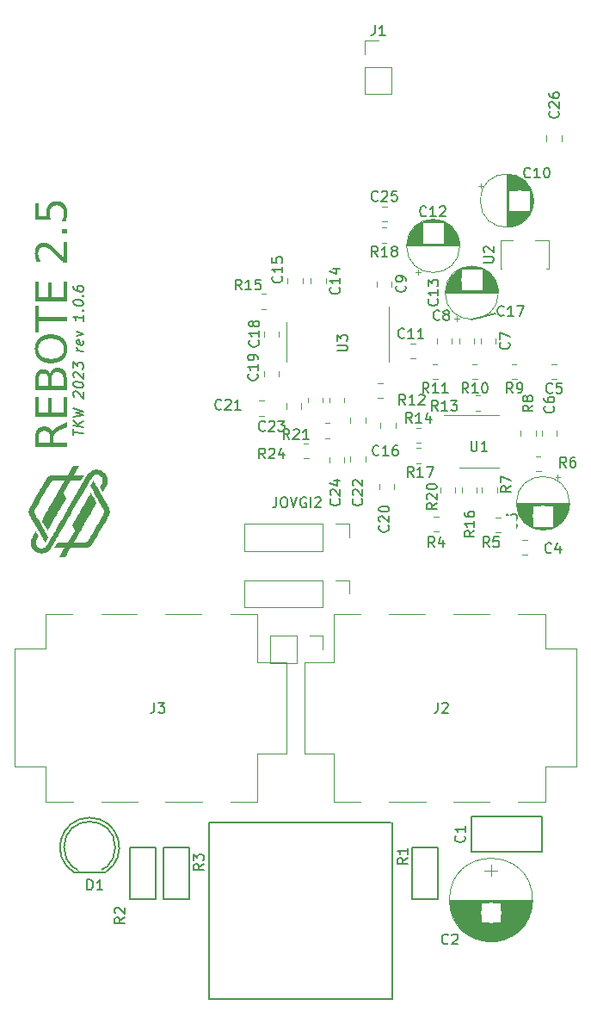
<source format=gto>
G04 #@! TF.GenerationSoftware,KiCad,Pcbnew,7.0.5.1-1-g8f565ef7f0-dirty-deb11*
G04 #@! TF.CreationDate,2023-08-10T18:34:47+00:00*
G04 #@! TF.ProjectId,rebote-smd,7265626f-7465-42d7-936d-642e6b696361,1.0.6*
G04 #@! TF.SameCoordinates,Original*
G04 #@! TF.FileFunction,Legend,Top*
G04 #@! TF.FilePolarity,Positive*
%FSLAX46Y46*%
G04 Gerber Fmt 4.6, Leading zero omitted, Abs format (unit mm)*
G04 Created by KiCad (PCBNEW 7.0.5.1-1-g8f565ef7f0-dirty-deb11) date 2023-08-10 18:34:47*
%MOMM*%
%LPD*%
G01*
G04 APERTURE LIST*
%ADD10C,0.150000*%
%ADD11C,0.120000*%
%ADD12R,2.600000X1.500000*%
%ADD13O,2.600000X1.500000*%
%ADD14R,2.000000X1.900000*%
%ADD15C,1.900000*%
%ADD16C,1.998980*%
%ADD17R,1.300000X1.300000*%
%ADD18C,1.300000*%
%ADD19O,3.000000X1.900000*%
%ADD20C,3.400000*%
%ADD21O,2.100000X2.100000*%
%ADD22C,2.000000*%
%ADD23C,2.300000*%
%ADD24C,2.398980*%
%ADD25C,1.700000*%
%ADD26C,1.924000*%
G04 APERTURE END LIST*
D10*
X162410000Y-83800000D02*
X160110000Y-84370000D01*
G36*
X120250000Y-94936217D02*
G01*
X119452791Y-95329692D01*
X119414595Y-95348709D01*
X119378041Y-95367657D01*
X119343131Y-95386536D01*
X119309863Y-95405347D01*
X119278238Y-95424088D01*
X119248257Y-95442762D01*
X119219918Y-95461366D01*
X119193222Y-95479902D01*
X119168169Y-95498369D01*
X119144759Y-95516767D01*
X119112724Y-95544236D01*
X119084386Y-95571550D01*
X119059744Y-95598710D01*
X119038799Y-95625715D01*
X119020598Y-95653426D01*
X119004186Y-95682979D01*
X118989565Y-95714374D01*
X118976735Y-95747611D01*
X118965695Y-95782690D01*
X118956445Y-95819610D01*
X118948985Y-95858373D01*
X118943316Y-95898977D01*
X118939437Y-95941423D01*
X118937845Y-95970743D01*
X118937049Y-96000883D01*
X118936950Y-96016259D01*
X118936950Y-96469818D01*
X120250000Y-96469818D01*
X120250000Y-96886008D01*
X117154954Y-96886008D01*
X117154954Y-96469818D01*
X117483217Y-96469818D01*
X118608688Y-96469818D01*
X118608688Y-95945917D01*
X118608129Y-95908851D01*
X118606455Y-95872942D01*
X118603664Y-95838189D01*
X118599757Y-95804592D01*
X118594734Y-95772152D01*
X118588595Y-95740868D01*
X118581339Y-95710740D01*
X118572967Y-95681769D01*
X118563479Y-95653953D01*
X118547153Y-95614399D01*
X118528316Y-95577446D01*
X118506968Y-95543095D01*
X118483108Y-95511346D01*
X118465806Y-95491625D01*
X118437693Y-95464127D01*
X118407210Y-95439333D01*
X118374358Y-95417243D01*
X118339135Y-95397859D01*
X118301543Y-95381180D01*
X118261580Y-95367205D01*
X118219248Y-95355935D01*
X118189710Y-95349924D01*
X118159119Y-95345116D01*
X118127474Y-95341509D01*
X118094776Y-95339105D01*
X118061025Y-95337903D01*
X118043754Y-95337752D01*
X118009487Y-95338354D01*
X117976297Y-95340157D01*
X117944183Y-95343162D01*
X117913145Y-95347370D01*
X117883183Y-95352779D01*
X117854298Y-95359391D01*
X117812987Y-95371562D01*
X117774098Y-95386439D01*
X117737631Y-95404020D01*
X117703585Y-95424306D01*
X117671960Y-95447297D01*
X117642757Y-95472992D01*
X117624633Y-95491625D01*
X117599360Y-95521640D01*
X117576574Y-95554257D01*
X117556273Y-95589475D01*
X117538457Y-95627295D01*
X117523128Y-95667716D01*
X117514290Y-95696110D01*
X117506556Y-95725659D01*
X117499927Y-95756365D01*
X117494403Y-95788227D01*
X117489984Y-95821246D01*
X117486669Y-95855421D01*
X117484459Y-95890752D01*
X117483355Y-95927240D01*
X117483217Y-95945917D01*
X117483217Y-96469818D01*
X117154954Y-96469818D01*
X117154954Y-95945917D01*
X117155171Y-95913206D01*
X117155821Y-95881019D01*
X117156905Y-95849356D01*
X117158423Y-95818216D01*
X117160374Y-95787601D01*
X117162759Y-95757509D01*
X117165578Y-95727940D01*
X117172516Y-95670375D01*
X117181189Y-95614906D01*
X117191596Y-95561531D01*
X117203737Y-95510251D01*
X117217613Y-95461067D01*
X117233224Y-95413978D01*
X117250569Y-95368984D01*
X117269648Y-95326085D01*
X117290462Y-95285281D01*
X117313011Y-95246572D01*
X117337294Y-95209959D01*
X117363312Y-95175440D01*
X117376971Y-95158967D01*
X117405607Y-95127468D01*
X117436013Y-95098001D01*
X117468187Y-95070567D01*
X117502130Y-95045165D01*
X117537842Y-95021795D01*
X117575323Y-95000457D01*
X117614572Y-94981151D01*
X117655591Y-94963878D01*
X117698378Y-94948636D01*
X117742934Y-94935427D01*
X117789259Y-94924250D01*
X117837353Y-94915105D01*
X117887216Y-94907993D01*
X117938848Y-94902912D01*
X117992248Y-94899864D01*
X118047418Y-94898848D01*
X118083576Y-94899375D01*
X118118962Y-94900955D01*
X118153574Y-94903588D01*
X118187414Y-94907274D01*
X118220482Y-94912014D01*
X118252776Y-94917807D01*
X118284298Y-94924654D01*
X118315047Y-94932554D01*
X118345023Y-94941507D01*
X118374226Y-94951513D01*
X118402656Y-94962573D01*
X118430314Y-94974685D01*
X118457199Y-94987852D01*
X118483311Y-95002071D01*
X118508650Y-95017344D01*
X118533217Y-95033670D01*
X118568312Y-95060031D01*
X118601335Y-95088556D01*
X118632283Y-95119245D01*
X118661158Y-95152097D01*
X118679256Y-95175201D01*
X118696432Y-95199267D01*
X118712686Y-95224294D01*
X118728019Y-95250283D01*
X118742431Y-95277234D01*
X118755920Y-95305146D01*
X118768488Y-95334020D01*
X118780135Y-95363856D01*
X118790859Y-95394653D01*
X118800662Y-95426413D01*
X118813623Y-95393005D01*
X118829788Y-95359826D01*
X118849160Y-95326876D01*
X118865792Y-95302314D01*
X118884228Y-95277881D01*
X118904467Y-95253576D01*
X118926509Y-95229400D01*
X118950354Y-95205353D01*
X118976002Y-95181435D01*
X118994103Y-95165561D01*
X119022827Y-95141787D01*
X119053497Y-95118000D01*
X119086111Y-95094200D01*
X119120670Y-95070387D01*
X119157174Y-95046561D01*
X119182591Y-95030670D01*
X119208872Y-95014773D01*
X119236017Y-94998871D01*
X119264027Y-94982962D01*
X119292901Y-94967048D01*
X119322639Y-94951129D01*
X119353242Y-94935203D01*
X119384709Y-94919272D01*
X119400767Y-94911304D01*
X120250000Y-94489253D01*
X120250000Y-94936217D01*
G37*
G36*
X117154954Y-93969748D02*
G01*
X117154954Y-92024354D01*
X117483217Y-92024354D01*
X117483217Y-93553558D01*
X118421109Y-93553558D01*
X118421109Y-92088101D01*
X118749371Y-92088101D01*
X118749371Y-93553558D01*
X119921737Y-93553558D01*
X119921737Y-91986985D01*
X120250000Y-91986985D01*
X120250000Y-93969748D01*
X117154954Y-93969748D01*
G37*
G36*
X119426679Y-89135569D02*
G01*
X119476753Y-89138858D01*
X119525345Y-89144339D01*
X119572455Y-89152012D01*
X119618081Y-89161878D01*
X119662225Y-89173937D01*
X119704887Y-89188188D01*
X119746065Y-89204631D01*
X119785762Y-89223267D01*
X119823975Y-89244096D01*
X119860706Y-89267117D01*
X119895954Y-89292330D01*
X119929720Y-89319736D01*
X119962003Y-89349334D01*
X119992803Y-89381125D01*
X120022121Y-89415108D01*
X120049716Y-89451023D01*
X120075530Y-89488793D01*
X120099564Y-89528417D01*
X120121818Y-89569897D01*
X120142291Y-89613231D01*
X120160984Y-89658419D01*
X120177897Y-89705463D01*
X120193030Y-89754361D01*
X120206382Y-89805114D01*
X120217954Y-89857721D01*
X120227746Y-89912184D01*
X120235757Y-89968501D01*
X120241988Y-90026673D01*
X120244436Y-90056454D01*
X120246439Y-90086699D01*
X120247997Y-90117408D01*
X120249109Y-90148580D01*
X120249777Y-90180217D01*
X120250000Y-90212316D01*
X120250000Y-91317271D01*
X117154954Y-91317271D01*
X117154954Y-90901081D01*
X117483217Y-90901081D01*
X118421109Y-90901081D01*
X118749371Y-90901081D01*
X119921737Y-90901081D01*
X119921737Y-90232833D01*
X119921173Y-90191562D01*
X119919482Y-90151649D01*
X119916662Y-90113092D01*
X119912715Y-90075891D01*
X119907641Y-90040048D01*
X119901438Y-90005561D01*
X119894108Y-89972431D01*
X119885650Y-89940657D01*
X119876065Y-89910240D01*
X119865351Y-89881180D01*
X119853510Y-89853477D01*
X119840542Y-89827130D01*
X119818974Y-89790154D01*
X119794869Y-89756230D01*
X119777390Y-89735310D01*
X119748848Y-89706371D01*
X119717626Y-89680278D01*
X119683726Y-89657032D01*
X119647147Y-89636632D01*
X119607889Y-89619079D01*
X119580228Y-89608958D01*
X119551377Y-89600102D01*
X119521335Y-89592512D01*
X119490103Y-89586186D01*
X119457680Y-89581126D01*
X119424066Y-89577330D01*
X119389261Y-89574800D01*
X119353266Y-89573535D01*
X119334822Y-89573377D01*
X119297887Y-89574010D01*
X119262190Y-89575907D01*
X119227729Y-89579070D01*
X119194504Y-89583498D01*
X119162516Y-89589191D01*
X119131764Y-89596149D01*
X119102249Y-89604372D01*
X119073970Y-89613860D01*
X119033870Y-89630465D01*
X118996553Y-89649916D01*
X118962017Y-89672213D01*
X118930264Y-89697357D01*
X118901292Y-89725347D01*
X118892254Y-89735310D01*
X118866719Y-89767199D01*
X118843696Y-89802140D01*
X118823185Y-89840134D01*
X118810906Y-89867159D01*
X118799743Y-89895541D01*
X118789697Y-89925279D01*
X118780766Y-89956374D01*
X118772953Y-89988826D01*
X118766255Y-90022635D01*
X118760674Y-90057800D01*
X118756209Y-90094322D01*
X118752860Y-90132201D01*
X118750627Y-90171436D01*
X118749511Y-90212028D01*
X118749371Y-90232833D01*
X118749371Y-90901081D01*
X118421109Y-90901081D01*
X118421109Y-90284856D01*
X118420657Y-90247361D01*
X118419300Y-90211080D01*
X118417039Y-90176012D01*
X118413873Y-90142158D01*
X118409803Y-90109517D01*
X118404829Y-90078090D01*
X118398950Y-90047876D01*
X118392166Y-90018876D01*
X118380295Y-89977651D01*
X118366389Y-89939157D01*
X118350448Y-89903394D01*
X118332472Y-89870361D01*
X118312461Y-89840059D01*
X118305338Y-89830565D01*
X118282562Y-89803852D01*
X118257648Y-89779766D01*
X118230595Y-89758308D01*
X118201405Y-89739477D01*
X118170077Y-89723274D01*
X118136610Y-89709699D01*
X118101005Y-89698751D01*
X118063263Y-89690430D01*
X118023382Y-89684737D01*
X117981363Y-89681672D01*
X117952163Y-89681088D01*
X117909105Y-89682402D01*
X117868134Y-89686343D01*
X117829249Y-89692912D01*
X117792451Y-89702108D01*
X117757739Y-89713932D01*
X117725114Y-89728383D01*
X117694576Y-89745462D01*
X117666124Y-89765169D01*
X117639759Y-89787503D01*
X117615480Y-89812464D01*
X117600453Y-89830565D01*
X117579502Y-89859957D01*
X117560611Y-89892080D01*
X117543781Y-89926933D01*
X117529012Y-89964517D01*
X117516304Y-90004831D01*
X117508977Y-90033224D01*
X117502565Y-90062831D01*
X117497070Y-90093652D01*
X117492490Y-90125685D01*
X117488826Y-90158933D01*
X117486079Y-90193394D01*
X117484247Y-90229069D01*
X117483331Y-90265957D01*
X117483217Y-90284856D01*
X117483217Y-90901081D01*
X117154954Y-90901081D01*
X117154954Y-90253349D01*
X117155147Y-90223841D01*
X117156686Y-90166104D01*
X117159766Y-90110073D01*
X117164386Y-90055749D01*
X117170545Y-90003129D01*
X117178245Y-89952216D01*
X117187484Y-89903009D01*
X117198263Y-89855508D01*
X117210582Y-89809712D01*
X117224441Y-89765622D01*
X117239840Y-89723239D01*
X117256778Y-89682561D01*
X117275257Y-89643589D01*
X117295275Y-89606323D01*
X117316833Y-89570762D01*
X117339932Y-89536908D01*
X117352058Y-89520621D01*
X117377254Y-89489388D01*
X117403750Y-89460170D01*
X117431545Y-89432968D01*
X117460639Y-89407780D01*
X117491033Y-89384608D01*
X117522727Y-89363450D01*
X117555719Y-89344308D01*
X117590012Y-89327180D01*
X117625603Y-89312068D01*
X117662495Y-89298970D01*
X117700685Y-89287888D01*
X117740175Y-89278820D01*
X117780965Y-89271768D01*
X117823054Y-89266730D01*
X117866442Y-89263708D01*
X117911130Y-89262700D01*
X117945852Y-89263215D01*
X117979674Y-89264761D01*
X118012599Y-89267337D01*
X118044624Y-89270943D01*
X118075751Y-89275580D01*
X118105979Y-89281247D01*
X118135308Y-89287945D01*
X118163738Y-89295673D01*
X118204699Y-89309197D01*
X118243637Y-89325039D01*
X118280553Y-89343200D01*
X118315447Y-89363679D01*
X118348319Y-89386477D01*
X118358827Y-89394591D01*
X118388782Y-89420403D01*
X118416547Y-89448378D01*
X118442122Y-89478517D01*
X118465508Y-89510820D01*
X118486704Y-89545287D01*
X118505711Y-89581918D01*
X118522528Y-89620712D01*
X118537155Y-89661671D01*
X118545690Y-89690179D01*
X118553252Y-89719648D01*
X118559841Y-89750079D01*
X118565457Y-89781472D01*
X118574361Y-89743631D01*
X118584404Y-89706860D01*
X118595587Y-89671159D01*
X118607909Y-89636529D01*
X118621370Y-89602970D01*
X118635970Y-89570480D01*
X118651710Y-89539062D01*
X118668588Y-89508714D01*
X118686606Y-89479436D01*
X118705763Y-89451229D01*
X118726059Y-89424092D01*
X118747494Y-89398026D01*
X118770068Y-89373030D01*
X118793782Y-89349105D01*
X118818634Y-89326250D01*
X118844626Y-89304466D01*
X118871600Y-89283881D01*
X118899398Y-89264624D01*
X118928020Y-89246695D01*
X118957466Y-89230094D01*
X118987737Y-89214821D01*
X119018832Y-89200876D01*
X119050752Y-89188259D01*
X119083496Y-89176971D01*
X119117064Y-89167010D01*
X119151456Y-89158378D01*
X119186673Y-89151074D01*
X119222714Y-89145097D01*
X119259579Y-89140449D01*
X119297269Y-89137129D01*
X119335783Y-89135137D01*
X119375122Y-89134473D01*
X119426679Y-89135569D01*
G37*
G36*
X118748352Y-85841969D02*
G01*
X118792923Y-85843105D01*
X118836921Y-85844997D01*
X118880347Y-85847647D01*
X118923200Y-85851054D01*
X118965481Y-85855218D01*
X119007189Y-85860138D01*
X119048325Y-85865816D01*
X119088888Y-85872251D01*
X119128879Y-85879443D01*
X119168298Y-85887393D01*
X119207144Y-85896099D01*
X119245417Y-85905562D01*
X119283118Y-85915782D01*
X119320247Y-85926760D01*
X119356803Y-85938494D01*
X119392787Y-85950985D01*
X119428199Y-85964234D01*
X119463038Y-85978239D01*
X119497304Y-85993002D01*
X119530998Y-86008522D01*
X119564120Y-86024798D01*
X119596669Y-86041832D01*
X119628646Y-86059623D01*
X119660050Y-86078171D01*
X119690882Y-86097476D01*
X119721141Y-86117538D01*
X119750828Y-86138357D01*
X119779943Y-86159933D01*
X119808485Y-86182266D01*
X119836454Y-86205357D01*
X119863852Y-86229204D01*
X119890494Y-86253683D01*
X119916290Y-86278669D01*
X119941241Y-86304161D01*
X119965346Y-86330160D01*
X119988605Y-86356666D01*
X120011018Y-86383678D01*
X120032586Y-86411197D01*
X120053308Y-86439222D01*
X120073184Y-86467754D01*
X120092214Y-86496793D01*
X120110398Y-86526338D01*
X120127737Y-86556390D01*
X120144230Y-86586949D01*
X120159877Y-86618014D01*
X120174678Y-86649586D01*
X120188633Y-86681664D01*
X120201743Y-86714249D01*
X120214007Y-86747340D01*
X120225425Y-86780939D01*
X120235998Y-86815043D01*
X120245724Y-86849655D01*
X120254605Y-86884773D01*
X120262640Y-86920397D01*
X120269829Y-86956529D01*
X120276172Y-86993166D01*
X120281670Y-87030311D01*
X120286322Y-87067962D01*
X120290128Y-87106120D01*
X120293088Y-87144784D01*
X120295203Y-87183955D01*
X120296471Y-87223633D01*
X120296894Y-87263817D01*
X120296472Y-87304137D01*
X120295205Y-87343947D01*
X120293095Y-87383249D01*
X120290139Y-87422040D01*
X120286340Y-87460322D01*
X120281696Y-87498095D01*
X120276207Y-87535358D01*
X120269875Y-87572112D01*
X120262698Y-87608357D01*
X120254676Y-87644091D01*
X120245811Y-87679317D01*
X120236101Y-87714033D01*
X120225546Y-87748239D01*
X120214147Y-87781936D01*
X120201904Y-87815123D01*
X120188817Y-87847801D01*
X120174885Y-87879970D01*
X120160109Y-87911629D01*
X120144488Y-87942778D01*
X120128023Y-87973418D01*
X120110714Y-88003549D01*
X120092560Y-88033170D01*
X120073562Y-88062282D01*
X120053720Y-88090884D01*
X120033033Y-88118977D01*
X120011502Y-88146560D01*
X119989127Y-88173634D01*
X119965907Y-88200198D01*
X119941843Y-88226253D01*
X119916934Y-88251798D01*
X119891181Y-88276834D01*
X119864584Y-88301360D01*
X119837275Y-88325253D01*
X119809386Y-88348387D01*
X119780918Y-88370762D01*
X119751870Y-88392379D01*
X119722242Y-88413237D01*
X119692035Y-88433337D01*
X119661249Y-88452679D01*
X119629882Y-88471262D01*
X119597936Y-88489086D01*
X119565411Y-88506152D01*
X119532305Y-88522460D01*
X119498621Y-88538009D01*
X119464356Y-88552799D01*
X119429512Y-88566831D01*
X119394089Y-88580105D01*
X119358086Y-88592620D01*
X119321503Y-88604376D01*
X119284341Y-88615375D01*
X119246599Y-88625614D01*
X119208277Y-88635095D01*
X119169376Y-88643818D01*
X119129895Y-88651782D01*
X119089835Y-88658988D01*
X119049195Y-88665435D01*
X119007975Y-88671123D01*
X118966176Y-88676054D01*
X118923797Y-88680225D01*
X118880839Y-88683639D01*
X118837301Y-88686293D01*
X118793183Y-88688189D01*
X118748486Y-88689327D01*
X118703210Y-88689706D01*
X118657977Y-88689327D01*
X118613322Y-88688189D01*
X118569243Y-88686293D01*
X118525740Y-88683639D01*
X118482815Y-88680225D01*
X118440466Y-88676054D01*
X118398694Y-88671123D01*
X118357499Y-88665435D01*
X118316881Y-88658988D01*
X118276839Y-88651782D01*
X118237374Y-88643818D01*
X118198486Y-88635095D01*
X118160174Y-88625614D01*
X118122439Y-88615375D01*
X118085281Y-88604376D01*
X118048700Y-88592620D01*
X118012695Y-88580105D01*
X117977267Y-88566831D01*
X117942416Y-88552799D01*
X117908142Y-88538009D01*
X117874444Y-88522460D01*
X117841323Y-88506152D01*
X117808779Y-88489086D01*
X117776812Y-88471262D01*
X117745421Y-88452679D01*
X117714607Y-88433337D01*
X117684370Y-88413237D01*
X117654709Y-88392379D01*
X117625626Y-88370762D01*
X117597119Y-88348387D01*
X117569188Y-88325253D01*
X117541835Y-88301360D01*
X117515147Y-88276834D01*
X117489307Y-88251798D01*
X117464314Y-88226253D01*
X117440169Y-88200198D01*
X117416870Y-88173634D01*
X117394419Y-88146560D01*
X117372815Y-88118977D01*
X117352058Y-88090884D01*
X117332149Y-88062282D01*
X117313086Y-88033170D01*
X117294871Y-88003549D01*
X117277503Y-87973418D01*
X117260982Y-87942778D01*
X117245309Y-87911629D01*
X117230482Y-87879970D01*
X117216503Y-87847801D01*
X117203371Y-87815123D01*
X117191087Y-87781936D01*
X117179649Y-87748239D01*
X117169059Y-87714033D01*
X117159316Y-87679317D01*
X117150420Y-87644091D01*
X117142372Y-87608357D01*
X117135170Y-87572112D01*
X117128816Y-87535358D01*
X117123309Y-87498095D01*
X117118650Y-87460322D01*
X117114837Y-87422040D01*
X117111872Y-87383249D01*
X117109754Y-87343947D01*
X117108483Y-87304137D01*
X117108060Y-87263817D01*
X117108068Y-87263084D01*
X117436322Y-87263084D01*
X117437650Y-87319049D01*
X117441634Y-87373554D01*
X117448275Y-87426600D01*
X117457571Y-87478186D01*
X117469524Y-87528312D01*
X117484132Y-87576978D01*
X117501397Y-87624185D01*
X117521318Y-87669931D01*
X117543896Y-87714219D01*
X117569129Y-87757046D01*
X117597018Y-87798414D01*
X117627564Y-87838322D01*
X117660766Y-87876770D01*
X117696624Y-87913758D01*
X117735138Y-87949287D01*
X117776308Y-87983356D01*
X117819771Y-88015653D01*
X117865163Y-88045867D01*
X117912484Y-88073997D01*
X117961734Y-88100043D01*
X118012913Y-88124006D01*
X118066022Y-88145884D01*
X118121060Y-88165680D01*
X118149302Y-88174796D01*
X118178026Y-88183391D01*
X118207233Y-88191465D01*
X118236922Y-88199019D01*
X118267094Y-88206051D01*
X118297747Y-88212563D01*
X118328883Y-88218553D01*
X118360502Y-88224023D01*
X118392602Y-88228972D01*
X118425185Y-88233400D01*
X118458250Y-88237307D01*
X118491797Y-88240693D01*
X118525827Y-88243558D01*
X118560339Y-88245902D01*
X118595333Y-88247725D01*
X118630810Y-88249027D01*
X118666768Y-88249809D01*
X118703210Y-88250069D01*
X118739560Y-88249809D01*
X118775432Y-88249027D01*
X118810824Y-88247725D01*
X118845737Y-88245902D01*
X118880170Y-88243558D01*
X118914124Y-88240693D01*
X118947598Y-88237307D01*
X118980593Y-88233400D01*
X119013109Y-88228972D01*
X119045145Y-88224023D01*
X119076701Y-88218553D01*
X119107779Y-88212563D01*
X119138377Y-88206051D01*
X119168495Y-88199019D01*
X119198134Y-88191465D01*
X119227294Y-88183391D01*
X119255974Y-88174796D01*
X119284175Y-88165680D01*
X119311896Y-88156042D01*
X119365900Y-88135205D01*
X119417987Y-88112285D01*
X119468156Y-88087280D01*
X119516407Y-88060192D01*
X119562741Y-88031021D01*
X119607157Y-87999765D01*
X119628646Y-87983356D01*
X119669816Y-87949287D01*
X119708330Y-87913758D01*
X119744188Y-87876770D01*
X119777390Y-87838322D01*
X119807935Y-87798414D01*
X119835825Y-87757046D01*
X119861058Y-87714219D01*
X119883635Y-87669931D01*
X119903556Y-87624185D01*
X119920821Y-87576978D01*
X119935430Y-87528312D01*
X119947383Y-87478186D01*
X119956679Y-87426600D01*
X119963319Y-87373554D01*
X119967304Y-87319049D01*
X119968632Y-87263084D01*
X119967304Y-87207216D01*
X119963319Y-87152820D01*
X119956679Y-87099894D01*
X119947383Y-87048440D01*
X119935430Y-86998457D01*
X119920821Y-86949946D01*
X119903556Y-86902905D01*
X119883635Y-86857336D01*
X119861058Y-86813237D01*
X119835825Y-86770610D01*
X119807935Y-86729454D01*
X119777390Y-86689770D01*
X119744188Y-86651556D01*
X119708330Y-86614814D01*
X119669816Y-86579543D01*
X119628646Y-86545743D01*
X119585189Y-86513623D01*
X119539814Y-86483575D01*
X119492521Y-86455600D01*
X119443311Y-86429697D01*
X119392183Y-86405866D01*
X119339138Y-86384107D01*
X119284175Y-86364421D01*
X119255974Y-86355355D01*
X119227294Y-86346807D01*
X119198134Y-86338777D01*
X119168495Y-86331265D01*
X119138377Y-86324271D01*
X119107779Y-86317795D01*
X119076701Y-86311838D01*
X119045145Y-86306398D01*
X119013109Y-86301476D01*
X118980593Y-86297073D01*
X118947598Y-86293187D01*
X118914124Y-86289820D01*
X118880170Y-86286971D01*
X118845737Y-86284639D01*
X118810824Y-86282826D01*
X118775432Y-86281531D01*
X118739560Y-86280754D01*
X118703210Y-86280495D01*
X118666768Y-86280754D01*
X118630810Y-86281531D01*
X118595333Y-86282826D01*
X118560339Y-86284639D01*
X118525827Y-86286971D01*
X118491797Y-86289820D01*
X118458250Y-86293187D01*
X118425185Y-86297073D01*
X118392602Y-86301476D01*
X118360502Y-86306398D01*
X118328883Y-86311838D01*
X118297747Y-86317795D01*
X118267094Y-86324271D01*
X118236922Y-86331265D01*
X118207233Y-86338777D01*
X118178026Y-86346807D01*
X118149302Y-86355355D01*
X118121060Y-86364421D01*
X118093300Y-86374005D01*
X118039227Y-86394728D01*
X117987083Y-86417522D01*
X117936868Y-86442389D01*
X117888582Y-86469329D01*
X117842226Y-86498340D01*
X117797798Y-86529424D01*
X117776308Y-86545743D01*
X117735138Y-86579543D01*
X117696624Y-86614814D01*
X117660766Y-86651556D01*
X117627564Y-86689770D01*
X117597018Y-86729454D01*
X117569129Y-86770610D01*
X117543896Y-86813237D01*
X117521318Y-86857336D01*
X117501397Y-86902905D01*
X117484132Y-86949946D01*
X117469524Y-86998457D01*
X117457571Y-87048440D01*
X117448275Y-87099894D01*
X117441634Y-87152820D01*
X117437650Y-87207216D01*
X117436322Y-87263084D01*
X117108068Y-87263084D01*
X117108483Y-87223633D01*
X117109754Y-87183955D01*
X117111872Y-87144784D01*
X117114837Y-87106120D01*
X117118650Y-87067962D01*
X117123309Y-87030311D01*
X117128816Y-86993166D01*
X117135170Y-86956529D01*
X117142372Y-86920397D01*
X117150420Y-86884773D01*
X117159316Y-86849655D01*
X117169059Y-86815043D01*
X117179649Y-86780939D01*
X117191087Y-86747340D01*
X117203371Y-86714249D01*
X117216503Y-86681664D01*
X117230482Y-86649586D01*
X117245309Y-86618014D01*
X117260982Y-86586949D01*
X117277503Y-86556390D01*
X117294871Y-86526338D01*
X117313086Y-86496793D01*
X117332149Y-86467754D01*
X117352058Y-86439222D01*
X117372815Y-86411197D01*
X117394419Y-86383678D01*
X117416870Y-86356666D01*
X117440169Y-86330160D01*
X117464314Y-86304161D01*
X117489307Y-86278669D01*
X117515147Y-86253683D01*
X117541835Y-86229204D01*
X117569188Y-86205357D01*
X117597119Y-86182266D01*
X117625626Y-86159933D01*
X117654709Y-86138357D01*
X117684370Y-86117538D01*
X117714607Y-86097476D01*
X117745421Y-86078171D01*
X117776812Y-86059623D01*
X117808779Y-86041832D01*
X117841323Y-86024798D01*
X117874444Y-86008522D01*
X117908142Y-85993002D01*
X117942416Y-85978239D01*
X117977267Y-85964234D01*
X118012695Y-85950985D01*
X118048700Y-85938494D01*
X118085281Y-85926760D01*
X118122439Y-85915782D01*
X118160174Y-85905562D01*
X118198486Y-85896099D01*
X118237374Y-85887393D01*
X118276839Y-85879443D01*
X118316881Y-85872251D01*
X118357499Y-85865816D01*
X118398694Y-85860138D01*
X118440466Y-85855218D01*
X118482815Y-85851054D01*
X118525740Y-85847647D01*
X118569243Y-85844997D01*
X118613322Y-85843105D01*
X118657977Y-85841969D01*
X118703210Y-85841591D01*
X118748352Y-85841969D01*
G37*
G36*
X117154954Y-85632763D02*
G01*
X117154954Y-83030111D01*
X117483217Y-83030111D01*
X117483217Y-84121877D01*
X120250000Y-84121877D01*
X120250000Y-84540265D01*
X117483217Y-84540265D01*
X117483217Y-85632763D01*
X117154954Y-85632763D01*
G37*
G36*
X117154954Y-82641765D02*
G01*
X117154954Y-80696371D01*
X117483217Y-80696371D01*
X117483217Y-82225575D01*
X118421109Y-82225575D01*
X118421109Y-80760118D01*
X118749371Y-80760118D01*
X118749371Y-82225575D01*
X119921737Y-82225575D01*
X119921737Y-80659002D01*
X120250000Y-80659002D01*
X120250000Y-82641765D01*
X117154954Y-82641765D01*
G37*
G36*
X119921737Y-78260048D02*
G01*
X119921737Y-76807048D01*
X120250000Y-76807048D01*
X120250000Y-78760502D01*
X119921737Y-78760502D01*
X119889743Y-78730245D01*
X119856410Y-78698644D01*
X119821737Y-78665697D01*
X119785724Y-78631404D01*
X119748372Y-78595767D01*
X119709681Y-78558784D01*
X119669650Y-78520456D01*
X119628279Y-78480783D01*
X119607092Y-78460442D01*
X119585569Y-78439764D01*
X119563712Y-78418751D01*
X119541520Y-78397401D01*
X119518993Y-78375714D01*
X119496131Y-78353692D01*
X119472934Y-78331333D01*
X119449402Y-78308637D01*
X119425535Y-78285606D01*
X119401334Y-78262238D01*
X119376797Y-78238534D01*
X119351926Y-78214493D01*
X119326720Y-78190116D01*
X119301179Y-78165403D01*
X119275303Y-78140354D01*
X119249092Y-78114968D01*
X119222962Y-78089665D01*
X119197418Y-78064957D01*
X119172461Y-78040842D01*
X119148090Y-78017321D01*
X119124307Y-77994393D01*
X119101110Y-77972060D01*
X119078500Y-77950321D01*
X119056476Y-77929176D01*
X119035040Y-77908624D01*
X118993927Y-77869303D01*
X118955161Y-77832357D01*
X118918742Y-77797788D01*
X118884670Y-77765593D01*
X118852945Y-77735775D01*
X118823567Y-77708332D01*
X118796537Y-77683264D01*
X118771853Y-77660573D01*
X118749516Y-77640257D01*
X118720411Y-77614237D01*
X118703942Y-77599860D01*
X118675549Y-77575417D01*
X118647705Y-77551912D01*
X118620411Y-77529346D01*
X118593667Y-77507719D01*
X118567472Y-77487031D01*
X118541826Y-77467282D01*
X118516730Y-77448471D01*
X118492184Y-77430600D01*
X118468187Y-77413667D01*
X118433222Y-77390028D01*
X118399494Y-77368501D01*
X118367002Y-77349086D01*
X118335746Y-77331784D01*
X118315596Y-77321423D01*
X118285828Y-77307150D01*
X118256151Y-77294281D01*
X118226563Y-77282815D01*
X118197066Y-77272754D01*
X118167659Y-77264096D01*
X118138342Y-77256843D01*
X118109115Y-77250993D01*
X118079978Y-77246547D01*
X118041269Y-77242804D01*
X118002721Y-77241556D01*
X117971760Y-77242228D01*
X117941527Y-77244246D01*
X117912020Y-77247609D01*
X117869123Y-77255176D01*
X117827862Y-77265770D01*
X117788237Y-77279391D01*
X117750247Y-77296038D01*
X117713894Y-77315712D01*
X117679176Y-77338413D01*
X117646093Y-77364141D01*
X117614647Y-77392896D01*
X117594591Y-77413747D01*
X117566307Y-77446947D01*
X117540804Y-77481977D01*
X117518084Y-77518835D01*
X117498146Y-77557522D01*
X117480990Y-77598038D01*
X117471098Y-77626065D01*
X117462443Y-77654905D01*
X117455024Y-77684557D01*
X117448841Y-77715023D01*
X117443895Y-77746301D01*
X117440186Y-77778392D01*
X117437713Y-77811296D01*
X117436476Y-77845013D01*
X117436322Y-77862177D01*
X117436940Y-77899052D01*
X117438795Y-77936314D01*
X117441886Y-77973962D01*
X117446214Y-78011997D01*
X117451778Y-78050418D01*
X117458579Y-78089225D01*
X117466616Y-78128419D01*
X117475889Y-78167999D01*
X117486399Y-78207966D01*
X117498146Y-78248319D01*
X117506664Y-78275436D01*
X117520347Y-78316373D01*
X117535292Y-78357850D01*
X117545956Y-78385803D01*
X117557182Y-78413996D01*
X117568969Y-78442429D01*
X117581316Y-78471103D01*
X117594225Y-78500017D01*
X117607695Y-78529172D01*
X117621725Y-78558567D01*
X117636317Y-78588202D01*
X117651469Y-78618078D01*
X117667183Y-78648194D01*
X117683457Y-78678551D01*
X117700293Y-78709148D01*
X117717690Y-78739986D01*
X117295638Y-78739986D01*
X117284186Y-78708699D01*
X117273095Y-78677669D01*
X117262365Y-78646898D01*
X117251995Y-78616383D01*
X117241986Y-78586127D01*
X117232337Y-78556128D01*
X117223049Y-78526387D01*
X117214122Y-78496903D01*
X117205555Y-78467677D01*
X117197349Y-78438708D01*
X117189504Y-78409997D01*
X117182019Y-78381544D01*
X117171468Y-78339347D01*
X117161729Y-78297729D01*
X117155687Y-78270307D01*
X117147175Y-78229563D01*
X117139501Y-78189489D01*
X117132664Y-78150085D01*
X117126664Y-78111350D01*
X117121501Y-78073286D01*
X117117176Y-78035891D01*
X117113687Y-77999166D01*
X117111036Y-77963110D01*
X117109222Y-77927724D01*
X117108246Y-77893009D01*
X117108060Y-77870237D01*
X117108296Y-77840522D01*
X117109004Y-77811186D01*
X117111838Y-77753653D01*
X117116560Y-77697636D01*
X117123172Y-77643137D01*
X117131673Y-77590154D01*
X117142063Y-77538689D01*
X117154342Y-77488740D01*
X117168510Y-77440308D01*
X117184567Y-77393394D01*
X117202513Y-77347996D01*
X117222348Y-77304115D01*
X117244072Y-77261752D01*
X117267686Y-77220905D01*
X117293188Y-77181575D01*
X117320579Y-77143762D01*
X117349860Y-77107466D01*
X117380720Y-77073040D01*
X117412852Y-77040834D01*
X117446254Y-77010849D01*
X117480927Y-76983086D01*
X117516871Y-76957543D01*
X117554085Y-76934222D01*
X117592571Y-76913122D01*
X117632327Y-76894242D01*
X117673354Y-76877584D01*
X117715652Y-76863147D01*
X117759220Y-76850931D01*
X117804060Y-76840936D01*
X117850170Y-76833163D01*
X117897552Y-76827610D01*
X117946204Y-76824278D01*
X117996127Y-76823168D01*
X118031817Y-76823792D01*
X118067173Y-76825666D01*
X118102193Y-76828790D01*
X118136879Y-76833163D01*
X118171230Y-76838785D01*
X118205246Y-76845656D01*
X118238927Y-76853777D01*
X118272274Y-76863147D01*
X118305285Y-76873767D01*
X118337962Y-76885636D01*
X118359560Y-76894242D01*
X118392380Y-76908593D01*
X118426270Y-76924991D01*
X118461228Y-76943437D01*
X118497256Y-76963932D01*
X118534352Y-76986474D01*
X118559677Y-77002640D01*
X118585477Y-77019716D01*
X118611752Y-77037702D01*
X118638503Y-77056598D01*
X118665728Y-77076405D01*
X118693429Y-77097122D01*
X118721604Y-77118749D01*
X118750255Y-77141286D01*
X118764759Y-77152896D01*
X118789327Y-77174434D01*
X118816994Y-77199598D01*
X118842417Y-77223100D01*
X118871845Y-77250569D01*
X118893690Y-77271085D01*
X118917314Y-77293365D01*
X118942719Y-77317407D01*
X118969905Y-77343213D01*
X118998871Y-77370782D01*
X119029617Y-77400114D01*
X119062143Y-77431209D01*
X119096449Y-77464068D01*
X119114270Y-77481158D01*
X119151256Y-77516572D01*
X119190039Y-77553755D01*
X119230620Y-77592707D01*
X119272998Y-77633428D01*
X119294861Y-77654452D01*
X119317173Y-77675918D01*
X119339935Y-77697826D01*
X119363146Y-77720176D01*
X119386807Y-77742969D01*
X119410917Y-77766204D01*
X119435476Y-77789881D01*
X119460484Y-77814000D01*
X119485943Y-77838561D01*
X119511850Y-77863565D01*
X119538207Y-77889011D01*
X119565013Y-77914899D01*
X119592268Y-77941229D01*
X119619973Y-77968002D01*
X119648127Y-77995216D01*
X119676731Y-78022873D01*
X119705784Y-78050972D01*
X119735286Y-78079514D01*
X119765238Y-78108497D01*
X119795639Y-78137923D01*
X119826490Y-78167791D01*
X119857789Y-78198101D01*
X119889539Y-78228854D01*
X119921737Y-78260048D01*
G37*
G36*
X119734159Y-75948290D02*
G01*
X119734159Y-75513782D01*
X120250000Y-75513782D01*
X120250000Y-75948290D01*
X119734159Y-75948290D01*
G37*
G36*
X117154954Y-74610327D02*
G01*
X117154954Y-72976343D01*
X117483217Y-72976343D01*
X117483217Y-74229309D01*
X118291416Y-74229309D01*
X118282826Y-74200933D01*
X118274915Y-74172594D01*
X118266320Y-74138633D01*
X118258704Y-74104725D01*
X118252066Y-74070868D01*
X118248185Y-74048325D01*
X118243205Y-74014253D01*
X118239255Y-73980181D01*
X118236336Y-73946109D01*
X118234446Y-73912037D01*
X118233588Y-73877965D01*
X118233531Y-73866608D01*
X118233802Y-73834623D01*
X118234618Y-73803058D01*
X118235978Y-73771912D01*
X118237881Y-73741185D01*
X118240328Y-73710878D01*
X118243319Y-73680990D01*
X118246854Y-73651521D01*
X118250933Y-73622472D01*
X118260722Y-73565631D01*
X118272686Y-73510468D01*
X118286825Y-73456981D01*
X118303140Y-73405172D01*
X118321630Y-73355040D01*
X118342295Y-73306586D01*
X118365135Y-73259809D01*
X118390151Y-73214709D01*
X118417342Y-73171286D01*
X118446709Y-73129540D01*
X118478250Y-73089472D01*
X118511967Y-73051081D01*
X118547453Y-73014614D01*
X118584485Y-72980499D01*
X118623062Y-72948737D01*
X118663184Y-72919327D01*
X118704852Y-72892271D01*
X118748066Y-72867567D01*
X118792826Y-72845216D01*
X118839131Y-72825218D01*
X118886981Y-72807572D01*
X118936378Y-72792279D01*
X118987319Y-72779339D01*
X119039807Y-72768752D01*
X119093840Y-72760517D01*
X119149418Y-72754635D01*
X119206543Y-72751106D01*
X119265212Y-72749930D01*
X119295591Y-72750232D01*
X119325542Y-72751138D01*
X119355067Y-72752647D01*
X119412839Y-72757479D01*
X119468904Y-72764726D01*
X119523263Y-72774389D01*
X119575916Y-72786467D01*
X119626864Y-72800962D01*
X119676106Y-72817872D01*
X119723641Y-72837197D01*
X119769471Y-72858939D01*
X119813595Y-72883096D01*
X119856013Y-72909669D01*
X119896726Y-72938657D01*
X119935732Y-72970062D01*
X119973032Y-73003882D01*
X120008627Y-73040117D01*
X120025785Y-73059141D01*
X120058614Y-73098783D01*
X120089326Y-73140405D01*
X120117919Y-73184008D01*
X120144395Y-73229592D01*
X120168752Y-73277157D01*
X120190992Y-73326702D01*
X120211113Y-73378227D01*
X120229117Y-73431734D01*
X120245002Y-73487221D01*
X120252150Y-73515707D01*
X120258769Y-73544688D01*
X120264859Y-73574165D01*
X120270419Y-73604137D01*
X120275449Y-73634604D01*
X120279950Y-73665566D01*
X120283921Y-73697023D01*
X120287363Y-73728975D01*
X120290275Y-73761423D01*
X120292658Y-73794366D01*
X120294511Y-73827803D01*
X120295835Y-73861737D01*
X120296629Y-73896165D01*
X120296894Y-73931088D01*
X120296585Y-73967423D01*
X120295658Y-74003886D01*
X120294112Y-74040478D01*
X120291948Y-74077199D01*
X120289166Y-74114048D01*
X120285766Y-74151027D01*
X120281747Y-74188134D01*
X120277110Y-74225370D01*
X120271855Y-74262735D01*
X120265982Y-74300229D01*
X120261723Y-74325296D01*
X120254819Y-74363062D01*
X120247298Y-74401073D01*
X120239157Y-74439329D01*
X120230399Y-74477830D01*
X120221022Y-74516575D01*
X120211028Y-74555565D01*
X120200414Y-74594799D01*
X120189183Y-74634279D01*
X120177333Y-74674003D01*
X120164866Y-74713971D01*
X120156210Y-74740753D01*
X119734159Y-74740753D01*
X119755881Y-74705885D01*
X119776534Y-74670798D01*
X119796118Y-74635491D01*
X119814633Y-74599966D01*
X119832079Y-74564222D01*
X119848456Y-74528259D01*
X119863764Y-74492077D01*
X119878002Y-74455676D01*
X119891172Y-74419056D01*
X119903273Y-74382217D01*
X119910746Y-74357536D01*
X119921091Y-74320242D01*
X119930418Y-74282549D01*
X119938728Y-74244456D01*
X119946020Y-74205964D01*
X119952295Y-74167073D01*
X119957552Y-74127783D01*
X119961792Y-74088093D01*
X119965014Y-74048004D01*
X119967219Y-74007516D01*
X119968406Y-73966628D01*
X119968632Y-73939148D01*
X119967893Y-73895124D01*
X119965678Y-73852263D01*
X119961986Y-73810563D01*
X119956816Y-73770025D01*
X119950170Y-73730650D01*
X119942047Y-73692436D01*
X119932448Y-73655385D01*
X119921371Y-73619495D01*
X119908817Y-73584768D01*
X119894786Y-73551203D01*
X119879279Y-73518800D01*
X119862295Y-73487558D01*
X119843833Y-73457479D01*
X119823895Y-73428562D01*
X119802480Y-73400807D01*
X119779588Y-73374214D01*
X119755339Y-73349015D01*
X119730037Y-73325442D01*
X119703682Y-73303495D01*
X119676273Y-73283173D01*
X119647811Y-73264477D01*
X119618296Y-73247407D01*
X119587727Y-73231962D01*
X119556106Y-73218143D01*
X119523430Y-73205950D01*
X119489702Y-73195383D01*
X119454920Y-73186441D01*
X119419085Y-73179125D01*
X119382197Y-73173435D01*
X119344255Y-73169371D01*
X119305261Y-73166932D01*
X119265212Y-73166120D01*
X119225167Y-73166932D01*
X119186181Y-73169371D01*
X119148253Y-73173435D01*
X119111385Y-73179125D01*
X119075576Y-73186441D01*
X119040826Y-73195383D01*
X119007134Y-73205950D01*
X118974502Y-73218143D01*
X118942929Y-73231962D01*
X118912415Y-73247407D01*
X118882960Y-73264477D01*
X118854564Y-73283173D01*
X118827227Y-73303495D01*
X118800949Y-73325442D01*
X118775730Y-73349015D01*
X118751570Y-73374214D01*
X118728589Y-73400804D01*
X118707091Y-73428551D01*
X118687075Y-73457454D01*
X118668542Y-73487513D01*
X118651492Y-73518728D01*
X118635924Y-73551100D01*
X118621839Y-73584628D01*
X118609237Y-73619312D01*
X118598117Y-73655153D01*
X118588480Y-73692150D01*
X118580326Y-73730303D01*
X118573654Y-73769613D01*
X118568465Y-73810079D01*
X118564758Y-73851702D01*
X118562534Y-73894480D01*
X118561793Y-73938415D01*
X118562096Y-73969733D01*
X118563004Y-74001038D01*
X118564517Y-74032330D01*
X118566636Y-74063609D01*
X118569360Y-74094875D01*
X118572689Y-74126128D01*
X118576624Y-74157369D01*
X118581164Y-74188596D01*
X118586310Y-74219811D01*
X118592061Y-74251013D01*
X118596231Y-74271807D01*
X118602892Y-74302921D01*
X118610236Y-74334163D01*
X118618262Y-74365535D01*
X118626971Y-74397035D01*
X118636363Y-74428664D01*
X118646437Y-74460422D01*
X118657194Y-74492308D01*
X118668634Y-74524323D01*
X118680756Y-74556468D01*
X118693561Y-74588741D01*
X118702477Y-74610327D01*
X117154954Y-74610327D01*
G37*
X120879819Y-95737030D02*
X120879819Y-95165601D01*
X121879819Y-95576316D02*
X120879819Y-95451316D01*
X121879819Y-94957268D02*
X120879819Y-94832268D01*
X121879819Y-94385839D02*
X121308390Y-94742982D01*
X120879819Y-94260839D02*
X121451247Y-94903696D01*
X120879819Y-93927506D02*
X121879819Y-93814411D01*
X121879819Y-93814411D02*
X121165533Y-93534649D01*
X121165533Y-93534649D02*
X121879819Y-93433458D01*
X121879819Y-93433458D02*
X120879819Y-93070363D01*
X120975057Y-91987029D02*
X120927438Y-91933458D01*
X120927438Y-91933458D02*
X120879819Y-91832268D01*
X120879819Y-91832268D02*
X120879819Y-91594172D01*
X120879819Y-91594172D02*
X120927438Y-91504887D01*
X120927438Y-91504887D02*
X120975057Y-91463220D01*
X120975057Y-91463220D02*
X121070295Y-91427506D01*
X121070295Y-91427506D02*
X121165533Y-91439410D01*
X121165533Y-91439410D02*
X121308390Y-91504887D01*
X121308390Y-91504887D02*
X121879819Y-92147744D01*
X121879819Y-92147744D02*
X121879819Y-91528696D01*
X120879819Y-90784648D02*
X120879819Y-90689410D01*
X120879819Y-90689410D02*
X120927438Y-90600125D01*
X120927438Y-90600125D02*
X120975057Y-90558458D01*
X120975057Y-90558458D02*
X121070295Y-90522744D01*
X121070295Y-90522744D02*
X121260771Y-90498934D01*
X121260771Y-90498934D02*
X121498866Y-90528696D01*
X121498866Y-90528696D02*
X121689342Y-90600125D01*
X121689342Y-90600125D02*
X121784580Y-90659648D01*
X121784580Y-90659648D02*
X121832200Y-90713220D01*
X121832200Y-90713220D02*
X121879819Y-90814410D01*
X121879819Y-90814410D02*
X121879819Y-90909648D01*
X121879819Y-90909648D02*
X121832200Y-90998934D01*
X121832200Y-90998934D02*
X121784580Y-91040601D01*
X121784580Y-91040601D02*
X121689342Y-91076315D01*
X121689342Y-91076315D02*
X121498866Y-91100125D01*
X121498866Y-91100125D02*
X121260771Y-91070363D01*
X121260771Y-91070363D02*
X121070295Y-90998934D01*
X121070295Y-90998934D02*
X120975057Y-90939410D01*
X120975057Y-90939410D02*
X120927438Y-90885839D01*
X120927438Y-90885839D02*
X120879819Y-90784648D01*
X120975057Y-90082267D02*
X120927438Y-90028696D01*
X120927438Y-90028696D02*
X120879819Y-89927506D01*
X120879819Y-89927506D02*
X120879819Y-89689410D01*
X120879819Y-89689410D02*
X120927438Y-89600125D01*
X120927438Y-89600125D02*
X120975057Y-89558458D01*
X120975057Y-89558458D02*
X121070295Y-89522744D01*
X121070295Y-89522744D02*
X121165533Y-89534648D01*
X121165533Y-89534648D02*
X121308390Y-89600125D01*
X121308390Y-89600125D02*
X121879819Y-90242982D01*
X121879819Y-90242982D02*
X121879819Y-89623934D01*
X120879819Y-89165601D02*
X120879819Y-88546553D01*
X120879819Y-88546553D02*
X121260771Y-88927506D01*
X121260771Y-88927506D02*
X121260771Y-88784648D01*
X121260771Y-88784648D02*
X121308390Y-88695363D01*
X121308390Y-88695363D02*
X121356009Y-88653696D01*
X121356009Y-88653696D02*
X121451247Y-88617982D01*
X121451247Y-88617982D02*
X121689342Y-88647744D01*
X121689342Y-88647744D02*
X121784580Y-88707267D01*
X121784580Y-88707267D02*
X121832200Y-88760839D01*
X121832200Y-88760839D02*
X121879819Y-88862029D01*
X121879819Y-88862029D02*
X121879819Y-89147744D01*
X121879819Y-89147744D02*
X121832200Y-89237029D01*
X121832200Y-89237029D02*
X121784580Y-89278696D01*
X121879819Y-87481077D02*
X121213152Y-87397743D01*
X121403628Y-87421553D02*
X121308390Y-87362029D01*
X121308390Y-87362029D02*
X121260771Y-87308458D01*
X121260771Y-87308458D02*
X121213152Y-87207267D01*
X121213152Y-87207267D02*
X121213152Y-87112029D01*
X121832200Y-86475124D02*
X121879819Y-86576314D01*
X121879819Y-86576314D02*
X121879819Y-86766791D01*
X121879819Y-86766791D02*
X121832200Y-86856076D01*
X121832200Y-86856076D02*
X121736961Y-86891791D01*
X121736961Y-86891791D02*
X121356009Y-86844172D01*
X121356009Y-86844172D02*
X121260771Y-86784648D01*
X121260771Y-86784648D02*
X121213152Y-86683457D01*
X121213152Y-86683457D02*
X121213152Y-86492981D01*
X121213152Y-86492981D02*
X121260771Y-86403695D01*
X121260771Y-86403695D02*
X121356009Y-86367981D01*
X121356009Y-86367981D02*
X121451247Y-86379886D01*
X121451247Y-86379886D02*
X121546485Y-86867981D01*
X121213152Y-86016790D02*
X121879819Y-85862029D01*
X121879819Y-85862029D02*
X121213152Y-85540600D01*
X121879819Y-83957266D02*
X121879819Y-84528695D01*
X121879819Y-84242980D02*
X120879819Y-84117980D01*
X120879819Y-84117980D02*
X121022676Y-84231076D01*
X121022676Y-84231076D02*
X121117914Y-84338219D01*
X121117914Y-84338219D02*
X121165533Y-84439409D01*
X121784580Y-83516790D02*
X121832200Y-83475123D01*
X121832200Y-83475123D02*
X121879819Y-83528695D01*
X121879819Y-83528695D02*
X121832200Y-83570361D01*
X121832200Y-83570361D02*
X121784580Y-83516790D01*
X121784580Y-83516790D02*
X121879819Y-83528695D01*
X120879819Y-82737028D02*
X120879819Y-82641790D01*
X120879819Y-82641790D02*
X120927438Y-82552505D01*
X120927438Y-82552505D02*
X120975057Y-82510838D01*
X120975057Y-82510838D02*
X121070295Y-82475124D01*
X121070295Y-82475124D02*
X121260771Y-82451314D01*
X121260771Y-82451314D02*
X121498866Y-82481076D01*
X121498866Y-82481076D02*
X121689342Y-82552505D01*
X121689342Y-82552505D02*
X121784580Y-82612028D01*
X121784580Y-82612028D02*
X121832200Y-82665600D01*
X121832200Y-82665600D02*
X121879819Y-82766790D01*
X121879819Y-82766790D02*
X121879819Y-82862028D01*
X121879819Y-82862028D02*
X121832200Y-82951314D01*
X121832200Y-82951314D02*
X121784580Y-82992981D01*
X121784580Y-82992981D02*
X121689342Y-83028695D01*
X121689342Y-83028695D02*
X121498866Y-83052505D01*
X121498866Y-83052505D02*
X121260771Y-83022743D01*
X121260771Y-83022743D02*
X121070295Y-82951314D01*
X121070295Y-82951314D02*
X120975057Y-82891790D01*
X120975057Y-82891790D02*
X120927438Y-82838219D01*
X120927438Y-82838219D02*
X120879819Y-82737028D01*
X121784580Y-82088219D02*
X121832200Y-82046552D01*
X121832200Y-82046552D02*
X121879819Y-82100124D01*
X121879819Y-82100124D02*
X121832200Y-82141790D01*
X121832200Y-82141790D02*
X121784580Y-82088219D01*
X121784580Y-82088219D02*
X121879819Y-82100124D01*
X120879819Y-81070362D02*
X120879819Y-81260838D01*
X120879819Y-81260838D02*
X120927438Y-81362029D01*
X120927438Y-81362029D02*
X120975057Y-81415600D01*
X120975057Y-81415600D02*
X121117914Y-81528696D01*
X121117914Y-81528696D02*
X121308390Y-81600124D01*
X121308390Y-81600124D02*
X121689342Y-81647743D01*
X121689342Y-81647743D02*
X121784580Y-81612029D01*
X121784580Y-81612029D02*
X121832200Y-81570362D01*
X121832200Y-81570362D02*
X121879819Y-81481077D01*
X121879819Y-81481077D02*
X121879819Y-81290600D01*
X121879819Y-81290600D02*
X121832200Y-81189410D01*
X121832200Y-81189410D02*
X121784580Y-81135838D01*
X121784580Y-81135838D02*
X121689342Y-81076315D01*
X121689342Y-81076315D02*
X121451247Y-81046553D01*
X121451247Y-81046553D02*
X121356009Y-81082267D01*
X121356009Y-81082267D02*
X121308390Y-81123934D01*
X121308390Y-81123934D02*
X121260771Y-81213219D01*
X121260771Y-81213219D02*
X121260771Y-81403696D01*
X121260771Y-81403696D02*
X121308390Y-81504886D01*
X121308390Y-81504886D02*
X121356009Y-81558457D01*
X121356009Y-81558457D02*
X121451247Y-81617981D01*
X128876666Y-122054819D02*
X128876666Y-122769104D01*
X128876666Y-122769104D02*
X128829047Y-122911961D01*
X128829047Y-122911961D02*
X128733809Y-123007200D01*
X128733809Y-123007200D02*
X128590952Y-123054819D01*
X128590952Y-123054819D02*
X128495714Y-123054819D01*
X129257619Y-122054819D02*
X129876666Y-122054819D01*
X129876666Y-122054819D02*
X129543333Y-122435771D01*
X129543333Y-122435771D02*
X129686190Y-122435771D01*
X129686190Y-122435771D02*
X129781428Y-122483390D01*
X129781428Y-122483390D02*
X129829047Y-122531009D01*
X129829047Y-122531009D02*
X129876666Y-122626247D01*
X129876666Y-122626247D02*
X129876666Y-122864342D01*
X129876666Y-122864342D02*
X129829047Y-122959580D01*
X129829047Y-122959580D02*
X129781428Y-123007200D01*
X129781428Y-123007200D02*
X129686190Y-123054819D01*
X129686190Y-123054819D02*
X129400476Y-123054819D01*
X129400476Y-123054819D02*
X129305238Y-123007200D01*
X129305238Y-123007200D02*
X129257619Y-122959580D01*
X150576666Y-55449819D02*
X150576666Y-56164104D01*
X150576666Y-56164104D02*
X150529047Y-56306961D01*
X150529047Y-56306961D02*
X150433809Y-56402200D01*
X150433809Y-56402200D02*
X150290952Y-56449819D01*
X150290952Y-56449819D02*
X150195714Y-56449819D01*
X151576666Y-56449819D02*
X151005238Y-56449819D01*
X151290952Y-56449819D02*
X151290952Y-55449819D01*
X151290952Y-55449819D02*
X151195714Y-55592676D01*
X151195714Y-55592676D02*
X151100476Y-55687914D01*
X151100476Y-55687914D02*
X151005238Y-55735533D01*
X140876190Y-101854819D02*
X140876190Y-102569104D01*
X140876190Y-102569104D02*
X140828571Y-102711961D01*
X140828571Y-102711961D02*
X140733333Y-102807200D01*
X140733333Y-102807200D02*
X140590476Y-102854819D01*
X140590476Y-102854819D02*
X140495238Y-102854819D01*
X141542857Y-101854819D02*
X141733333Y-101854819D01*
X141733333Y-101854819D02*
X141828571Y-101902438D01*
X141828571Y-101902438D02*
X141923809Y-101997676D01*
X141923809Y-101997676D02*
X141971428Y-102188152D01*
X141971428Y-102188152D02*
X141971428Y-102521485D01*
X141971428Y-102521485D02*
X141923809Y-102711961D01*
X141923809Y-102711961D02*
X141828571Y-102807200D01*
X141828571Y-102807200D02*
X141733333Y-102854819D01*
X141733333Y-102854819D02*
X141542857Y-102854819D01*
X141542857Y-102854819D02*
X141447619Y-102807200D01*
X141447619Y-102807200D02*
X141352381Y-102711961D01*
X141352381Y-102711961D02*
X141304762Y-102521485D01*
X141304762Y-102521485D02*
X141304762Y-102188152D01*
X141304762Y-102188152D02*
X141352381Y-101997676D01*
X141352381Y-101997676D02*
X141447619Y-101902438D01*
X141447619Y-101902438D02*
X141542857Y-101854819D01*
X142257143Y-101854819D02*
X142590476Y-102854819D01*
X142590476Y-102854819D02*
X142923809Y-101854819D01*
X143780952Y-101902438D02*
X143685714Y-101854819D01*
X143685714Y-101854819D02*
X143542857Y-101854819D01*
X143542857Y-101854819D02*
X143400000Y-101902438D01*
X143400000Y-101902438D02*
X143304762Y-101997676D01*
X143304762Y-101997676D02*
X143257143Y-102092914D01*
X143257143Y-102092914D02*
X143209524Y-102283390D01*
X143209524Y-102283390D02*
X143209524Y-102426247D01*
X143209524Y-102426247D02*
X143257143Y-102616723D01*
X143257143Y-102616723D02*
X143304762Y-102711961D01*
X143304762Y-102711961D02*
X143400000Y-102807200D01*
X143400000Y-102807200D02*
X143542857Y-102854819D01*
X143542857Y-102854819D02*
X143638095Y-102854819D01*
X143638095Y-102854819D02*
X143780952Y-102807200D01*
X143780952Y-102807200D02*
X143828571Y-102759580D01*
X143828571Y-102759580D02*
X143828571Y-102426247D01*
X143828571Y-102426247D02*
X143638095Y-102426247D01*
X144257143Y-102854819D02*
X144257143Y-101854819D01*
X144685714Y-101950057D02*
X144733333Y-101902438D01*
X144733333Y-101902438D02*
X144828571Y-101854819D01*
X144828571Y-101854819D02*
X145066666Y-101854819D01*
X145066666Y-101854819D02*
X145161904Y-101902438D01*
X145161904Y-101902438D02*
X145209523Y-101950057D01*
X145209523Y-101950057D02*
X145257142Y-102045295D01*
X145257142Y-102045295D02*
X145257142Y-102140533D01*
X145257142Y-102140533D02*
X145209523Y-102283390D01*
X145209523Y-102283390D02*
X144638095Y-102854819D01*
X144638095Y-102854819D02*
X145257142Y-102854819D01*
X157783333Y-145709580D02*
X157735714Y-145757200D01*
X157735714Y-145757200D02*
X157592857Y-145804819D01*
X157592857Y-145804819D02*
X157497619Y-145804819D01*
X157497619Y-145804819D02*
X157354762Y-145757200D01*
X157354762Y-145757200D02*
X157259524Y-145661961D01*
X157259524Y-145661961D02*
X157211905Y-145566723D01*
X157211905Y-145566723D02*
X157164286Y-145376247D01*
X157164286Y-145376247D02*
X157164286Y-145233390D01*
X157164286Y-145233390D02*
X157211905Y-145042914D01*
X157211905Y-145042914D02*
X157259524Y-144947676D01*
X157259524Y-144947676D02*
X157354762Y-144852438D01*
X157354762Y-144852438D02*
X157497619Y-144804819D01*
X157497619Y-144804819D02*
X157592857Y-144804819D01*
X157592857Y-144804819D02*
X157735714Y-144852438D01*
X157735714Y-144852438D02*
X157783333Y-144900057D01*
X158164286Y-144900057D02*
X158211905Y-144852438D01*
X158211905Y-144852438D02*
X158307143Y-144804819D01*
X158307143Y-144804819D02*
X158545238Y-144804819D01*
X158545238Y-144804819D02*
X158640476Y-144852438D01*
X158640476Y-144852438D02*
X158688095Y-144900057D01*
X158688095Y-144900057D02*
X158735714Y-144995295D01*
X158735714Y-144995295D02*
X158735714Y-145090533D01*
X158735714Y-145090533D02*
X158688095Y-145233390D01*
X158688095Y-145233390D02*
X158116667Y-145804819D01*
X158116667Y-145804819D02*
X158735714Y-145804819D01*
X122261905Y-140454819D02*
X122261905Y-139454819D01*
X122261905Y-139454819D02*
X122500000Y-139454819D01*
X122500000Y-139454819D02*
X122642857Y-139502438D01*
X122642857Y-139502438D02*
X122738095Y-139597676D01*
X122738095Y-139597676D02*
X122785714Y-139692914D01*
X122785714Y-139692914D02*
X122833333Y-139883390D01*
X122833333Y-139883390D02*
X122833333Y-140026247D01*
X122833333Y-140026247D02*
X122785714Y-140216723D01*
X122785714Y-140216723D02*
X122738095Y-140311961D01*
X122738095Y-140311961D02*
X122642857Y-140407200D01*
X122642857Y-140407200D02*
X122500000Y-140454819D01*
X122500000Y-140454819D02*
X122261905Y-140454819D01*
X123785714Y-140454819D02*
X123214286Y-140454819D01*
X123500000Y-140454819D02*
X123500000Y-139454819D01*
X123500000Y-139454819D02*
X123404762Y-139597676D01*
X123404762Y-139597676D02*
X123309524Y-139692914D01*
X123309524Y-139692914D02*
X123214286Y-139740533D01*
X153804819Y-137316666D02*
X153328628Y-137649999D01*
X153804819Y-137888094D02*
X152804819Y-137888094D01*
X152804819Y-137888094D02*
X152804819Y-137507142D01*
X152804819Y-137507142D02*
X152852438Y-137411904D01*
X152852438Y-137411904D02*
X152900057Y-137364285D01*
X152900057Y-137364285D02*
X152995295Y-137316666D01*
X152995295Y-137316666D02*
X153138152Y-137316666D01*
X153138152Y-137316666D02*
X153233390Y-137364285D01*
X153233390Y-137364285D02*
X153281009Y-137411904D01*
X153281009Y-137411904D02*
X153328628Y-137507142D01*
X153328628Y-137507142D02*
X153328628Y-137888094D01*
X153804819Y-136364285D02*
X153804819Y-136935713D01*
X153804819Y-136649999D02*
X152804819Y-136649999D01*
X152804819Y-136649999D02*
X152947676Y-136745237D01*
X152947676Y-136745237D02*
X153042914Y-136840475D01*
X153042914Y-136840475D02*
X153090533Y-136935713D01*
X125964819Y-143146666D02*
X125488628Y-143479999D01*
X125964819Y-143718094D02*
X124964819Y-143718094D01*
X124964819Y-143718094D02*
X124964819Y-143337142D01*
X124964819Y-143337142D02*
X125012438Y-143241904D01*
X125012438Y-143241904D02*
X125060057Y-143194285D01*
X125060057Y-143194285D02*
X125155295Y-143146666D01*
X125155295Y-143146666D02*
X125298152Y-143146666D01*
X125298152Y-143146666D02*
X125393390Y-143194285D01*
X125393390Y-143194285D02*
X125441009Y-143241904D01*
X125441009Y-143241904D02*
X125488628Y-143337142D01*
X125488628Y-143337142D02*
X125488628Y-143718094D01*
X125060057Y-142765713D02*
X125012438Y-142718094D01*
X125012438Y-142718094D02*
X124964819Y-142622856D01*
X124964819Y-142622856D02*
X124964819Y-142384761D01*
X124964819Y-142384761D02*
X125012438Y-142289523D01*
X125012438Y-142289523D02*
X125060057Y-142241904D01*
X125060057Y-142241904D02*
X125155295Y-142194285D01*
X125155295Y-142194285D02*
X125250533Y-142194285D01*
X125250533Y-142194285D02*
X125393390Y-142241904D01*
X125393390Y-142241904D02*
X125964819Y-142813332D01*
X125964819Y-142813332D02*
X125964819Y-142194285D01*
X133714819Y-137916666D02*
X133238628Y-138249999D01*
X133714819Y-138488094D02*
X132714819Y-138488094D01*
X132714819Y-138488094D02*
X132714819Y-138107142D01*
X132714819Y-138107142D02*
X132762438Y-138011904D01*
X132762438Y-138011904D02*
X132810057Y-137964285D01*
X132810057Y-137964285D02*
X132905295Y-137916666D01*
X132905295Y-137916666D02*
X133048152Y-137916666D01*
X133048152Y-137916666D02*
X133143390Y-137964285D01*
X133143390Y-137964285D02*
X133191009Y-138011904D01*
X133191009Y-138011904D02*
X133238628Y-138107142D01*
X133238628Y-138107142D02*
X133238628Y-138488094D01*
X132714819Y-137583332D02*
X132714819Y-136964285D01*
X132714819Y-136964285D02*
X133095771Y-137297618D01*
X133095771Y-137297618D02*
X133095771Y-137154761D01*
X133095771Y-137154761D02*
X133143390Y-137059523D01*
X133143390Y-137059523D02*
X133191009Y-137011904D01*
X133191009Y-137011904D02*
X133286247Y-136964285D01*
X133286247Y-136964285D02*
X133524342Y-136964285D01*
X133524342Y-136964285D02*
X133619580Y-137011904D01*
X133619580Y-137011904D02*
X133667200Y-137059523D01*
X133667200Y-137059523D02*
X133714819Y-137154761D01*
X133714819Y-137154761D02*
X133714819Y-137440475D01*
X133714819Y-137440475D02*
X133667200Y-137535713D01*
X133667200Y-137535713D02*
X133619580Y-137583332D01*
X159359580Y-135166666D02*
X159407200Y-135214285D01*
X159407200Y-135214285D02*
X159454819Y-135357142D01*
X159454819Y-135357142D02*
X159454819Y-135452380D01*
X159454819Y-135452380D02*
X159407200Y-135595237D01*
X159407200Y-135595237D02*
X159311961Y-135690475D01*
X159311961Y-135690475D02*
X159216723Y-135738094D01*
X159216723Y-135738094D02*
X159026247Y-135785713D01*
X159026247Y-135785713D02*
X158883390Y-135785713D01*
X158883390Y-135785713D02*
X158692914Y-135738094D01*
X158692914Y-135738094D02*
X158597676Y-135690475D01*
X158597676Y-135690475D02*
X158502438Y-135595237D01*
X158502438Y-135595237D02*
X158454819Y-135452380D01*
X158454819Y-135452380D02*
X158454819Y-135357142D01*
X158454819Y-135357142D02*
X158502438Y-135214285D01*
X158502438Y-135214285D02*
X158550057Y-135166666D01*
X159454819Y-134214285D02*
X159454819Y-134785713D01*
X159454819Y-134499999D02*
X158454819Y-134499999D01*
X158454819Y-134499999D02*
X158597676Y-134595237D01*
X158597676Y-134595237D02*
X158692914Y-134690475D01*
X158692914Y-134690475D02*
X158740533Y-134785713D01*
X156776666Y-122054819D02*
X156776666Y-122769104D01*
X156776666Y-122769104D02*
X156729047Y-122911961D01*
X156729047Y-122911961D02*
X156633809Y-123007200D01*
X156633809Y-123007200D02*
X156490952Y-123054819D01*
X156490952Y-123054819D02*
X156395714Y-123054819D01*
X157205238Y-122150057D02*
X157252857Y-122102438D01*
X157252857Y-122102438D02*
X157348095Y-122054819D01*
X157348095Y-122054819D02*
X157586190Y-122054819D01*
X157586190Y-122054819D02*
X157681428Y-122102438D01*
X157681428Y-122102438D02*
X157729047Y-122150057D01*
X157729047Y-122150057D02*
X157776666Y-122245295D01*
X157776666Y-122245295D02*
X157776666Y-122340533D01*
X157776666Y-122340533D02*
X157729047Y-122483390D01*
X157729047Y-122483390D02*
X157157619Y-123054819D01*
X157157619Y-123054819D02*
X157776666Y-123054819D01*
X141369580Y-80142857D02*
X141417200Y-80190476D01*
X141417200Y-80190476D02*
X141464819Y-80333333D01*
X141464819Y-80333333D02*
X141464819Y-80428571D01*
X141464819Y-80428571D02*
X141417200Y-80571428D01*
X141417200Y-80571428D02*
X141321961Y-80666666D01*
X141321961Y-80666666D02*
X141226723Y-80714285D01*
X141226723Y-80714285D02*
X141036247Y-80761904D01*
X141036247Y-80761904D02*
X140893390Y-80761904D01*
X140893390Y-80761904D02*
X140702914Y-80714285D01*
X140702914Y-80714285D02*
X140607676Y-80666666D01*
X140607676Y-80666666D02*
X140512438Y-80571428D01*
X140512438Y-80571428D02*
X140464819Y-80428571D01*
X140464819Y-80428571D02*
X140464819Y-80333333D01*
X140464819Y-80333333D02*
X140512438Y-80190476D01*
X140512438Y-80190476D02*
X140560057Y-80142857D01*
X141464819Y-79190476D02*
X141464819Y-79761904D01*
X141464819Y-79476190D02*
X140464819Y-79476190D01*
X140464819Y-79476190D02*
X140607676Y-79571428D01*
X140607676Y-79571428D02*
X140702914Y-79666666D01*
X140702914Y-79666666D02*
X140750533Y-79761904D01*
X140464819Y-78285714D02*
X140464819Y-78761904D01*
X140464819Y-78761904D02*
X140941009Y-78809523D01*
X140941009Y-78809523D02*
X140893390Y-78761904D01*
X140893390Y-78761904D02*
X140845771Y-78666666D01*
X140845771Y-78666666D02*
X140845771Y-78428571D01*
X140845771Y-78428571D02*
X140893390Y-78333333D01*
X140893390Y-78333333D02*
X140941009Y-78285714D01*
X140941009Y-78285714D02*
X141036247Y-78238095D01*
X141036247Y-78238095D02*
X141274342Y-78238095D01*
X141274342Y-78238095D02*
X141369580Y-78285714D01*
X141369580Y-78285714D02*
X141417200Y-78333333D01*
X141417200Y-78333333D02*
X141464819Y-78428571D01*
X141464819Y-78428571D02*
X141464819Y-78666666D01*
X141464819Y-78666666D02*
X141417200Y-78761904D01*
X141417200Y-78761904D02*
X141369580Y-78809523D01*
X168125580Y-92931666D02*
X168173200Y-92979285D01*
X168173200Y-92979285D02*
X168220819Y-93122142D01*
X168220819Y-93122142D02*
X168220819Y-93217380D01*
X168220819Y-93217380D02*
X168173200Y-93360237D01*
X168173200Y-93360237D02*
X168077961Y-93455475D01*
X168077961Y-93455475D02*
X167982723Y-93503094D01*
X167982723Y-93503094D02*
X167792247Y-93550713D01*
X167792247Y-93550713D02*
X167649390Y-93550713D01*
X167649390Y-93550713D02*
X167458914Y-93503094D01*
X167458914Y-93503094D02*
X167363676Y-93455475D01*
X167363676Y-93455475D02*
X167268438Y-93360237D01*
X167268438Y-93360237D02*
X167220819Y-93217380D01*
X167220819Y-93217380D02*
X167220819Y-93122142D01*
X167220819Y-93122142D02*
X167268438Y-92979285D01*
X167268438Y-92979285D02*
X167316057Y-92931666D01*
X167220819Y-92074523D02*
X167220819Y-92264999D01*
X167220819Y-92264999D02*
X167268438Y-92360237D01*
X167268438Y-92360237D02*
X167316057Y-92407856D01*
X167316057Y-92407856D02*
X167458914Y-92503094D01*
X167458914Y-92503094D02*
X167649390Y-92550713D01*
X167649390Y-92550713D02*
X168030342Y-92550713D01*
X168030342Y-92550713D02*
X168125580Y-92503094D01*
X168125580Y-92503094D02*
X168173200Y-92455475D01*
X168173200Y-92455475D02*
X168220819Y-92360237D01*
X168220819Y-92360237D02*
X168220819Y-92169761D01*
X168220819Y-92169761D02*
X168173200Y-92074523D01*
X168173200Y-92074523D02*
X168125580Y-92026904D01*
X168125580Y-92026904D02*
X168030342Y-91979285D01*
X168030342Y-91979285D02*
X167792247Y-91979285D01*
X167792247Y-91979285D02*
X167697009Y-92026904D01*
X167697009Y-92026904D02*
X167649390Y-92074523D01*
X167649390Y-92074523D02*
X167601771Y-92169761D01*
X167601771Y-92169761D02*
X167601771Y-92360237D01*
X167601771Y-92360237D02*
X167649390Y-92455475D01*
X167649390Y-92455475D02*
X167697009Y-92503094D01*
X167697009Y-92503094D02*
X167792247Y-92550713D01*
X163964819Y-100766666D02*
X163488628Y-101099999D01*
X163964819Y-101338094D02*
X162964819Y-101338094D01*
X162964819Y-101338094D02*
X162964819Y-100957142D01*
X162964819Y-100957142D02*
X163012438Y-100861904D01*
X163012438Y-100861904D02*
X163060057Y-100814285D01*
X163060057Y-100814285D02*
X163155295Y-100766666D01*
X163155295Y-100766666D02*
X163298152Y-100766666D01*
X163298152Y-100766666D02*
X163393390Y-100814285D01*
X163393390Y-100814285D02*
X163441009Y-100861904D01*
X163441009Y-100861904D02*
X163488628Y-100957142D01*
X163488628Y-100957142D02*
X163488628Y-101338094D01*
X162964819Y-100433332D02*
X162964819Y-99766666D01*
X162964819Y-99766666D02*
X163964819Y-100195237D01*
X168043333Y-91539580D02*
X167995714Y-91587200D01*
X167995714Y-91587200D02*
X167852857Y-91634819D01*
X167852857Y-91634819D02*
X167757619Y-91634819D01*
X167757619Y-91634819D02*
X167614762Y-91587200D01*
X167614762Y-91587200D02*
X167519524Y-91491961D01*
X167519524Y-91491961D02*
X167471905Y-91396723D01*
X167471905Y-91396723D02*
X167424286Y-91206247D01*
X167424286Y-91206247D02*
X167424286Y-91063390D01*
X167424286Y-91063390D02*
X167471905Y-90872914D01*
X167471905Y-90872914D02*
X167519524Y-90777676D01*
X167519524Y-90777676D02*
X167614762Y-90682438D01*
X167614762Y-90682438D02*
X167757619Y-90634819D01*
X167757619Y-90634819D02*
X167852857Y-90634819D01*
X167852857Y-90634819D02*
X167995714Y-90682438D01*
X167995714Y-90682438D02*
X168043333Y-90730057D01*
X168948095Y-90634819D02*
X168471905Y-90634819D01*
X168471905Y-90634819D02*
X168424286Y-91111009D01*
X168424286Y-91111009D02*
X168471905Y-91063390D01*
X168471905Y-91063390D02*
X168567143Y-91015771D01*
X168567143Y-91015771D02*
X168805238Y-91015771D01*
X168805238Y-91015771D02*
X168900476Y-91063390D01*
X168900476Y-91063390D02*
X168948095Y-91111009D01*
X168948095Y-91111009D02*
X168995714Y-91206247D01*
X168995714Y-91206247D02*
X168995714Y-91444342D01*
X168995714Y-91444342D02*
X168948095Y-91539580D01*
X168948095Y-91539580D02*
X168900476Y-91587200D01*
X168900476Y-91587200D02*
X168805238Y-91634819D01*
X168805238Y-91634819D02*
X168567143Y-91634819D01*
X168567143Y-91634819D02*
X168471905Y-91587200D01*
X168471905Y-91587200D02*
X168424286Y-91539580D01*
X151869580Y-104642857D02*
X151917200Y-104690476D01*
X151917200Y-104690476D02*
X151964819Y-104833333D01*
X151964819Y-104833333D02*
X151964819Y-104928571D01*
X151964819Y-104928571D02*
X151917200Y-105071428D01*
X151917200Y-105071428D02*
X151821961Y-105166666D01*
X151821961Y-105166666D02*
X151726723Y-105214285D01*
X151726723Y-105214285D02*
X151536247Y-105261904D01*
X151536247Y-105261904D02*
X151393390Y-105261904D01*
X151393390Y-105261904D02*
X151202914Y-105214285D01*
X151202914Y-105214285D02*
X151107676Y-105166666D01*
X151107676Y-105166666D02*
X151012438Y-105071428D01*
X151012438Y-105071428D02*
X150964819Y-104928571D01*
X150964819Y-104928571D02*
X150964819Y-104833333D01*
X150964819Y-104833333D02*
X151012438Y-104690476D01*
X151012438Y-104690476D02*
X151060057Y-104642857D01*
X151060057Y-104261904D02*
X151012438Y-104214285D01*
X151012438Y-104214285D02*
X150964819Y-104119047D01*
X150964819Y-104119047D02*
X150964819Y-103880952D01*
X150964819Y-103880952D02*
X151012438Y-103785714D01*
X151012438Y-103785714D02*
X151060057Y-103738095D01*
X151060057Y-103738095D02*
X151155295Y-103690476D01*
X151155295Y-103690476D02*
X151250533Y-103690476D01*
X151250533Y-103690476D02*
X151393390Y-103738095D01*
X151393390Y-103738095D02*
X151964819Y-104309523D01*
X151964819Y-104309523D02*
X151964819Y-103690476D01*
X150964819Y-103071428D02*
X150964819Y-102976190D01*
X150964819Y-102976190D02*
X151012438Y-102880952D01*
X151012438Y-102880952D02*
X151060057Y-102833333D01*
X151060057Y-102833333D02*
X151155295Y-102785714D01*
X151155295Y-102785714D02*
X151345771Y-102738095D01*
X151345771Y-102738095D02*
X151583866Y-102738095D01*
X151583866Y-102738095D02*
X151774342Y-102785714D01*
X151774342Y-102785714D02*
X151869580Y-102833333D01*
X151869580Y-102833333D02*
X151917200Y-102880952D01*
X151917200Y-102880952D02*
X151964819Y-102976190D01*
X151964819Y-102976190D02*
X151964819Y-103071428D01*
X151964819Y-103071428D02*
X151917200Y-103166666D01*
X151917200Y-103166666D02*
X151869580Y-103214285D01*
X151869580Y-103214285D02*
X151774342Y-103261904D01*
X151774342Y-103261904D02*
X151583866Y-103309523D01*
X151583866Y-103309523D02*
X151345771Y-103309523D01*
X151345771Y-103309523D02*
X151155295Y-103261904D01*
X151155295Y-103261904D02*
X151060057Y-103214285D01*
X151060057Y-103214285D02*
X151012438Y-103166666D01*
X151012438Y-103166666D02*
X150964819Y-103071428D01*
X156664819Y-102442857D02*
X156188628Y-102776190D01*
X156664819Y-103014285D02*
X155664819Y-103014285D01*
X155664819Y-103014285D02*
X155664819Y-102633333D01*
X155664819Y-102633333D02*
X155712438Y-102538095D01*
X155712438Y-102538095D02*
X155760057Y-102490476D01*
X155760057Y-102490476D02*
X155855295Y-102442857D01*
X155855295Y-102442857D02*
X155998152Y-102442857D01*
X155998152Y-102442857D02*
X156093390Y-102490476D01*
X156093390Y-102490476D02*
X156141009Y-102538095D01*
X156141009Y-102538095D02*
X156188628Y-102633333D01*
X156188628Y-102633333D02*
X156188628Y-103014285D01*
X155760057Y-102061904D02*
X155712438Y-102014285D01*
X155712438Y-102014285D02*
X155664819Y-101919047D01*
X155664819Y-101919047D02*
X155664819Y-101680952D01*
X155664819Y-101680952D02*
X155712438Y-101585714D01*
X155712438Y-101585714D02*
X155760057Y-101538095D01*
X155760057Y-101538095D02*
X155855295Y-101490476D01*
X155855295Y-101490476D02*
X155950533Y-101490476D01*
X155950533Y-101490476D02*
X156093390Y-101538095D01*
X156093390Y-101538095D02*
X156664819Y-102109523D01*
X156664819Y-102109523D02*
X156664819Y-101490476D01*
X155664819Y-100871428D02*
X155664819Y-100776190D01*
X155664819Y-100776190D02*
X155712438Y-100680952D01*
X155712438Y-100680952D02*
X155760057Y-100633333D01*
X155760057Y-100633333D02*
X155855295Y-100585714D01*
X155855295Y-100585714D02*
X156045771Y-100538095D01*
X156045771Y-100538095D02*
X156283866Y-100538095D01*
X156283866Y-100538095D02*
X156474342Y-100585714D01*
X156474342Y-100585714D02*
X156569580Y-100633333D01*
X156569580Y-100633333D02*
X156617200Y-100680952D01*
X156617200Y-100680952D02*
X156664819Y-100776190D01*
X156664819Y-100776190D02*
X156664819Y-100871428D01*
X156664819Y-100871428D02*
X156617200Y-100966666D01*
X156617200Y-100966666D02*
X156569580Y-101014285D01*
X156569580Y-101014285D02*
X156474342Y-101061904D01*
X156474342Y-101061904D02*
X156283866Y-101109523D01*
X156283866Y-101109523D02*
X156045771Y-101109523D01*
X156045771Y-101109523D02*
X155855295Y-101061904D01*
X155855295Y-101061904D02*
X155760057Y-101014285D01*
X155760057Y-101014285D02*
X155712438Y-100966666D01*
X155712438Y-100966666D02*
X155664819Y-100871428D01*
X137467142Y-81454819D02*
X137133809Y-80978628D01*
X136895714Y-81454819D02*
X136895714Y-80454819D01*
X136895714Y-80454819D02*
X137276666Y-80454819D01*
X137276666Y-80454819D02*
X137371904Y-80502438D01*
X137371904Y-80502438D02*
X137419523Y-80550057D01*
X137419523Y-80550057D02*
X137467142Y-80645295D01*
X137467142Y-80645295D02*
X137467142Y-80788152D01*
X137467142Y-80788152D02*
X137419523Y-80883390D01*
X137419523Y-80883390D02*
X137371904Y-80931009D01*
X137371904Y-80931009D02*
X137276666Y-80978628D01*
X137276666Y-80978628D02*
X136895714Y-80978628D01*
X138419523Y-81454819D02*
X137848095Y-81454819D01*
X138133809Y-81454819D02*
X138133809Y-80454819D01*
X138133809Y-80454819D02*
X138038571Y-80597676D01*
X138038571Y-80597676D02*
X137943333Y-80692914D01*
X137943333Y-80692914D02*
X137848095Y-80740533D01*
X139324285Y-80454819D02*
X138848095Y-80454819D01*
X138848095Y-80454819D02*
X138800476Y-80931009D01*
X138800476Y-80931009D02*
X138848095Y-80883390D01*
X138848095Y-80883390D02*
X138943333Y-80835771D01*
X138943333Y-80835771D02*
X139181428Y-80835771D01*
X139181428Y-80835771D02*
X139276666Y-80883390D01*
X139276666Y-80883390D02*
X139324285Y-80931009D01*
X139324285Y-80931009D02*
X139371904Y-81026247D01*
X139371904Y-81026247D02*
X139371904Y-81264342D01*
X139371904Y-81264342D02*
X139324285Y-81359580D01*
X139324285Y-81359580D02*
X139276666Y-81407200D01*
X139276666Y-81407200D02*
X139181428Y-81454819D01*
X139181428Y-81454819D02*
X138943333Y-81454819D01*
X138943333Y-81454819D02*
X138848095Y-81407200D01*
X138848095Y-81407200D02*
X138800476Y-81359580D01*
X165867142Y-70359580D02*
X165819523Y-70407200D01*
X165819523Y-70407200D02*
X165676666Y-70454819D01*
X165676666Y-70454819D02*
X165581428Y-70454819D01*
X165581428Y-70454819D02*
X165438571Y-70407200D01*
X165438571Y-70407200D02*
X165343333Y-70311961D01*
X165343333Y-70311961D02*
X165295714Y-70216723D01*
X165295714Y-70216723D02*
X165248095Y-70026247D01*
X165248095Y-70026247D02*
X165248095Y-69883390D01*
X165248095Y-69883390D02*
X165295714Y-69692914D01*
X165295714Y-69692914D02*
X165343333Y-69597676D01*
X165343333Y-69597676D02*
X165438571Y-69502438D01*
X165438571Y-69502438D02*
X165581428Y-69454819D01*
X165581428Y-69454819D02*
X165676666Y-69454819D01*
X165676666Y-69454819D02*
X165819523Y-69502438D01*
X165819523Y-69502438D02*
X165867142Y-69550057D01*
X166819523Y-70454819D02*
X166248095Y-70454819D01*
X166533809Y-70454819D02*
X166533809Y-69454819D01*
X166533809Y-69454819D02*
X166438571Y-69597676D01*
X166438571Y-69597676D02*
X166343333Y-69692914D01*
X166343333Y-69692914D02*
X166248095Y-69740533D01*
X167438571Y-69454819D02*
X167533809Y-69454819D01*
X167533809Y-69454819D02*
X167629047Y-69502438D01*
X167629047Y-69502438D02*
X167676666Y-69550057D01*
X167676666Y-69550057D02*
X167724285Y-69645295D01*
X167724285Y-69645295D02*
X167771904Y-69835771D01*
X167771904Y-69835771D02*
X167771904Y-70073866D01*
X167771904Y-70073866D02*
X167724285Y-70264342D01*
X167724285Y-70264342D02*
X167676666Y-70359580D01*
X167676666Y-70359580D02*
X167629047Y-70407200D01*
X167629047Y-70407200D02*
X167533809Y-70454819D01*
X167533809Y-70454819D02*
X167438571Y-70454819D01*
X167438571Y-70454819D02*
X167343333Y-70407200D01*
X167343333Y-70407200D02*
X167295714Y-70359580D01*
X167295714Y-70359580D02*
X167248095Y-70264342D01*
X167248095Y-70264342D02*
X167200476Y-70073866D01*
X167200476Y-70073866D02*
X167200476Y-69835771D01*
X167200476Y-69835771D02*
X167248095Y-69645295D01*
X167248095Y-69645295D02*
X167295714Y-69550057D01*
X167295714Y-69550057D02*
X167343333Y-69502438D01*
X167343333Y-69502438D02*
X167438571Y-69454819D01*
X150867142Y-72659580D02*
X150819523Y-72707200D01*
X150819523Y-72707200D02*
X150676666Y-72754819D01*
X150676666Y-72754819D02*
X150581428Y-72754819D01*
X150581428Y-72754819D02*
X150438571Y-72707200D01*
X150438571Y-72707200D02*
X150343333Y-72611961D01*
X150343333Y-72611961D02*
X150295714Y-72516723D01*
X150295714Y-72516723D02*
X150248095Y-72326247D01*
X150248095Y-72326247D02*
X150248095Y-72183390D01*
X150248095Y-72183390D02*
X150295714Y-71992914D01*
X150295714Y-71992914D02*
X150343333Y-71897676D01*
X150343333Y-71897676D02*
X150438571Y-71802438D01*
X150438571Y-71802438D02*
X150581428Y-71754819D01*
X150581428Y-71754819D02*
X150676666Y-71754819D01*
X150676666Y-71754819D02*
X150819523Y-71802438D01*
X150819523Y-71802438D02*
X150867142Y-71850057D01*
X151248095Y-71850057D02*
X151295714Y-71802438D01*
X151295714Y-71802438D02*
X151390952Y-71754819D01*
X151390952Y-71754819D02*
X151629047Y-71754819D01*
X151629047Y-71754819D02*
X151724285Y-71802438D01*
X151724285Y-71802438D02*
X151771904Y-71850057D01*
X151771904Y-71850057D02*
X151819523Y-71945295D01*
X151819523Y-71945295D02*
X151819523Y-72040533D01*
X151819523Y-72040533D02*
X151771904Y-72183390D01*
X151771904Y-72183390D02*
X151200476Y-72754819D01*
X151200476Y-72754819D02*
X151819523Y-72754819D01*
X152724285Y-71754819D02*
X152248095Y-71754819D01*
X152248095Y-71754819D02*
X152200476Y-72231009D01*
X152200476Y-72231009D02*
X152248095Y-72183390D01*
X152248095Y-72183390D02*
X152343333Y-72135771D01*
X152343333Y-72135771D02*
X152581428Y-72135771D01*
X152581428Y-72135771D02*
X152676666Y-72183390D01*
X152676666Y-72183390D02*
X152724285Y-72231009D01*
X152724285Y-72231009D02*
X152771904Y-72326247D01*
X152771904Y-72326247D02*
X152771904Y-72564342D01*
X152771904Y-72564342D02*
X152724285Y-72659580D01*
X152724285Y-72659580D02*
X152676666Y-72707200D01*
X152676666Y-72707200D02*
X152581428Y-72754819D01*
X152581428Y-72754819D02*
X152343333Y-72754819D01*
X152343333Y-72754819D02*
X152248095Y-72707200D01*
X152248095Y-72707200D02*
X152200476Y-72659580D01*
X161264819Y-78761904D02*
X162074342Y-78761904D01*
X162074342Y-78761904D02*
X162169580Y-78714285D01*
X162169580Y-78714285D02*
X162217200Y-78666666D01*
X162217200Y-78666666D02*
X162264819Y-78571428D01*
X162264819Y-78571428D02*
X162264819Y-78380952D01*
X162264819Y-78380952D02*
X162217200Y-78285714D01*
X162217200Y-78285714D02*
X162169580Y-78238095D01*
X162169580Y-78238095D02*
X162074342Y-78190476D01*
X162074342Y-78190476D02*
X161264819Y-78190476D01*
X161360057Y-77761904D02*
X161312438Y-77714285D01*
X161312438Y-77714285D02*
X161264819Y-77619047D01*
X161264819Y-77619047D02*
X161264819Y-77380952D01*
X161264819Y-77380952D02*
X161312438Y-77285714D01*
X161312438Y-77285714D02*
X161360057Y-77238095D01*
X161360057Y-77238095D02*
X161455295Y-77190476D01*
X161455295Y-77190476D02*
X161550533Y-77190476D01*
X161550533Y-77190476D02*
X161693390Y-77238095D01*
X161693390Y-77238095D02*
X162264819Y-77809523D01*
X162264819Y-77809523D02*
X162264819Y-77190476D01*
X169399333Y-98919819D02*
X169066000Y-98443628D01*
X168827905Y-98919819D02*
X168827905Y-97919819D01*
X168827905Y-97919819D02*
X169208857Y-97919819D01*
X169208857Y-97919819D02*
X169304095Y-97967438D01*
X169304095Y-97967438D02*
X169351714Y-98015057D01*
X169351714Y-98015057D02*
X169399333Y-98110295D01*
X169399333Y-98110295D02*
X169399333Y-98253152D01*
X169399333Y-98253152D02*
X169351714Y-98348390D01*
X169351714Y-98348390D02*
X169304095Y-98396009D01*
X169304095Y-98396009D02*
X169208857Y-98443628D01*
X169208857Y-98443628D02*
X168827905Y-98443628D01*
X170256476Y-97919819D02*
X170066000Y-97919819D01*
X170066000Y-97919819D02*
X169970762Y-97967438D01*
X169970762Y-97967438D02*
X169923143Y-98015057D01*
X169923143Y-98015057D02*
X169827905Y-98157914D01*
X169827905Y-98157914D02*
X169780286Y-98348390D01*
X169780286Y-98348390D02*
X169780286Y-98729342D01*
X169780286Y-98729342D02*
X169827905Y-98824580D01*
X169827905Y-98824580D02*
X169875524Y-98872200D01*
X169875524Y-98872200D02*
X169970762Y-98919819D01*
X169970762Y-98919819D02*
X170161238Y-98919819D01*
X170161238Y-98919819D02*
X170256476Y-98872200D01*
X170256476Y-98872200D02*
X170304095Y-98824580D01*
X170304095Y-98824580D02*
X170351714Y-98729342D01*
X170351714Y-98729342D02*
X170351714Y-98491247D01*
X170351714Y-98491247D02*
X170304095Y-98396009D01*
X170304095Y-98396009D02*
X170256476Y-98348390D01*
X170256476Y-98348390D02*
X170161238Y-98300771D01*
X170161238Y-98300771D02*
X169970762Y-98300771D01*
X169970762Y-98300771D02*
X169875524Y-98348390D01*
X169875524Y-98348390D02*
X169827905Y-98396009D01*
X169827905Y-98396009D02*
X169780286Y-98491247D01*
X153549580Y-81066666D02*
X153597200Y-81114285D01*
X153597200Y-81114285D02*
X153644819Y-81257142D01*
X153644819Y-81257142D02*
X153644819Y-81352380D01*
X153644819Y-81352380D02*
X153597200Y-81495237D01*
X153597200Y-81495237D02*
X153501961Y-81590475D01*
X153501961Y-81590475D02*
X153406723Y-81638094D01*
X153406723Y-81638094D02*
X153216247Y-81685713D01*
X153216247Y-81685713D02*
X153073390Y-81685713D01*
X153073390Y-81685713D02*
X152882914Y-81638094D01*
X152882914Y-81638094D02*
X152787676Y-81590475D01*
X152787676Y-81590475D02*
X152692438Y-81495237D01*
X152692438Y-81495237D02*
X152644819Y-81352380D01*
X152644819Y-81352380D02*
X152644819Y-81257142D01*
X152644819Y-81257142D02*
X152692438Y-81114285D01*
X152692438Y-81114285D02*
X152740057Y-81066666D01*
X153644819Y-80590475D02*
X153644819Y-80399999D01*
X153644819Y-80399999D02*
X153597200Y-80304761D01*
X153597200Y-80304761D02*
X153549580Y-80257142D01*
X153549580Y-80257142D02*
X153406723Y-80161904D01*
X153406723Y-80161904D02*
X153216247Y-80114285D01*
X153216247Y-80114285D02*
X152835295Y-80114285D01*
X152835295Y-80114285D02*
X152740057Y-80161904D01*
X152740057Y-80161904D02*
X152692438Y-80209523D01*
X152692438Y-80209523D02*
X152644819Y-80304761D01*
X152644819Y-80304761D02*
X152644819Y-80495237D01*
X152644819Y-80495237D02*
X152692438Y-80590475D01*
X152692438Y-80590475D02*
X152740057Y-80638094D01*
X152740057Y-80638094D02*
X152835295Y-80685713D01*
X152835295Y-80685713D02*
X153073390Y-80685713D01*
X153073390Y-80685713D02*
X153168628Y-80638094D01*
X153168628Y-80638094D02*
X153216247Y-80590475D01*
X153216247Y-80590475D02*
X153263866Y-80495237D01*
X153263866Y-80495237D02*
X153263866Y-80304761D01*
X153263866Y-80304761D02*
X153216247Y-80209523D01*
X153216247Y-80209523D02*
X153168628Y-80161904D01*
X153168628Y-80161904D02*
X153073390Y-80114285D01*
X156767142Y-93354819D02*
X156433809Y-92878628D01*
X156195714Y-93354819D02*
X156195714Y-92354819D01*
X156195714Y-92354819D02*
X156576666Y-92354819D01*
X156576666Y-92354819D02*
X156671904Y-92402438D01*
X156671904Y-92402438D02*
X156719523Y-92450057D01*
X156719523Y-92450057D02*
X156767142Y-92545295D01*
X156767142Y-92545295D02*
X156767142Y-92688152D01*
X156767142Y-92688152D02*
X156719523Y-92783390D01*
X156719523Y-92783390D02*
X156671904Y-92831009D01*
X156671904Y-92831009D02*
X156576666Y-92878628D01*
X156576666Y-92878628D02*
X156195714Y-92878628D01*
X157719523Y-93354819D02*
X157148095Y-93354819D01*
X157433809Y-93354819D02*
X157433809Y-92354819D01*
X157433809Y-92354819D02*
X157338571Y-92497676D01*
X157338571Y-92497676D02*
X157243333Y-92592914D01*
X157243333Y-92592914D02*
X157148095Y-92640533D01*
X158052857Y-92354819D02*
X158671904Y-92354819D01*
X158671904Y-92354819D02*
X158338571Y-92735771D01*
X158338571Y-92735771D02*
X158481428Y-92735771D01*
X158481428Y-92735771D02*
X158576666Y-92783390D01*
X158576666Y-92783390D02*
X158624285Y-92831009D01*
X158624285Y-92831009D02*
X158671904Y-92926247D01*
X158671904Y-92926247D02*
X158671904Y-93164342D01*
X158671904Y-93164342D02*
X158624285Y-93259580D01*
X158624285Y-93259580D02*
X158576666Y-93307200D01*
X158576666Y-93307200D02*
X158481428Y-93354819D01*
X158481428Y-93354819D02*
X158195714Y-93354819D01*
X158195714Y-93354819D02*
X158100476Y-93307200D01*
X158100476Y-93307200D02*
X158052857Y-93259580D01*
X142167142Y-96154819D02*
X141833809Y-95678628D01*
X141595714Y-96154819D02*
X141595714Y-95154819D01*
X141595714Y-95154819D02*
X141976666Y-95154819D01*
X141976666Y-95154819D02*
X142071904Y-95202438D01*
X142071904Y-95202438D02*
X142119523Y-95250057D01*
X142119523Y-95250057D02*
X142167142Y-95345295D01*
X142167142Y-95345295D02*
X142167142Y-95488152D01*
X142167142Y-95488152D02*
X142119523Y-95583390D01*
X142119523Y-95583390D02*
X142071904Y-95631009D01*
X142071904Y-95631009D02*
X141976666Y-95678628D01*
X141976666Y-95678628D02*
X141595714Y-95678628D01*
X142548095Y-95250057D02*
X142595714Y-95202438D01*
X142595714Y-95202438D02*
X142690952Y-95154819D01*
X142690952Y-95154819D02*
X142929047Y-95154819D01*
X142929047Y-95154819D02*
X143024285Y-95202438D01*
X143024285Y-95202438D02*
X143071904Y-95250057D01*
X143071904Y-95250057D02*
X143119523Y-95345295D01*
X143119523Y-95345295D02*
X143119523Y-95440533D01*
X143119523Y-95440533D02*
X143071904Y-95583390D01*
X143071904Y-95583390D02*
X142500476Y-96154819D01*
X142500476Y-96154819D02*
X143119523Y-96154819D01*
X144071904Y-96154819D02*
X143500476Y-96154819D01*
X143786190Y-96154819D02*
X143786190Y-95154819D01*
X143786190Y-95154819D02*
X143690952Y-95297676D01*
X143690952Y-95297676D02*
X143595714Y-95392914D01*
X143595714Y-95392914D02*
X143500476Y-95440533D01*
X147069580Y-102042857D02*
X147117200Y-102090476D01*
X147117200Y-102090476D02*
X147164819Y-102233333D01*
X147164819Y-102233333D02*
X147164819Y-102328571D01*
X147164819Y-102328571D02*
X147117200Y-102471428D01*
X147117200Y-102471428D02*
X147021961Y-102566666D01*
X147021961Y-102566666D02*
X146926723Y-102614285D01*
X146926723Y-102614285D02*
X146736247Y-102661904D01*
X146736247Y-102661904D02*
X146593390Y-102661904D01*
X146593390Y-102661904D02*
X146402914Y-102614285D01*
X146402914Y-102614285D02*
X146307676Y-102566666D01*
X146307676Y-102566666D02*
X146212438Y-102471428D01*
X146212438Y-102471428D02*
X146164819Y-102328571D01*
X146164819Y-102328571D02*
X146164819Y-102233333D01*
X146164819Y-102233333D02*
X146212438Y-102090476D01*
X146212438Y-102090476D02*
X146260057Y-102042857D01*
X146260057Y-101661904D02*
X146212438Y-101614285D01*
X146212438Y-101614285D02*
X146164819Y-101519047D01*
X146164819Y-101519047D02*
X146164819Y-101280952D01*
X146164819Y-101280952D02*
X146212438Y-101185714D01*
X146212438Y-101185714D02*
X146260057Y-101138095D01*
X146260057Y-101138095D02*
X146355295Y-101090476D01*
X146355295Y-101090476D02*
X146450533Y-101090476D01*
X146450533Y-101090476D02*
X146593390Y-101138095D01*
X146593390Y-101138095D02*
X147164819Y-101709523D01*
X147164819Y-101709523D02*
X147164819Y-101090476D01*
X146498152Y-100233333D02*
X147164819Y-100233333D01*
X146117200Y-100471428D02*
X146831485Y-100709523D01*
X146831485Y-100709523D02*
X146831485Y-100090476D01*
X153467142Y-86159580D02*
X153419523Y-86207200D01*
X153419523Y-86207200D02*
X153276666Y-86254819D01*
X153276666Y-86254819D02*
X153181428Y-86254819D01*
X153181428Y-86254819D02*
X153038571Y-86207200D01*
X153038571Y-86207200D02*
X152943333Y-86111961D01*
X152943333Y-86111961D02*
X152895714Y-86016723D01*
X152895714Y-86016723D02*
X152848095Y-85826247D01*
X152848095Y-85826247D02*
X152848095Y-85683390D01*
X152848095Y-85683390D02*
X152895714Y-85492914D01*
X152895714Y-85492914D02*
X152943333Y-85397676D01*
X152943333Y-85397676D02*
X153038571Y-85302438D01*
X153038571Y-85302438D02*
X153181428Y-85254819D01*
X153181428Y-85254819D02*
X153276666Y-85254819D01*
X153276666Y-85254819D02*
X153419523Y-85302438D01*
X153419523Y-85302438D02*
X153467142Y-85350057D01*
X154419523Y-86254819D02*
X153848095Y-86254819D01*
X154133809Y-86254819D02*
X154133809Y-85254819D01*
X154133809Y-85254819D02*
X154038571Y-85397676D01*
X154038571Y-85397676D02*
X153943333Y-85492914D01*
X153943333Y-85492914D02*
X153848095Y-85540533D01*
X155371904Y-86254819D02*
X154800476Y-86254819D01*
X155086190Y-86254819D02*
X155086190Y-85254819D01*
X155086190Y-85254819D02*
X154990952Y-85397676D01*
X154990952Y-85397676D02*
X154895714Y-85492914D01*
X154895714Y-85492914D02*
X154800476Y-85540533D01*
X139767142Y-98054819D02*
X139433809Y-97578628D01*
X139195714Y-98054819D02*
X139195714Y-97054819D01*
X139195714Y-97054819D02*
X139576666Y-97054819D01*
X139576666Y-97054819D02*
X139671904Y-97102438D01*
X139671904Y-97102438D02*
X139719523Y-97150057D01*
X139719523Y-97150057D02*
X139767142Y-97245295D01*
X139767142Y-97245295D02*
X139767142Y-97388152D01*
X139767142Y-97388152D02*
X139719523Y-97483390D01*
X139719523Y-97483390D02*
X139671904Y-97531009D01*
X139671904Y-97531009D02*
X139576666Y-97578628D01*
X139576666Y-97578628D02*
X139195714Y-97578628D01*
X140148095Y-97150057D02*
X140195714Y-97102438D01*
X140195714Y-97102438D02*
X140290952Y-97054819D01*
X140290952Y-97054819D02*
X140529047Y-97054819D01*
X140529047Y-97054819D02*
X140624285Y-97102438D01*
X140624285Y-97102438D02*
X140671904Y-97150057D01*
X140671904Y-97150057D02*
X140719523Y-97245295D01*
X140719523Y-97245295D02*
X140719523Y-97340533D01*
X140719523Y-97340533D02*
X140671904Y-97483390D01*
X140671904Y-97483390D02*
X140100476Y-98054819D01*
X140100476Y-98054819D02*
X140719523Y-98054819D01*
X141576666Y-97388152D02*
X141576666Y-98054819D01*
X141338571Y-97007200D02*
X141100476Y-97721485D01*
X141100476Y-97721485D02*
X141719523Y-97721485D01*
X156719580Y-82392857D02*
X156767200Y-82440476D01*
X156767200Y-82440476D02*
X156814819Y-82583333D01*
X156814819Y-82583333D02*
X156814819Y-82678571D01*
X156814819Y-82678571D02*
X156767200Y-82821428D01*
X156767200Y-82821428D02*
X156671961Y-82916666D01*
X156671961Y-82916666D02*
X156576723Y-82964285D01*
X156576723Y-82964285D02*
X156386247Y-83011904D01*
X156386247Y-83011904D02*
X156243390Y-83011904D01*
X156243390Y-83011904D02*
X156052914Y-82964285D01*
X156052914Y-82964285D02*
X155957676Y-82916666D01*
X155957676Y-82916666D02*
X155862438Y-82821428D01*
X155862438Y-82821428D02*
X155814819Y-82678571D01*
X155814819Y-82678571D02*
X155814819Y-82583333D01*
X155814819Y-82583333D02*
X155862438Y-82440476D01*
X155862438Y-82440476D02*
X155910057Y-82392857D01*
X156814819Y-81440476D02*
X156814819Y-82011904D01*
X156814819Y-81726190D02*
X155814819Y-81726190D01*
X155814819Y-81726190D02*
X155957676Y-81821428D01*
X155957676Y-81821428D02*
X156052914Y-81916666D01*
X156052914Y-81916666D02*
X156100533Y-82011904D01*
X155814819Y-81107142D02*
X155814819Y-80488095D01*
X155814819Y-80488095D02*
X156195771Y-80821428D01*
X156195771Y-80821428D02*
X156195771Y-80678571D01*
X156195771Y-80678571D02*
X156243390Y-80583333D01*
X156243390Y-80583333D02*
X156291009Y-80535714D01*
X156291009Y-80535714D02*
X156386247Y-80488095D01*
X156386247Y-80488095D02*
X156624342Y-80488095D01*
X156624342Y-80488095D02*
X156719580Y-80535714D01*
X156719580Y-80535714D02*
X156767200Y-80583333D01*
X156767200Y-80583333D02*
X156814819Y-80678571D01*
X156814819Y-80678571D02*
X156814819Y-80964285D01*
X156814819Y-80964285D02*
X156767200Y-81059523D01*
X156767200Y-81059523D02*
X156719580Y-81107142D01*
X163749580Y-86666666D02*
X163797200Y-86714285D01*
X163797200Y-86714285D02*
X163844819Y-86857142D01*
X163844819Y-86857142D02*
X163844819Y-86952380D01*
X163844819Y-86952380D02*
X163797200Y-87095237D01*
X163797200Y-87095237D02*
X163701961Y-87190475D01*
X163701961Y-87190475D02*
X163606723Y-87238094D01*
X163606723Y-87238094D02*
X163416247Y-87285713D01*
X163416247Y-87285713D02*
X163273390Y-87285713D01*
X163273390Y-87285713D02*
X163082914Y-87238094D01*
X163082914Y-87238094D02*
X162987676Y-87190475D01*
X162987676Y-87190475D02*
X162892438Y-87095237D01*
X162892438Y-87095237D02*
X162844819Y-86952380D01*
X162844819Y-86952380D02*
X162844819Y-86857142D01*
X162844819Y-86857142D02*
X162892438Y-86714285D01*
X162892438Y-86714285D02*
X162940057Y-86666666D01*
X162844819Y-86333332D02*
X162844819Y-85666666D01*
X162844819Y-85666666D02*
X163844819Y-86095237D01*
X150967142Y-97659580D02*
X150919523Y-97707200D01*
X150919523Y-97707200D02*
X150776666Y-97754819D01*
X150776666Y-97754819D02*
X150681428Y-97754819D01*
X150681428Y-97754819D02*
X150538571Y-97707200D01*
X150538571Y-97707200D02*
X150443333Y-97611961D01*
X150443333Y-97611961D02*
X150395714Y-97516723D01*
X150395714Y-97516723D02*
X150348095Y-97326247D01*
X150348095Y-97326247D02*
X150348095Y-97183390D01*
X150348095Y-97183390D02*
X150395714Y-96992914D01*
X150395714Y-96992914D02*
X150443333Y-96897676D01*
X150443333Y-96897676D02*
X150538571Y-96802438D01*
X150538571Y-96802438D02*
X150681428Y-96754819D01*
X150681428Y-96754819D02*
X150776666Y-96754819D01*
X150776666Y-96754819D02*
X150919523Y-96802438D01*
X150919523Y-96802438D02*
X150967142Y-96850057D01*
X151919523Y-97754819D02*
X151348095Y-97754819D01*
X151633809Y-97754819D02*
X151633809Y-96754819D01*
X151633809Y-96754819D02*
X151538571Y-96897676D01*
X151538571Y-96897676D02*
X151443333Y-96992914D01*
X151443333Y-96992914D02*
X151348095Y-97040533D01*
X152776666Y-96754819D02*
X152586190Y-96754819D01*
X152586190Y-96754819D02*
X152490952Y-96802438D01*
X152490952Y-96802438D02*
X152443333Y-96850057D01*
X152443333Y-96850057D02*
X152348095Y-96992914D01*
X152348095Y-96992914D02*
X152300476Y-97183390D01*
X152300476Y-97183390D02*
X152300476Y-97564342D01*
X152300476Y-97564342D02*
X152348095Y-97659580D01*
X152348095Y-97659580D02*
X152395714Y-97707200D01*
X152395714Y-97707200D02*
X152490952Y-97754819D01*
X152490952Y-97754819D02*
X152681428Y-97754819D01*
X152681428Y-97754819D02*
X152776666Y-97707200D01*
X152776666Y-97707200D02*
X152824285Y-97659580D01*
X152824285Y-97659580D02*
X152871904Y-97564342D01*
X152871904Y-97564342D02*
X152871904Y-97326247D01*
X152871904Y-97326247D02*
X152824285Y-97231009D01*
X152824285Y-97231009D02*
X152776666Y-97183390D01*
X152776666Y-97183390D02*
X152681428Y-97135771D01*
X152681428Y-97135771D02*
X152490952Y-97135771D01*
X152490952Y-97135771D02*
X152395714Y-97183390D01*
X152395714Y-97183390D02*
X152348095Y-97231009D01*
X152348095Y-97231009D02*
X152300476Y-97326247D01*
X166120819Y-92831666D02*
X165644628Y-93164999D01*
X166120819Y-93403094D02*
X165120819Y-93403094D01*
X165120819Y-93403094D02*
X165120819Y-93022142D01*
X165120819Y-93022142D02*
X165168438Y-92926904D01*
X165168438Y-92926904D02*
X165216057Y-92879285D01*
X165216057Y-92879285D02*
X165311295Y-92831666D01*
X165311295Y-92831666D02*
X165454152Y-92831666D01*
X165454152Y-92831666D02*
X165549390Y-92879285D01*
X165549390Y-92879285D02*
X165597009Y-92926904D01*
X165597009Y-92926904D02*
X165644628Y-93022142D01*
X165644628Y-93022142D02*
X165644628Y-93403094D01*
X165549390Y-92260237D02*
X165501771Y-92355475D01*
X165501771Y-92355475D02*
X165454152Y-92403094D01*
X165454152Y-92403094D02*
X165358914Y-92450713D01*
X165358914Y-92450713D02*
X165311295Y-92450713D01*
X165311295Y-92450713D02*
X165216057Y-92403094D01*
X165216057Y-92403094D02*
X165168438Y-92355475D01*
X165168438Y-92355475D02*
X165120819Y-92260237D01*
X165120819Y-92260237D02*
X165120819Y-92069761D01*
X165120819Y-92069761D02*
X165168438Y-91974523D01*
X165168438Y-91974523D02*
X165216057Y-91926904D01*
X165216057Y-91926904D02*
X165311295Y-91879285D01*
X165311295Y-91879285D02*
X165358914Y-91879285D01*
X165358914Y-91879285D02*
X165454152Y-91926904D01*
X165454152Y-91926904D02*
X165501771Y-91974523D01*
X165501771Y-91974523D02*
X165549390Y-92069761D01*
X165549390Y-92069761D02*
X165549390Y-92260237D01*
X165549390Y-92260237D02*
X165597009Y-92355475D01*
X165597009Y-92355475D02*
X165644628Y-92403094D01*
X165644628Y-92403094D02*
X165739866Y-92450713D01*
X165739866Y-92450713D02*
X165930342Y-92450713D01*
X165930342Y-92450713D02*
X166025580Y-92403094D01*
X166025580Y-92403094D02*
X166073200Y-92355475D01*
X166073200Y-92355475D02*
X166120819Y-92260237D01*
X166120819Y-92260237D02*
X166120819Y-92069761D01*
X166120819Y-92069761D02*
X166073200Y-91974523D01*
X166073200Y-91974523D02*
X166025580Y-91926904D01*
X166025580Y-91926904D02*
X165930342Y-91879285D01*
X165930342Y-91879285D02*
X165739866Y-91879285D01*
X165739866Y-91879285D02*
X165644628Y-91926904D01*
X165644628Y-91926904D02*
X165597009Y-91974523D01*
X165597009Y-91974523D02*
X165549390Y-92069761D01*
X139089580Y-86442857D02*
X139137200Y-86490476D01*
X139137200Y-86490476D02*
X139184819Y-86633333D01*
X139184819Y-86633333D02*
X139184819Y-86728571D01*
X139184819Y-86728571D02*
X139137200Y-86871428D01*
X139137200Y-86871428D02*
X139041961Y-86966666D01*
X139041961Y-86966666D02*
X138946723Y-87014285D01*
X138946723Y-87014285D02*
X138756247Y-87061904D01*
X138756247Y-87061904D02*
X138613390Y-87061904D01*
X138613390Y-87061904D02*
X138422914Y-87014285D01*
X138422914Y-87014285D02*
X138327676Y-86966666D01*
X138327676Y-86966666D02*
X138232438Y-86871428D01*
X138232438Y-86871428D02*
X138184819Y-86728571D01*
X138184819Y-86728571D02*
X138184819Y-86633333D01*
X138184819Y-86633333D02*
X138232438Y-86490476D01*
X138232438Y-86490476D02*
X138280057Y-86442857D01*
X139184819Y-85490476D02*
X139184819Y-86061904D01*
X139184819Y-85776190D02*
X138184819Y-85776190D01*
X138184819Y-85776190D02*
X138327676Y-85871428D01*
X138327676Y-85871428D02*
X138422914Y-85966666D01*
X138422914Y-85966666D02*
X138470533Y-86061904D01*
X138613390Y-84919047D02*
X138565771Y-85014285D01*
X138565771Y-85014285D02*
X138518152Y-85061904D01*
X138518152Y-85061904D02*
X138422914Y-85109523D01*
X138422914Y-85109523D02*
X138375295Y-85109523D01*
X138375295Y-85109523D02*
X138280057Y-85061904D01*
X138280057Y-85061904D02*
X138232438Y-85014285D01*
X138232438Y-85014285D02*
X138184819Y-84919047D01*
X138184819Y-84919047D02*
X138184819Y-84728571D01*
X138184819Y-84728571D02*
X138232438Y-84633333D01*
X138232438Y-84633333D02*
X138280057Y-84585714D01*
X138280057Y-84585714D02*
X138375295Y-84538095D01*
X138375295Y-84538095D02*
X138422914Y-84538095D01*
X138422914Y-84538095D02*
X138518152Y-84585714D01*
X138518152Y-84585714D02*
X138565771Y-84633333D01*
X138565771Y-84633333D02*
X138613390Y-84728571D01*
X138613390Y-84728571D02*
X138613390Y-84919047D01*
X138613390Y-84919047D02*
X138661009Y-85014285D01*
X138661009Y-85014285D02*
X138708628Y-85061904D01*
X138708628Y-85061904D02*
X138803866Y-85109523D01*
X138803866Y-85109523D02*
X138994342Y-85109523D01*
X138994342Y-85109523D02*
X139089580Y-85061904D01*
X139089580Y-85061904D02*
X139137200Y-85014285D01*
X139137200Y-85014285D02*
X139184819Y-84919047D01*
X139184819Y-84919047D02*
X139184819Y-84728571D01*
X139184819Y-84728571D02*
X139137200Y-84633333D01*
X139137200Y-84633333D02*
X139089580Y-84585714D01*
X139089580Y-84585714D02*
X138994342Y-84538095D01*
X138994342Y-84538095D02*
X138803866Y-84538095D01*
X138803866Y-84538095D02*
X138708628Y-84585714D01*
X138708628Y-84585714D02*
X138661009Y-84633333D01*
X138661009Y-84633333D02*
X138613390Y-84728571D01*
X149269580Y-102042857D02*
X149317200Y-102090476D01*
X149317200Y-102090476D02*
X149364819Y-102233333D01*
X149364819Y-102233333D02*
X149364819Y-102328571D01*
X149364819Y-102328571D02*
X149317200Y-102471428D01*
X149317200Y-102471428D02*
X149221961Y-102566666D01*
X149221961Y-102566666D02*
X149126723Y-102614285D01*
X149126723Y-102614285D02*
X148936247Y-102661904D01*
X148936247Y-102661904D02*
X148793390Y-102661904D01*
X148793390Y-102661904D02*
X148602914Y-102614285D01*
X148602914Y-102614285D02*
X148507676Y-102566666D01*
X148507676Y-102566666D02*
X148412438Y-102471428D01*
X148412438Y-102471428D02*
X148364819Y-102328571D01*
X148364819Y-102328571D02*
X148364819Y-102233333D01*
X148364819Y-102233333D02*
X148412438Y-102090476D01*
X148412438Y-102090476D02*
X148460057Y-102042857D01*
X148460057Y-101661904D02*
X148412438Y-101614285D01*
X148412438Y-101614285D02*
X148364819Y-101519047D01*
X148364819Y-101519047D02*
X148364819Y-101280952D01*
X148364819Y-101280952D02*
X148412438Y-101185714D01*
X148412438Y-101185714D02*
X148460057Y-101138095D01*
X148460057Y-101138095D02*
X148555295Y-101090476D01*
X148555295Y-101090476D02*
X148650533Y-101090476D01*
X148650533Y-101090476D02*
X148793390Y-101138095D01*
X148793390Y-101138095D02*
X149364819Y-101709523D01*
X149364819Y-101709523D02*
X149364819Y-101090476D01*
X148460057Y-100709523D02*
X148412438Y-100661904D01*
X148412438Y-100661904D02*
X148364819Y-100566666D01*
X148364819Y-100566666D02*
X148364819Y-100328571D01*
X148364819Y-100328571D02*
X148412438Y-100233333D01*
X148412438Y-100233333D02*
X148460057Y-100185714D01*
X148460057Y-100185714D02*
X148555295Y-100138095D01*
X148555295Y-100138095D02*
X148650533Y-100138095D01*
X148650533Y-100138095D02*
X148793390Y-100185714D01*
X148793390Y-100185714D02*
X149364819Y-100757142D01*
X149364819Y-100757142D02*
X149364819Y-100138095D01*
X160364819Y-105142857D02*
X159888628Y-105476190D01*
X160364819Y-105714285D02*
X159364819Y-105714285D01*
X159364819Y-105714285D02*
X159364819Y-105333333D01*
X159364819Y-105333333D02*
X159412438Y-105238095D01*
X159412438Y-105238095D02*
X159460057Y-105190476D01*
X159460057Y-105190476D02*
X159555295Y-105142857D01*
X159555295Y-105142857D02*
X159698152Y-105142857D01*
X159698152Y-105142857D02*
X159793390Y-105190476D01*
X159793390Y-105190476D02*
X159841009Y-105238095D01*
X159841009Y-105238095D02*
X159888628Y-105333333D01*
X159888628Y-105333333D02*
X159888628Y-105714285D01*
X160364819Y-104190476D02*
X160364819Y-104761904D01*
X160364819Y-104476190D02*
X159364819Y-104476190D01*
X159364819Y-104476190D02*
X159507676Y-104571428D01*
X159507676Y-104571428D02*
X159602914Y-104666666D01*
X159602914Y-104666666D02*
X159650533Y-104761904D01*
X159364819Y-103333333D02*
X159364819Y-103523809D01*
X159364819Y-103523809D02*
X159412438Y-103619047D01*
X159412438Y-103619047D02*
X159460057Y-103666666D01*
X159460057Y-103666666D02*
X159602914Y-103761904D01*
X159602914Y-103761904D02*
X159793390Y-103809523D01*
X159793390Y-103809523D02*
X160174342Y-103809523D01*
X160174342Y-103809523D02*
X160269580Y-103761904D01*
X160269580Y-103761904D02*
X160317200Y-103714285D01*
X160317200Y-103714285D02*
X160364819Y-103619047D01*
X160364819Y-103619047D02*
X160364819Y-103428571D01*
X160364819Y-103428571D02*
X160317200Y-103333333D01*
X160317200Y-103333333D02*
X160269580Y-103285714D01*
X160269580Y-103285714D02*
X160174342Y-103238095D01*
X160174342Y-103238095D02*
X159936247Y-103238095D01*
X159936247Y-103238095D02*
X159841009Y-103285714D01*
X159841009Y-103285714D02*
X159793390Y-103333333D01*
X159793390Y-103333333D02*
X159745771Y-103428571D01*
X159745771Y-103428571D02*
X159745771Y-103619047D01*
X159745771Y-103619047D02*
X159793390Y-103714285D01*
X159793390Y-103714285D02*
X159841009Y-103761904D01*
X159841009Y-103761904D02*
X159936247Y-103809523D01*
X138969580Y-89742857D02*
X139017200Y-89790476D01*
X139017200Y-89790476D02*
X139064819Y-89933333D01*
X139064819Y-89933333D02*
X139064819Y-90028571D01*
X139064819Y-90028571D02*
X139017200Y-90171428D01*
X139017200Y-90171428D02*
X138921961Y-90266666D01*
X138921961Y-90266666D02*
X138826723Y-90314285D01*
X138826723Y-90314285D02*
X138636247Y-90361904D01*
X138636247Y-90361904D02*
X138493390Y-90361904D01*
X138493390Y-90361904D02*
X138302914Y-90314285D01*
X138302914Y-90314285D02*
X138207676Y-90266666D01*
X138207676Y-90266666D02*
X138112438Y-90171428D01*
X138112438Y-90171428D02*
X138064819Y-90028571D01*
X138064819Y-90028571D02*
X138064819Y-89933333D01*
X138064819Y-89933333D02*
X138112438Y-89790476D01*
X138112438Y-89790476D02*
X138160057Y-89742857D01*
X139064819Y-88790476D02*
X139064819Y-89361904D01*
X139064819Y-89076190D02*
X138064819Y-89076190D01*
X138064819Y-89076190D02*
X138207676Y-89171428D01*
X138207676Y-89171428D02*
X138302914Y-89266666D01*
X138302914Y-89266666D02*
X138350533Y-89361904D01*
X139064819Y-88314285D02*
X139064819Y-88123809D01*
X139064819Y-88123809D02*
X139017200Y-88028571D01*
X139017200Y-88028571D02*
X138969580Y-87980952D01*
X138969580Y-87980952D02*
X138826723Y-87885714D01*
X138826723Y-87885714D02*
X138636247Y-87838095D01*
X138636247Y-87838095D02*
X138255295Y-87838095D01*
X138255295Y-87838095D02*
X138160057Y-87885714D01*
X138160057Y-87885714D02*
X138112438Y-87933333D01*
X138112438Y-87933333D02*
X138064819Y-88028571D01*
X138064819Y-88028571D02*
X138064819Y-88219047D01*
X138064819Y-88219047D02*
X138112438Y-88314285D01*
X138112438Y-88314285D02*
X138160057Y-88361904D01*
X138160057Y-88361904D02*
X138255295Y-88409523D01*
X138255295Y-88409523D02*
X138493390Y-88409523D01*
X138493390Y-88409523D02*
X138588628Y-88361904D01*
X138588628Y-88361904D02*
X138636247Y-88314285D01*
X138636247Y-88314285D02*
X138683866Y-88219047D01*
X138683866Y-88219047D02*
X138683866Y-88028571D01*
X138683866Y-88028571D02*
X138636247Y-87933333D01*
X138636247Y-87933333D02*
X138588628Y-87885714D01*
X138588628Y-87885714D02*
X138493390Y-87838095D01*
X154367142Y-99854819D02*
X154033809Y-99378628D01*
X153795714Y-99854819D02*
X153795714Y-98854819D01*
X153795714Y-98854819D02*
X154176666Y-98854819D01*
X154176666Y-98854819D02*
X154271904Y-98902438D01*
X154271904Y-98902438D02*
X154319523Y-98950057D01*
X154319523Y-98950057D02*
X154367142Y-99045295D01*
X154367142Y-99045295D02*
X154367142Y-99188152D01*
X154367142Y-99188152D02*
X154319523Y-99283390D01*
X154319523Y-99283390D02*
X154271904Y-99331009D01*
X154271904Y-99331009D02*
X154176666Y-99378628D01*
X154176666Y-99378628D02*
X153795714Y-99378628D01*
X155319523Y-99854819D02*
X154748095Y-99854819D01*
X155033809Y-99854819D02*
X155033809Y-98854819D01*
X155033809Y-98854819D02*
X154938571Y-98997676D01*
X154938571Y-98997676D02*
X154843333Y-99092914D01*
X154843333Y-99092914D02*
X154748095Y-99140533D01*
X155652857Y-98854819D02*
X156319523Y-98854819D01*
X156319523Y-98854819D02*
X155890952Y-99854819D01*
X147049580Y-81242857D02*
X147097200Y-81290476D01*
X147097200Y-81290476D02*
X147144819Y-81433333D01*
X147144819Y-81433333D02*
X147144819Y-81528571D01*
X147144819Y-81528571D02*
X147097200Y-81671428D01*
X147097200Y-81671428D02*
X147001961Y-81766666D01*
X147001961Y-81766666D02*
X146906723Y-81814285D01*
X146906723Y-81814285D02*
X146716247Y-81861904D01*
X146716247Y-81861904D02*
X146573390Y-81861904D01*
X146573390Y-81861904D02*
X146382914Y-81814285D01*
X146382914Y-81814285D02*
X146287676Y-81766666D01*
X146287676Y-81766666D02*
X146192438Y-81671428D01*
X146192438Y-81671428D02*
X146144819Y-81528571D01*
X146144819Y-81528571D02*
X146144819Y-81433333D01*
X146144819Y-81433333D02*
X146192438Y-81290476D01*
X146192438Y-81290476D02*
X146240057Y-81242857D01*
X147144819Y-80290476D02*
X147144819Y-80861904D01*
X147144819Y-80576190D02*
X146144819Y-80576190D01*
X146144819Y-80576190D02*
X146287676Y-80671428D01*
X146287676Y-80671428D02*
X146382914Y-80766666D01*
X146382914Y-80766666D02*
X146430533Y-80861904D01*
X146478152Y-79433333D02*
X147144819Y-79433333D01*
X146097200Y-79671428D02*
X146811485Y-79909523D01*
X146811485Y-79909523D02*
X146811485Y-79290476D01*
X150867142Y-78204819D02*
X150533809Y-77728628D01*
X150295714Y-78204819D02*
X150295714Y-77204819D01*
X150295714Y-77204819D02*
X150676666Y-77204819D01*
X150676666Y-77204819D02*
X150771904Y-77252438D01*
X150771904Y-77252438D02*
X150819523Y-77300057D01*
X150819523Y-77300057D02*
X150867142Y-77395295D01*
X150867142Y-77395295D02*
X150867142Y-77538152D01*
X150867142Y-77538152D02*
X150819523Y-77633390D01*
X150819523Y-77633390D02*
X150771904Y-77681009D01*
X150771904Y-77681009D02*
X150676666Y-77728628D01*
X150676666Y-77728628D02*
X150295714Y-77728628D01*
X151819523Y-78204819D02*
X151248095Y-78204819D01*
X151533809Y-78204819D02*
X151533809Y-77204819D01*
X151533809Y-77204819D02*
X151438571Y-77347676D01*
X151438571Y-77347676D02*
X151343333Y-77442914D01*
X151343333Y-77442914D02*
X151248095Y-77490533D01*
X152390952Y-77633390D02*
X152295714Y-77585771D01*
X152295714Y-77585771D02*
X152248095Y-77538152D01*
X152248095Y-77538152D02*
X152200476Y-77442914D01*
X152200476Y-77442914D02*
X152200476Y-77395295D01*
X152200476Y-77395295D02*
X152248095Y-77300057D01*
X152248095Y-77300057D02*
X152295714Y-77252438D01*
X152295714Y-77252438D02*
X152390952Y-77204819D01*
X152390952Y-77204819D02*
X152581428Y-77204819D01*
X152581428Y-77204819D02*
X152676666Y-77252438D01*
X152676666Y-77252438D02*
X152724285Y-77300057D01*
X152724285Y-77300057D02*
X152771904Y-77395295D01*
X152771904Y-77395295D02*
X152771904Y-77442914D01*
X152771904Y-77442914D02*
X152724285Y-77538152D01*
X152724285Y-77538152D02*
X152676666Y-77585771D01*
X152676666Y-77585771D02*
X152581428Y-77633390D01*
X152581428Y-77633390D02*
X152390952Y-77633390D01*
X152390952Y-77633390D02*
X152295714Y-77681009D01*
X152295714Y-77681009D02*
X152248095Y-77728628D01*
X152248095Y-77728628D02*
X152200476Y-77823866D01*
X152200476Y-77823866D02*
X152200476Y-78014342D01*
X152200476Y-78014342D02*
X152248095Y-78109580D01*
X152248095Y-78109580D02*
X152295714Y-78157200D01*
X152295714Y-78157200D02*
X152390952Y-78204819D01*
X152390952Y-78204819D02*
X152581428Y-78204819D01*
X152581428Y-78204819D02*
X152676666Y-78157200D01*
X152676666Y-78157200D02*
X152724285Y-78109580D01*
X152724285Y-78109580D02*
X152771904Y-78014342D01*
X152771904Y-78014342D02*
X152771904Y-77823866D01*
X152771904Y-77823866D02*
X152724285Y-77728628D01*
X152724285Y-77728628D02*
X152676666Y-77681009D01*
X152676666Y-77681009D02*
X152581428Y-77633390D01*
X156943333Y-84359580D02*
X156895714Y-84407200D01*
X156895714Y-84407200D02*
X156752857Y-84454819D01*
X156752857Y-84454819D02*
X156657619Y-84454819D01*
X156657619Y-84454819D02*
X156514762Y-84407200D01*
X156514762Y-84407200D02*
X156419524Y-84311961D01*
X156419524Y-84311961D02*
X156371905Y-84216723D01*
X156371905Y-84216723D02*
X156324286Y-84026247D01*
X156324286Y-84026247D02*
X156324286Y-83883390D01*
X156324286Y-83883390D02*
X156371905Y-83692914D01*
X156371905Y-83692914D02*
X156419524Y-83597676D01*
X156419524Y-83597676D02*
X156514762Y-83502438D01*
X156514762Y-83502438D02*
X156657619Y-83454819D01*
X156657619Y-83454819D02*
X156752857Y-83454819D01*
X156752857Y-83454819D02*
X156895714Y-83502438D01*
X156895714Y-83502438D02*
X156943333Y-83550057D01*
X157514762Y-83883390D02*
X157419524Y-83835771D01*
X157419524Y-83835771D02*
X157371905Y-83788152D01*
X157371905Y-83788152D02*
X157324286Y-83692914D01*
X157324286Y-83692914D02*
X157324286Y-83645295D01*
X157324286Y-83645295D02*
X157371905Y-83550057D01*
X157371905Y-83550057D02*
X157419524Y-83502438D01*
X157419524Y-83502438D02*
X157514762Y-83454819D01*
X157514762Y-83454819D02*
X157705238Y-83454819D01*
X157705238Y-83454819D02*
X157800476Y-83502438D01*
X157800476Y-83502438D02*
X157848095Y-83550057D01*
X157848095Y-83550057D02*
X157895714Y-83645295D01*
X157895714Y-83645295D02*
X157895714Y-83692914D01*
X157895714Y-83692914D02*
X157848095Y-83788152D01*
X157848095Y-83788152D02*
X157800476Y-83835771D01*
X157800476Y-83835771D02*
X157705238Y-83883390D01*
X157705238Y-83883390D02*
X157514762Y-83883390D01*
X157514762Y-83883390D02*
X157419524Y-83931009D01*
X157419524Y-83931009D02*
X157371905Y-83978628D01*
X157371905Y-83978628D02*
X157324286Y-84073866D01*
X157324286Y-84073866D02*
X157324286Y-84264342D01*
X157324286Y-84264342D02*
X157371905Y-84359580D01*
X157371905Y-84359580D02*
X157419524Y-84407200D01*
X157419524Y-84407200D02*
X157514762Y-84454819D01*
X157514762Y-84454819D02*
X157705238Y-84454819D01*
X157705238Y-84454819D02*
X157800476Y-84407200D01*
X157800476Y-84407200D02*
X157848095Y-84359580D01*
X157848095Y-84359580D02*
X157895714Y-84264342D01*
X157895714Y-84264342D02*
X157895714Y-84073866D01*
X157895714Y-84073866D02*
X157848095Y-83978628D01*
X157848095Y-83978628D02*
X157800476Y-83931009D01*
X157800476Y-83931009D02*
X157705238Y-83883390D01*
X167943333Y-107259580D02*
X167895714Y-107307200D01*
X167895714Y-107307200D02*
X167752857Y-107354819D01*
X167752857Y-107354819D02*
X167657619Y-107354819D01*
X167657619Y-107354819D02*
X167514762Y-107307200D01*
X167514762Y-107307200D02*
X167419524Y-107211961D01*
X167419524Y-107211961D02*
X167371905Y-107116723D01*
X167371905Y-107116723D02*
X167324286Y-106926247D01*
X167324286Y-106926247D02*
X167324286Y-106783390D01*
X167324286Y-106783390D02*
X167371905Y-106592914D01*
X167371905Y-106592914D02*
X167419524Y-106497676D01*
X167419524Y-106497676D02*
X167514762Y-106402438D01*
X167514762Y-106402438D02*
X167657619Y-106354819D01*
X167657619Y-106354819D02*
X167752857Y-106354819D01*
X167752857Y-106354819D02*
X167895714Y-106402438D01*
X167895714Y-106402438D02*
X167943333Y-106450057D01*
X168800476Y-106688152D02*
X168800476Y-107354819D01*
X168562381Y-106307200D02*
X168324286Y-107021485D01*
X168324286Y-107021485D02*
X168943333Y-107021485D01*
X160054095Y-96319819D02*
X160054095Y-97129342D01*
X160054095Y-97129342D02*
X160101714Y-97224580D01*
X160101714Y-97224580D02*
X160149333Y-97272200D01*
X160149333Y-97272200D02*
X160244571Y-97319819D01*
X160244571Y-97319819D02*
X160435047Y-97319819D01*
X160435047Y-97319819D02*
X160530285Y-97272200D01*
X160530285Y-97272200D02*
X160577904Y-97224580D01*
X160577904Y-97224580D02*
X160625523Y-97129342D01*
X160625523Y-97129342D02*
X160625523Y-96319819D01*
X161625523Y-97319819D02*
X161054095Y-97319819D01*
X161339809Y-97319819D02*
X161339809Y-96319819D01*
X161339809Y-96319819D02*
X161244571Y-96462676D01*
X161244571Y-96462676D02*
X161149333Y-96557914D01*
X161149333Y-96557914D02*
X161054095Y-96605533D01*
X164469580Y-104461554D02*
X164517200Y-104509173D01*
X164517200Y-104509173D02*
X164564819Y-104652030D01*
X164564819Y-104652030D02*
X164564819Y-104747268D01*
X164564819Y-104747268D02*
X164517200Y-104890125D01*
X164517200Y-104890125D02*
X164421961Y-104985363D01*
X164421961Y-104985363D02*
X164326723Y-105032982D01*
X164326723Y-105032982D02*
X164136247Y-105080601D01*
X164136247Y-105080601D02*
X163993390Y-105080601D01*
X163993390Y-105080601D02*
X163802914Y-105032982D01*
X163802914Y-105032982D02*
X163707676Y-104985363D01*
X163707676Y-104985363D02*
X163612438Y-104890125D01*
X163612438Y-104890125D02*
X163564819Y-104747268D01*
X163564819Y-104747268D02*
X163564819Y-104652030D01*
X163564819Y-104652030D02*
X163612438Y-104509173D01*
X163612438Y-104509173D02*
X163660057Y-104461554D01*
X163564819Y-104128220D02*
X163564819Y-103509173D01*
X163564819Y-103509173D02*
X163945771Y-103842506D01*
X163945771Y-103842506D02*
X163945771Y-103699649D01*
X163945771Y-103699649D02*
X163993390Y-103604411D01*
X163993390Y-103604411D02*
X164041009Y-103556792D01*
X164041009Y-103556792D02*
X164136247Y-103509173D01*
X164136247Y-103509173D02*
X164374342Y-103509173D01*
X164374342Y-103509173D02*
X164469580Y-103556792D01*
X164469580Y-103556792D02*
X164517200Y-103604411D01*
X164517200Y-103604411D02*
X164564819Y-103699649D01*
X164564819Y-103699649D02*
X164564819Y-103985363D01*
X164564819Y-103985363D02*
X164517200Y-104080601D01*
X164517200Y-104080601D02*
X164469580Y-104128220D01*
X156443333Y-106754819D02*
X156110000Y-106278628D01*
X155871905Y-106754819D02*
X155871905Y-105754819D01*
X155871905Y-105754819D02*
X156252857Y-105754819D01*
X156252857Y-105754819D02*
X156348095Y-105802438D01*
X156348095Y-105802438D02*
X156395714Y-105850057D01*
X156395714Y-105850057D02*
X156443333Y-105945295D01*
X156443333Y-105945295D02*
X156443333Y-106088152D01*
X156443333Y-106088152D02*
X156395714Y-106183390D01*
X156395714Y-106183390D02*
X156348095Y-106231009D01*
X156348095Y-106231009D02*
X156252857Y-106278628D01*
X156252857Y-106278628D02*
X155871905Y-106278628D01*
X157300476Y-106088152D02*
X157300476Y-106754819D01*
X157062381Y-105707200D02*
X156824286Y-106421485D01*
X156824286Y-106421485D02*
X157443333Y-106421485D01*
X163267142Y-83959580D02*
X163219523Y-84007200D01*
X163219523Y-84007200D02*
X163076666Y-84054819D01*
X163076666Y-84054819D02*
X162981428Y-84054819D01*
X162981428Y-84054819D02*
X162838571Y-84007200D01*
X162838571Y-84007200D02*
X162743333Y-83911961D01*
X162743333Y-83911961D02*
X162695714Y-83816723D01*
X162695714Y-83816723D02*
X162648095Y-83626247D01*
X162648095Y-83626247D02*
X162648095Y-83483390D01*
X162648095Y-83483390D02*
X162695714Y-83292914D01*
X162695714Y-83292914D02*
X162743333Y-83197676D01*
X162743333Y-83197676D02*
X162838571Y-83102438D01*
X162838571Y-83102438D02*
X162981428Y-83054819D01*
X162981428Y-83054819D02*
X163076666Y-83054819D01*
X163076666Y-83054819D02*
X163219523Y-83102438D01*
X163219523Y-83102438D02*
X163267142Y-83150057D01*
X164219523Y-84054819D02*
X163648095Y-84054819D01*
X163933809Y-84054819D02*
X163933809Y-83054819D01*
X163933809Y-83054819D02*
X163838571Y-83197676D01*
X163838571Y-83197676D02*
X163743333Y-83292914D01*
X163743333Y-83292914D02*
X163648095Y-83340533D01*
X164552857Y-83054819D02*
X165219523Y-83054819D01*
X165219523Y-83054819D02*
X164790952Y-84054819D01*
X155867142Y-91604819D02*
X155533809Y-91128628D01*
X155295714Y-91604819D02*
X155295714Y-90604819D01*
X155295714Y-90604819D02*
X155676666Y-90604819D01*
X155676666Y-90604819D02*
X155771904Y-90652438D01*
X155771904Y-90652438D02*
X155819523Y-90700057D01*
X155819523Y-90700057D02*
X155867142Y-90795295D01*
X155867142Y-90795295D02*
X155867142Y-90938152D01*
X155867142Y-90938152D02*
X155819523Y-91033390D01*
X155819523Y-91033390D02*
X155771904Y-91081009D01*
X155771904Y-91081009D02*
X155676666Y-91128628D01*
X155676666Y-91128628D02*
X155295714Y-91128628D01*
X156819523Y-91604819D02*
X156248095Y-91604819D01*
X156533809Y-91604819D02*
X156533809Y-90604819D01*
X156533809Y-90604819D02*
X156438571Y-90747676D01*
X156438571Y-90747676D02*
X156343333Y-90842914D01*
X156343333Y-90842914D02*
X156248095Y-90890533D01*
X157771904Y-91604819D02*
X157200476Y-91604819D01*
X157486190Y-91604819D02*
X157486190Y-90604819D01*
X157486190Y-90604819D02*
X157390952Y-90747676D01*
X157390952Y-90747676D02*
X157295714Y-90842914D01*
X157295714Y-90842914D02*
X157200476Y-90890533D01*
X146864819Y-87461904D02*
X147674342Y-87461904D01*
X147674342Y-87461904D02*
X147769580Y-87414285D01*
X147769580Y-87414285D02*
X147817200Y-87366666D01*
X147817200Y-87366666D02*
X147864819Y-87271428D01*
X147864819Y-87271428D02*
X147864819Y-87080952D01*
X147864819Y-87080952D02*
X147817200Y-86985714D01*
X147817200Y-86985714D02*
X147769580Y-86938095D01*
X147769580Y-86938095D02*
X147674342Y-86890476D01*
X147674342Y-86890476D02*
X146864819Y-86890476D01*
X146864819Y-86509523D02*
X146864819Y-85890476D01*
X146864819Y-85890476D02*
X147245771Y-86223809D01*
X147245771Y-86223809D02*
X147245771Y-86080952D01*
X147245771Y-86080952D02*
X147293390Y-85985714D01*
X147293390Y-85985714D02*
X147341009Y-85938095D01*
X147341009Y-85938095D02*
X147436247Y-85890476D01*
X147436247Y-85890476D02*
X147674342Y-85890476D01*
X147674342Y-85890476D02*
X147769580Y-85938095D01*
X147769580Y-85938095D02*
X147817200Y-85985714D01*
X147817200Y-85985714D02*
X147864819Y-86080952D01*
X147864819Y-86080952D02*
X147864819Y-86366666D01*
X147864819Y-86366666D02*
X147817200Y-86461904D01*
X147817200Y-86461904D02*
X147769580Y-86509523D01*
X155617142Y-74159580D02*
X155569523Y-74207200D01*
X155569523Y-74207200D02*
X155426666Y-74254819D01*
X155426666Y-74254819D02*
X155331428Y-74254819D01*
X155331428Y-74254819D02*
X155188571Y-74207200D01*
X155188571Y-74207200D02*
X155093333Y-74111961D01*
X155093333Y-74111961D02*
X155045714Y-74016723D01*
X155045714Y-74016723D02*
X154998095Y-73826247D01*
X154998095Y-73826247D02*
X154998095Y-73683390D01*
X154998095Y-73683390D02*
X155045714Y-73492914D01*
X155045714Y-73492914D02*
X155093333Y-73397676D01*
X155093333Y-73397676D02*
X155188571Y-73302438D01*
X155188571Y-73302438D02*
X155331428Y-73254819D01*
X155331428Y-73254819D02*
X155426666Y-73254819D01*
X155426666Y-73254819D02*
X155569523Y-73302438D01*
X155569523Y-73302438D02*
X155617142Y-73350057D01*
X156569523Y-74254819D02*
X155998095Y-74254819D01*
X156283809Y-74254819D02*
X156283809Y-73254819D01*
X156283809Y-73254819D02*
X156188571Y-73397676D01*
X156188571Y-73397676D02*
X156093333Y-73492914D01*
X156093333Y-73492914D02*
X155998095Y-73540533D01*
X156950476Y-73350057D02*
X156998095Y-73302438D01*
X156998095Y-73302438D02*
X157093333Y-73254819D01*
X157093333Y-73254819D02*
X157331428Y-73254819D01*
X157331428Y-73254819D02*
X157426666Y-73302438D01*
X157426666Y-73302438D02*
X157474285Y-73350057D01*
X157474285Y-73350057D02*
X157521904Y-73445295D01*
X157521904Y-73445295D02*
X157521904Y-73540533D01*
X157521904Y-73540533D02*
X157474285Y-73683390D01*
X157474285Y-73683390D02*
X156902857Y-74254819D01*
X156902857Y-74254819D02*
X157521904Y-74254819D01*
X159767142Y-91604819D02*
X159433809Y-91128628D01*
X159195714Y-91604819D02*
X159195714Y-90604819D01*
X159195714Y-90604819D02*
X159576666Y-90604819D01*
X159576666Y-90604819D02*
X159671904Y-90652438D01*
X159671904Y-90652438D02*
X159719523Y-90700057D01*
X159719523Y-90700057D02*
X159767142Y-90795295D01*
X159767142Y-90795295D02*
X159767142Y-90938152D01*
X159767142Y-90938152D02*
X159719523Y-91033390D01*
X159719523Y-91033390D02*
X159671904Y-91081009D01*
X159671904Y-91081009D02*
X159576666Y-91128628D01*
X159576666Y-91128628D02*
X159195714Y-91128628D01*
X160719523Y-91604819D02*
X160148095Y-91604819D01*
X160433809Y-91604819D02*
X160433809Y-90604819D01*
X160433809Y-90604819D02*
X160338571Y-90747676D01*
X160338571Y-90747676D02*
X160243333Y-90842914D01*
X160243333Y-90842914D02*
X160148095Y-90890533D01*
X161338571Y-90604819D02*
X161433809Y-90604819D01*
X161433809Y-90604819D02*
X161529047Y-90652438D01*
X161529047Y-90652438D02*
X161576666Y-90700057D01*
X161576666Y-90700057D02*
X161624285Y-90795295D01*
X161624285Y-90795295D02*
X161671904Y-90985771D01*
X161671904Y-90985771D02*
X161671904Y-91223866D01*
X161671904Y-91223866D02*
X161624285Y-91414342D01*
X161624285Y-91414342D02*
X161576666Y-91509580D01*
X161576666Y-91509580D02*
X161529047Y-91557200D01*
X161529047Y-91557200D02*
X161433809Y-91604819D01*
X161433809Y-91604819D02*
X161338571Y-91604819D01*
X161338571Y-91604819D02*
X161243333Y-91557200D01*
X161243333Y-91557200D02*
X161195714Y-91509580D01*
X161195714Y-91509580D02*
X161148095Y-91414342D01*
X161148095Y-91414342D02*
X161100476Y-91223866D01*
X161100476Y-91223866D02*
X161100476Y-90985771D01*
X161100476Y-90985771D02*
X161148095Y-90795295D01*
X161148095Y-90795295D02*
X161195714Y-90700057D01*
X161195714Y-90700057D02*
X161243333Y-90652438D01*
X161243333Y-90652438D02*
X161338571Y-90604819D01*
X161843333Y-106754819D02*
X161510000Y-106278628D01*
X161271905Y-106754819D02*
X161271905Y-105754819D01*
X161271905Y-105754819D02*
X161652857Y-105754819D01*
X161652857Y-105754819D02*
X161748095Y-105802438D01*
X161748095Y-105802438D02*
X161795714Y-105850057D01*
X161795714Y-105850057D02*
X161843333Y-105945295D01*
X161843333Y-105945295D02*
X161843333Y-106088152D01*
X161843333Y-106088152D02*
X161795714Y-106183390D01*
X161795714Y-106183390D02*
X161748095Y-106231009D01*
X161748095Y-106231009D02*
X161652857Y-106278628D01*
X161652857Y-106278628D02*
X161271905Y-106278628D01*
X162748095Y-105754819D02*
X162271905Y-105754819D01*
X162271905Y-105754819D02*
X162224286Y-106231009D01*
X162224286Y-106231009D02*
X162271905Y-106183390D01*
X162271905Y-106183390D02*
X162367143Y-106135771D01*
X162367143Y-106135771D02*
X162605238Y-106135771D01*
X162605238Y-106135771D02*
X162700476Y-106183390D01*
X162700476Y-106183390D02*
X162748095Y-106231009D01*
X162748095Y-106231009D02*
X162795714Y-106326247D01*
X162795714Y-106326247D02*
X162795714Y-106564342D01*
X162795714Y-106564342D02*
X162748095Y-106659580D01*
X162748095Y-106659580D02*
X162700476Y-106707200D01*
X162700476Y-106707200D02*
X162605238Y-106754819D01*
X162605238Y-106754819D02*
X162367143Y-106754819D01*
X162367143Y-106754819D02*
X162271905Y-106707200D01*
X162271905Y-106707200D02*
X162224286Y-106659580D01*
X154223142Y-94554819D02*
X153889809Y-94078628D01*
X153651714Y-94554819D02*
X153651714Y-93554819D01*
X153651714Y-93554819D02*
X154032666Y-93554819D01*
X154032666Y-93554819D02*
X154127904Y-93602438D01*
X154127904Y-93602438D02*
X154175523Y-93650057D01*
X154175523Y-93650057D02*
X154223142Y-93745295D01*
X154223142Y-93745295D02*
X154223142Y-93888152D01*
X154223142Y-93888152D02*
X154175523Y-93983390D01*
X154175523Y-93983390D02*
X154127904Y-94031009D01*
X154127904Y-94031009D02*
X154032666Y-94078628D01*
X154032666Y-94078628D02*
X153651714Y-94078628D01*
X155175523Y-94554819D02*
X154604095Y-94554819D01*
X154889809Y-94554819D02*
X154889809Y-93554819D01*
X154889809Y-93554819D02*
X154794571Y-93697676D01*
X154794571Y-93697676D02*
X154699333Y-93792914D01*
X154699333Y-93792914D02*
X154604095Y-93840533D01*
X156032666Y-93888152D02*
X156032666Y-94554819D01*
X155794571Y-93507200D02*
X155556476Y-94221485D01*
X155556476Y-94221485D02*
X156175523Y-94221485D01*
X139767142Y-95259580D02*
X139719523Y-95307200D01*
X139719523Y-95307200D02*
X139576666Y-95354819D01*
X139576666Y-95354819D02*
X139481428Y-95354819D01*
X139481428Y-95354819D02*
X139338571Y-95307200D01*
X139338571Y-95307200D02*
X139243333Y-95211961D01*
X139243333Y-95211961D02*
X139195714Y-95116723D01*
X139195714Y-95116723D02*
X139148095Y-94926247D01*
X139148095Y-94926247D02*
X139148095Y-94783390D01*
X139148095Y-94783390D02*
X139195714Y-94592914D01*
X139195714Y-94592914D02*
X139243333Y-94497676D01*
X139243333Y-94497676D02*
X139338571Y-94402438D01*
X139338571Y-94402438D02*
X139481428Y-94354819D01*
X139481428Y-94354819D02*
X139576666Y-94354819D01*
X139576666Y-94354819D02*
X139719523Y-94402438D01*
X139719523Y-94402438D02*
X139767142Y-94450057D01*
X140148095Y-94450057D02*
X140195714Y-94402438D01*
X140195714Y-94402438D02*
X140290952Y-94354819D01*
X140290952Y-94354819D02*
X140529047Y-94354819D01*
X140529047Y-94354819D02*
X140624285Y-94402438D01*
X140624285Y-94402438D02*
X140671904Y-94450057D01*
X140671904Y-94450057D02*
X140719523Y-94545295D01*
X140719523Y-94545295D02*
X140719523Y-94640533D01*
X140719523Y-94640533D02*
X140671904Y-94783390D01*
X140671904Y-94783390D02*
X140100476Y-95354819D01*
X140100476Y-95354819D02*
X140719523Y-95354819D01*
X141052857Y-94354819D02*
X141671904Y-94354819D01*
X141671904Y-94354819D02*
X141338571Y-94735771D01*
X141338571Y-94735771D02*
X141481428Y-94735771D01*
X141481428Y-94735771D02*
X141576666Y-94783390D01*
X141576666Y-94783390D02*
X141624285Y-94831009D01*
X141624285Y-94831009D02*
X141671904Y-94926247D01*
X141671904Y-94926247D02*
X141671904Y-95164342D01*
X141671904Y-95164342D02*
X141624285Y-95259580D01*
X141624285Y-95259580D02*
X141576666Y-95307200D01*
X141576666Y-95307200D02*
X141481428Y-95354819D01*
X141481428Y-95354819D02*
X141195714Y-95354819D01*
X141195714Y-95354819D02*
X141100476Y-95307200D01*
X141100476Y-95307200D02*
X141052857Y-95259580D01*
X168619580Y-63942857D02*
X168667200Y-63990476D01*
X168667200Y-63990476D02*
X168714819Y-64133333D01*
X168714819Y-64133333D02*
X168714819Y-64228571D01*
X168714819Y-64228571D02*
X168667200Y-64371428D01*
X168667200Y-64371428D02*
X168571961Y-64466666D01*
X168571961Y-64466666D02*
X168476723Y-64514285D01*
X168476723Y-64514285D02*
X168286247Y-64561904D01*
X168286247Y-64561904D02*
X168143390Y-64561904D01*
X168143390Y-64561904D02*
X167952914Y-64514285D01*
X167952914Y-64514285D02*
X167857676Y-64466666D01*
X167857676Y-64466666D02*
X167762438Y-64371428D01*
X167762438Y-64371428D02*
X167714819Y-64228571D01*
X167714819Y-64228571D02*
X167714819Y-64133333D01*
X167714819Y-64133333D02*
X167762438Y-63990476D01*
X167762438Y-63990476D02*
X167810057Y-63942857D01*
X167810057Y-63561904D02*
X167762438Y-63514285D01*
X167762438Y-63514285D02*
X167714819Y-63419047D01*
X167714819Y-63419047D02*
X167714819Y-63180952D01*
X167714819Y-63180952D02*
X167762438Y-63085714D01*
X167762438Y-63085714D02*
X167810057Y-63038095D01*
X167810057Y-63038095D02*
X167905295Y-62990476D01*
X167905295Y-62990476D02*
X168000533Y-62990476D01*
X168000533Y-62990476D02*
X168143390Y-63038095D01*
X168143390Y-63038095D02*
X168714819Y-63609523D01*
X168714819Y-63609523D02*
X168714819Y-62990476D01*
X167714819Y-62133333D02*
X167714819Y-62323809D01*
X167714819Y-62323809D02*
X167762438Y-62419047D01*
X167762438Y-62419047D02*
X167810057Y-62466666D01*
X167810057Y-62466666D02*
X167952914Y-62561904D01*
X167952914Y-62561904D02*
X168143390Y-62609523D01*
X168143390Y-62609523D02*
X168524342Y-62609523D01*
X168524342Y-62609523D02*
X168619580Y-62561904D01*
X168619580Y-62561904D02*
X168667200Y-62514285D01*
X168667200Y-62514285D02*
X168714819Y-62419047D01*
X168714819Y-62419047D02*
X168714819Y-62228571D01*
X168714819Y-62228571D02*
X168667200Y-62133333D01*
X168667200Y-62133333D02*
X168619580Y-62085714D01*
X168619580Y-62085714D02*
X168524342Y-62038095D01*
X168524342Y-62038095D02*
X168286247Y-62038095D01*
X168286247Y-62038095D02*
X168191009Y-62085714D01*
X168191009Y-62085714D02*
X168143390Y-62133333D01*
X168143390Y-62133333D02*
X168095771Y-62228571D01*
X168095771Y-62228571D02*
X168095771Y-62419047D01*
X168095771Y-62419047D02*
X168143390Y-62514285D01*
X168143390Y-62514285D02*
X168191009Y-62561904D01*
X168191009Y-62561904D02*
X168286247Y-62609523D01*
X153567142Y-92754819D02*
X153233809Y-92278628D01*
X152995714Y-92754819D02*
X152995714Y-91754819D01*
X152995714Y-91754819D02*
X153376666Y-91754819D01*
X153376666Y-91754819D02*
X153471904Y-91802438D01*
X153471904Y-91802438D02*
X153519523Y-91850057D01*
X153519523Y-91850057D02*
X153567142Y-91945295D01*
X153567142Y-91945295D02*
X153567142Y-92088152D01*
X153567142Y-92088152D02*
X153519523Y-92183390D01*
X153519523Y-92183390D02*
X153471904Y-92231009D01*
X153471904Y-92231009D02*
X153376666Y-92278628D01*
X153376666Y-92278628D02*
X152995714Y-92278628D01*
X154519523Y-92754819D02*
X153948095Y-92754819D01*
X154233809Y-92754819D02*
X154233809Y-91754819D01*
X154233809Y-91754819D02*
X154138571Y-91897676D01*
X154138571Y-91897676D02*
X154043333Y-91992914D01*
X154043333Y-91992914D02*
X153948095Y-92040533D01*
X154900476Y-91850057D02*
X154948095Y-91802438D01*
X154948095Y-91802438D02*
X155043333Y-91754819D01*
X155043333Y-91754819D02*
X155281428Y-91754819D01*
X155281428Y-91754819D02*
X155376666Y-91802438D01*
X155376666Y-91802438D02*
X155424285Y-91850057D01*
X155424285Y-91850057D02*
X155471904Y-91945295D01*
X155471904Y-91945295D02*
X155471904Y-92040533D01*
X155471904Y-92040533D02*
X155424285Y-92183390D01*
X155424285Y-92183390D02*
X154852857Y-92754819D01*
X154852857Y-92754819D02*
X155471904Y-92754819D01*
X135467142Y-93159580D02*
X135419523Y-93207200D01*
X135419523Y-93207200D02*
X135276666Y-93254819D01*
X135276666Y-93254819D02*
X135181428Y-93254819D01*
X135181428Y-93254819D02*
X135038571Y-93207200D01*
X135038571Y-93207200D02*
X134943333Y-93111961D01*
X134943333Y-93111961D02*
X134895714Y-93016723D01*
X134895714Y-93016723D02*
X134848095Y-92826247D01*
X134848095Y-92826247D02*
X134848095Y-92683390D01*
X134848095Y-92683390D02*
X134895714Y-92492914D01*
X134895714Y-92492914D02*
X134943333Y-92397676D01*
X134943333Y-92397676D02*
X135038571Y-92302438D01*
X135038571Y-92302438D02*
X135181428Y-92254819D01*
X135181428Y-92254819D02*
X135276666Y-92254819D01*
X135276666Y-92254819D02*
X135419523Y-92302438D01*
X135419523Y-92302438D02*
X135467142Y-92350057D01*
X135848095Y-92350057D02*
X135895714Y-92302438D01*
X135895714Y-92302438D02*
X135990952Y-92254819D01*
X135990952Y-92254819D02*
X136229047Y-92254819D01*
X136229047Y-92254819D02*
X136324285Y-92302438D01*
X136324285Y-92302438D02*
X136371904Y-92350057D01*
X136371904Y-92350057D02*
X136419523Y-92445295D01*
X136419523Y-92445295D02*
X136419523Y-92540533D01*
X136419523Y-92540533D02*
X136371904Y-92683390D01*
X136371904Y-92683390D02*
X135800476Y-93254819D01*
X135800476Y-93254819D02*
X136419523Y-93254819D01*
X137371904Y-93254819D02*
X136800476Y-93254819D01*
X137086190Y-93254819D02*
X137086190Y-92254819D01*
X137086190Y-92254819D02*
X136990952Y-92397676D01*
X136990952Y-92397676D02*
X136895714Y-92492914D01*
X136895714Y-92492914D02*
X136800476Y-92540533D01*
X164143333Y-91604819D02*
X163810000Y-91128628D01*
X163571905Y-91604819D02*
X163571905Y-90604819D01*
X163571905Y-90604819D02*
X163952857Y-90604819D01*
X163952857Y-90604819D02*
X164048095Y-90652438D01*
X164048095Y-90652438D02*
X164095714Y-90700057D01*
X164095714Y-90700057D02*
X164143333Y-90795295D01*
X164143333Y-90795295D02*
X164143333Y-90938152D01*
X164143333Y-90938152D02*
X164095714Y-91033390D01*
X164095714Y-91033390D02*
X164048095Y-91081009D01*
X164048095Y-91081009D02*
X163952857Y-91128628D01*
X163952857Y-91128628D02*
X163571905Y-91128628D01*
X164619524Y-91604819D02*
X164810000Y-91604819D01*
X164810000Y-91604819D02*
X164905238Y-91557200D01*
X164905238Y-91557200D02*
X164952857Y-91509580D01*
X164952857Y-91509580D02*
X165048095Y-91366723D01*
X165048095Y-91366723D02*
X165095714Y-91176247D01*
X165095714Y-91176247D02*
X165095714Y-90795295D01*
X165095714Y-90795295D02*
X165048095Y-90700057D01*
X165048095Y-90700057D02*
X165000476Y-90652438D01*
X165000476Y-90652438D02*
X164905238Y-90604819D01*
X164905238Y-90604819D02*
X164714762Y-90604819D01*
X164714762Y-90604819D02*
X164619524Y-90652438D01*
X164619524Y-90652438D02*
X164571905Y-90700057D01*
X164571905Y-90700057D02*
X164524286Y-90795295D01*
X164524286Y-90795295D02*
X164524286Y-91033390D01*
X164524286Y-91033390D02*
X164571905Y-91128628D01*
X164571905Y-91128628D02*
X164619524Y-91176247D01*
X164619524Y-91176247D02*
X164714762Y-91223866D01*
X164714762Y-91223866D02*
X164905238Y-91223866D01*
X164905238Y-91223866D02*
X165000476Y-91176247D01*
X165000476Y-91176247D02*
X165048095Y-91128628D01*
X165048095Y-91128628D02*
X165095714Y-91033390D01*
X152250000Y-151175000D02*
X152250000Y-133875000D01*
X152250000Y-151175000D02*
X134250000Y-151175000D01*
X134250000Y-151175000D02*
X134250000Y-133875000D01*
X134250000Y-133875000D02*
X152150000Y-133875000D01*
D11*
X141895000Y-127020000D02*
X138975000Y-127020000D01*
X141895000Y-118120000D02*
X141895000Y-127020000D01*
X141895000Y-118080000D02*
X138975000Y-118080000D01*
X138975000Y-131770000D02*
X136345000Y-131770000D01*
X138975000Y-127020000D02*
X138975000Y-131770000D01*
X138975000Y-113330000D02*
X138975000Y-118080000D01*
X136345000Y-113330000D02*
X138975000Y-113330000D01*
X133545000Y-131770000D02*
X129945000Y-131770000D01*
X129945000Y-113330000D02*
X133545000Y-113330000D01*
X127245000Y-131770000D02*
X123645000Y-131770000D01*
X123645000Y-113330000D02*
X127245000Y-113330000D01*
X118125000Y-131770000D02*
X120845000Y-131770000D01*
X118125000Y-128370000D02*
X118125000Y-131770000D01*
X118125000Y-128370000D02*
X115125000Y-128370000D01*
X118125000Y-116730000D02*
X115125000Y-116730000D01*
X118125000Y-113330000D02*
X120845000Y-113330000D01*
X118125000Y-113330000D02*
X118125000Y-116730000D01*
X115125000Y-116730000D02*
X115125000Y-128370000D01*
X149580000Y-56995000D02*
X150910000Y-56995000D01*
X149580000Y-58325000D02*
X149580000Y-56995000D01*
X149580000Y-59595000D02*
X149580000Y-62195000D01*
X149580000Y-59595000D02*
X152240000Y-59595000D01*
X149580000Y-62195000D02*
X152240000Y-62195000D01*
X152240000Y-59595000D02*
X152240000Y-62195000D01*
X148030000Y-110020000D02*
X148030000Y-111350000D01*
X146700000Y-110020000D02*
X148030000Y-110020000D01*
X145430000Y-110020000D02*
X137750000Y-110020000D01*
X145430000Y-110020000D02*
X145430000Y-112680000D01*
X137750000Y-110020000D02*
X137750000Y-112680000D01*
X145430000Y-112680000D02*
X137750000Y-112680000D01*
X148030000Y-104470000D02*
X148030000Y-105800000D01*
X146700000Y-104470000D02*
X148030000Y-104470000D01*
X145430000Y-104470000D02*
X137750000Y-104470000D01*
X145430000Y-104470000D02*
X145430000Y-107130000D01*
X137750000Y-104470000D02*
X137750000Y-107130000D01*
X145430000Y-107130000D02*
X137750000Y-107130000D01*
X162000000Y-138000000D02*
X162000000Y-139200000D01*
X162650000Y-138600000D02*
X161350000Y-138600000D01*
X166050000Y-141450000D02*
X157950000Y-141450000D01*
X166050000Y-141490000D02*
X157950000Y-141490000D01*
X166050000Y-141530000D02*
X157950000Y-141530000D01*
X166049000Y-141570000D02*
X157951000Y-141570000D01*
X166047000Y-141610000D02*
X157953000Y-141610000D01*
X166046000Y-141650000D02*
X157954000Y-141650000D01*
X166043000Y-141690000D02*
X157957000Y-141690000D01*
X166041000Y-141730000D02*
X162980000Y-141730000D01*
X161020000Y-141730000D02*
X157959000Y-141730000D01*
X166038000Y-141770000D02*
X162980000Y-141770000D01*
X161020000Y-141770000D02*
X157962000Y-141770000D01*
X166035000Y-141810000D02*
X162980000Y-141810000D01*
X161020000Y-141810000D02*
X157965000Y-141810000D01*
X166031000Y-141850000D02*
X162980000Y-141850000D01*
X161020000Y-141850000D02*
X157969000Y-141850000D01*
X166027000Y-141890000D02*
X162980000Y-141890000D01*
X161020000Y-141890000D02*
X157973000Y-141890000D01*
X166022000Y-141930000D02*
X162980000Y-141930000D01*
X161020000Y-141930000D02*
X157978000Y-141930000D01*
X166017000Y-141970000D02*
X162980000Y-141970000D01*
X161020000Y-141970000D02*
X157983000Y-141970000D01*
X166012000Y-142010000D02*
X162980000Y-142010000D01*
X161020000Y-142010000D02*
X157988000Y-142010000D01*
X166006000Y-142050000D02*
X162980000Y-142050000D01*
X161020000Y-142050000D02*
X157994000Y-142050000D01*
X166000000Y-142090000D02*
X162980000Y-142090000D01*
X161020000Y-142090000D02*
X158000000Y-142090000D01*
X165994000Y-142130000D02*
X162980000Y-142130000D01*
X161020000Y-142130000D02*
X158006000Y-142130000D01*
X165987000Y-142171000D02*
X162980000Y-142171000D01*
X161020000Y-142171000D02*
X158013000Y-142171000D01*
X165979000Y-142211000D02*
X162980000Y-142211000D01*
X161020000Y-142211000D02*
X158021000Y-142211000D01*
X165971000Y-142251000D02*
X162980000Y-142251000D01*
X161020000Y-142251000D02*
X158029000Y-142251000D01*
X165963000Y-142291000D02*
X162980000Y-142291000D01*
X161020000Y-142291000D02*
X158037000Y-142291000D01*
X165955000Y-142331000D02*
X162980000Y-142331000D01*
X161020000Y-142331000D02*
X158045000Y-142331000D01*
X165946000Y-142371000D02*
X162980000Y-142371000D01*
X161020000Y-142371000D02*
X158054000Y-142371000D01*
X165936000Y-142411000D02*
X162980000Y-142411000D01*
X161020000Y-142411000D02*
X158064000Y-142411000D01*
X165926000Y-142451000D02*
X162980000Y-142451000D01*
X161020000Y-142451000D02*
X158074000Y-142451000D01*
X165916000Y-142491000D02*
X162980000Y-142491000D01*
X161020000Y-142491000D02*
X158084000Y-142491000D01*
X165905000Y-142531000D02*
X162980000Y-142531000D01*
X161020000Y-142531000D02*
X158095000Y-142531000D01*
X165894000Y-142571000D02*
X162980000Y-142571000D01*
X161020000Y-142571000D02*
X158106000Y-142571000D01*
X165883000Y-142611000D02*
X162980000Y-142611000D01*
X161020000Y-142611000D02*
X158117000Y-142611000D01*
X165870000Y-142651000D02*
X162980000Y-142651000D01*
X161020000Y-142651000D02*
X158130000Y-142651000D01*
X165858000Y-142691000D02*
X162980000Y-142691000D01*
X161020000Y-142691000D02*
X158142000Y-142691000D01*
X165845000Y-142731000D02*
X162980000Y-142731000D01*
X161020000Y-142731000D02*
X158155000Y-142731000D01*
X165832000Y-142771000D02*
X162980000Y-142771000D01*
X161020000Y-142771000D02*
X158168000Y-142771000D01*
X165818000Y-142811000D02*
X162980000Y-142811000D01*
X161020000Y-142811000D02*
X158182000Y-142811000D01*
X165803000Y-142851000D02*
X162980000Y-142851000D01*
X161020000Y-142851000D02*
X158197000Y-142851000D01*
X165789000Y-142891000D02*
X162980000Y-142891000D01*
X161020000Y-142891000D02*
X158211000Y-142891000D01*
X165773000Y-142931000D02*
X162980000Y-142931000D01*
X161020000Y-142931000D02*
X158227000Y-142931000D01*
X165758000Y-142971000D02*
X162980000Y-142971000D01*
X161020000Y-142971000D02*
X158242000Y-142971000D01*
X165741000Y-143011000D02*
X162980000Y-143011000D01*
X161020000Y-143011000D02*
X158259000Y-143011000D01*
X165725000Y-143051000D02*
X162980000Y-143051000D01*
X161020000Y-143051000D02*
X158275000Y-143051000D01*
X165707000Y-143091000D02*
X162980000Y-143091000D01*
X161020000Y-143091000D02*
X158293000Y-143091000D01*
X165690000Y-143131000D02*
X162980000Y-143131000D01*
X161020000Y-143131000D02*
X158310000Y-143131000D01*
X165671000Y-143171000D02*
X162980000Y-143171000D01*
X161020000Y-143171000D02*
X158329000Y-143171000D01*
X165652000Y-143211000D02*
X162980000Y-143211000D01*
X161020000Y-143211000D02*
X158348000Y-143211000D01*
X165633000Y-143251000D02*
X162980000Y-143251000D01*
X161020000Y-143251000D02*
X158367000Y-143251000D01*
X165613000Y-143291000D02*
X162980000Y-143291000D01*
X161020000Y-143291000D02*
X158387000Y-143291000D01*
X165593000Y-143331000D02*
X162980000Y-143331000D01*
X161020000Y-143331000D02*
X158407000Y-143331000D01*
X165572000Y-143371000D02*
X162980000Y-143371000D01*
X161020000Y-143371000D02*
X158428000Y-143371000D01*
X165550000Y-143411000D02*
X162980000Y-143411000D01*
X161020000Y-143411000D02*
X158450000Y-143411000D01*
X165528000Y-143451000D02*
X162980000Y-143451000D01*
X161020000Y-143451000D02*
X158472000Y-143451000D01*
X165505000Y-143491000D02*
X162980000Y-143491000D01*
X161020000Y-143491000D02*
X158495000Y-143491000D01*
X165482000Y-143531000D02*
X162980000Y-143531000D01*
X161020000Y-143531000D02*
X158518000Y-143531000D01*
X165458000Y-143571000D02*
X162980000Y-143571000D01*
X161020000Y-143571000D02*
X158542000Y-143571000D01*
X165434000Y-143611000D02*
X162980000Y-143611000D01*
X161020000Y-143611000D02*
X158566000Y-143611000D01*
X165408000Y-143651000D02*
X162980000Y-143651000D01*
X161020000Y-143651000D02*
X158592000Y-143651000D01*
X165383000Y-143691000D02*
X158617000Y-143691000D01*
X165356000Y-143731000D02*
X158644000Y-143731000D01*
X165329000Y-143771000D02*
X158671000Y-143771000D01*
X165301000Y-143811000D02*
X158699000Y-143811000D01*
X165272000Y-143851000D02*
X158728000Y-143851000D01*
X165243000Y-143891000D02*
X158757000Y-143891000D01*
X165213000Y-143931000D02*
X158787000Y-143931000D01*
X165182000Y-143971000D02*
X158818000Y-143971000D01*
X165150000Y-144011000D02*
X158850000Y-144011000D01*
X165118000Y-144051000D02*
X158882000Y-144051000D01*
X165084000Y-144091000D02*
X158916000Y-144091000D01*
X165050000Y-144131000D02*
X158950000Y-144131000D01*
X165015000Y-144171000D02*
X158985000Y-144171000D01*
X164979000Y-144211000D02*
X159021000Y-144211000D01*
X164942000Y-144251000D02*
X159058000Y-144251000D01*
X164904000Y-144291000D02*
X159096000Y-144291000D01*
X164865000Y-144331000D02*
X159135000Y-144331000D01*
X164824000Y-144371000D02*
X159176000Y-144371000D01*
X164783000Y-144411000D02*
X159217000Y-144411000D01*
X164740000Y-144451000D02*
X159260000Y-144451000D01*
X164697000Y-144491000D02*
X159303000Y-144491000D01*
X164652000Y-144531000D02*
X159348000Y-144531000D01*
X164605000Y-144571000D02*
X159395000Y-144571000D01*
X164557000Y-144611000D02*
X159443000Y-144611000D01*
X164508000Y-144651000D02*
X159492000Y-144651000D01*
X164457000Y-144691000D02*
X159543000Y-144691000D01*
X164404000Y-144731000D02*
X159596000Y-144731000D01*
X164349000Y-144771000D02*
X159651000Y-144771000D01*
X164293000Y-144811000D02*
X159707000Y-144811000D01*
X164234000Y-144851000D02*
X159766000Y-144851000D01*
X164173000Y-144891000D02*
X159827000Y-144891000D01*
X164109000Y-144931000D02*
X159891000Y-144931000D01*
X164043000Y-144971000D02*
X159957000Y-144971000D01*
X163974000Y-145011000D02*
X160026000Y-145011000D01*
X163902000Y-145051000D02*
X160098000Y-145051000D01*
X163826000Y-145091000D02*
X160174000Y-145091000D01*
X163745000Y-145131000D02*
X160255000Y-145131000D01*
X163660000Y-145171000D02*
X160340000Y-145171000D01*
X163570000Y-145211000D02*
X160430000Y-145211000D01*
X163473000Y-145251000D02*
X160527000Y-145251000D01*
X163369000Y-145291000D02*
X160631000Y-145291000D01*
X163254000Y-145331000D02*
X160746000Y-145331000D01*
X163127000Y-145371000D02*
X160873000Y-145371000D01*
X162983000Y-145411000D02*
X161017000Y-145411000D01*
X162814000Y-145451000D02*
X161186000Y-145451000D01*
X162598000Y-145491000D02*
X161402000Y-145491000D01*
X162246000Y-145531000D02*
X161754000Y-145531000D01*
X166090000Y-141450000D02*
G75*
G03*
X166090000Y-141450000I-4090000J0D01*
G01*
D10*
X124000000Y-138770000D02*
X121000000Y-138770000D01*
X124024903Y-138754887D02*
G75*
G03*
X121000000Y-138769999I-1524903J2484887D01*
G01*
X125017936Y-136270000D02*
G75*
G03*
X125017936Y-136270000I-2517936J0D01*
G01*
X156770000Y-136270000D02*
X156770000Y-141350000D01*
X154230000Y-136270000D02*
X156770000Y-136270000D01*
X156770000Y-141350000D02*
X154230000Y-141350000D01*
X154230000Y-141350000D02*
X154230000Y-136270000D01*
X126490000Y-141330000D02*
X126490000Y-136250000D01*
X129030000Y-141330000D02*
X126490000Y-141330000D01*
X126490000Y-136250000D02*
X129030000Y-136250000D01*
X129030000Y-136250000D02*
X129030000Y-141330000D01*
X132280000Y-136270000D02*
X132280000Y-141350000D01*
X129740000Y-136270000D02*
X132280000Y-136270000D01*
X132280000Y-141350000D02*
X129740000Y-141350000D01*
X129740000Y-141350000D02*
X129740000Y-136270000D01*
X160050000Y-133250000D02*
X167050000Y-133250000D01*
X160050000Y-136750000D02*
X160050000Y-133250000D01*
X167050000Y-133250000D02*
X167050000Y-136750000D01*
X167050000Y-136750000D02*
X160050000Y-136750000D01*
D11*
X145470000Y-115480000D02*
X145470000Y-116810000D01*
X144140000Y-115480000D02*
X145470000Y-115480000D01*
X142870000Y-115480000D02*
X140270000Y-115480000D01*
X142870000Y-115480000D02*
X142870000Y-118140000D01*
X140270000Y-115480000D02*
X140270000Y-118140000D01*
X142870000Y-118140000D02*
X140270000Y-118140000D01*
X143625000Y-118080000D02*
X146545000Y-118080000D01*
X143625000Y-126980000D02*
X143625000Y-118080000D01*
X143625000Y-127020000D02*
X146545000Y-127020000D01*
X146545000Y-113330000D02*
X149175000Y-113330000D01*
X146545000Y-118080000D02*
X146545000Y-113330000D01*
X146545000Y-131770000D02*
X146545000Y-127020000D01*
X149175000Y-131770000D02*
X146545000Y-131770000D01*
X151975000Y-113330000D02*
X155575000Y-113330000D01*
X155575000Y-131770000D02*
X151975000Y-131770000D01*
X158275000Y-113330000D02*
X161875000Y-113330000D01*
X161875000Y-131770000D02*
X158275000Y-131770000D01*
X167395000Y-113330000D02*
X164675000Y-113330000D01*
X167395000Y-116730000D02*
X167395000Y-113330000D01*
X167395000Y-116730000D02*
X170395000Y-116730000D01*
X167395000Y-128370000D02*
X170395000Y-128370000D01*
X167395000Y-131770000D02*
X164675000Y-131770000D01*
X167395000Y-131770000D02*
X167395000Y-128370000D01*
X170395000Y-128370000D02*
X170395000Y-116730000D01*
X143445000Y-80338748D02*
X143445000Y-80861252D01*
X141975000Y-80338748D02*
X141975000Y-80861252D01*
X167031000Y-95826252D02*
X167031000Y-95303748D01*
X168501000Y-95826252D02*
X168501000Y-95303748D01*
X161131000Y-101392064D02*
X161131000Y-100937936D01*
X162601000Y-101392064D02*
X162601000Y-100937936D01*
X168471252Y-90235000D02*
X167948748Y-90235000D01*
X168471252Y-88765000D02*
X167948748Y-88765000D01*
X152466000Y-100568748D02*
X152466000Y-101091252D01*
X150996000Y-100568748D02*
X150996000Y-101091252D01*
X158501000Y-100937936D02*
X158501000Y-101392064D01*
X157031000Y-100937936D02*
X157031000Y-101392064D01*
X139837064Y-83335000D02*
X139382936Y-83335000D01*
X139837064Y-81865000D02*
X139382936Y-81865000D01*
X160750113Y-71225000D02*
X161250113Y-71225000D01*
X161000113Y-70975000D02*
X161000113Y-71475000D01*
X163554888Y-70120000D02*
X163554888Y-75280000D01*
X163594888Y-70120000D02*
X163594888Y-75280000D01*
X163634888Y-70121000D02*
X163634888Y-75279000D01*
X163674888Y-70122000D02*
X163674888Y-75278000D01*
X163714888Y-70124000D02*
X163714888Y-75276000D01*
X163754888Y-70127000D02*
X163754888Y-75273000D01*
X163794888Y-70131000D02*
X163794888Y-71660000D01*
X163794888Y-73740000D02*
X163794888Y-75269000D01*
X163834888Y-70135000D02*
X163834888Y-71660000D01*
X163834888Y-73740000D02*
X163834888Y-75265000D01*
X163874888Y-70139000D02*
X163874888Y-71660000D01*
X163874888Y-73740000D02*
X163874888Y-75261000D01*
X163914888Y-70144000D02*
X163914888Y-71660000D01*
X163914888Y-73740000D02*
X163914888Y-75256000D01*
X163954888Y-70150000D02*
X163954888Y-71660000D01*
X163954888Y-73740000D02*
X163954888Y-75250000D01*
X163994888Y-70157000D02*
X163994888Y-71660000D01*
X163994888Y-73740000D02*
X163994888Y-75243000D01*
X164034888Y-70164000D02*
X164034888Y-71660000D01*
X164034888Y-73740000D02*
X164034888Y-75236000D01*
X164074888Y-70172000D02*
X164074888Y-71660000D01*
X164074888Y-73740000D02*
X164074888Y-75228000D01*
X164114888Y-70180000D02*
X164114888Y-71660000D01*
X164114888Y-73740000D02*
X164114888Y-75220000D01*
X164154888Y-70189000D02*
X164154888Y-71660000D01*
X164154888Y-73740000D02*
X164154888Y-75211000D01*
X164194888Y-70199000D02*
X164194888Y-71660000D01*
X164194888Y-73740000D02*
X164194888Y-75201000D01*
X164234888Y-70209000D02*
X164234888Y-71660000D01*
X164234888Y-73740000D02*
X164234888Y-75191000D01*
X164275888Y-70220000D02*
X164275888Y-71660000D01*
X164275888Y-73740000D02*
X164275888Y-75180000D01*
X164315888Y-70232000D02*
X164315888Y-71660000D01*
X164315888Y-73740000D02*
X164315888Y-75168000D01*
X164355888Y-70245000D02*
X164355888Y-71660000D01*
X164355888Y-73740000D02*
X164355888Y-75155000D01*
X164395888Y-70258000D02*
X164395888Y-71660000D01*
X164395888Y-73740000D02*
X164395888Y-75142000D01*
X164435888Y-70272000D02*
X164435888Y-71660000D01*
X164435888Y-73740000D02*
X164435888Y-75128000D01*
X164475888Y-70286000D02*
X164475888Y-71660000D01*
X164475888Y-73740000D02*
X164475888Y-75114000D01*
X164515888Y-70302000D02*
X164515888Y-71660000D01*
X164515888Y-73740000D02*
X164515888Y-75098000D01*
X164555888Y-70318000D02*
X164555888Y-71660000D01*
X164555888Y-73740000D02*
X164555888Y-75082000D01*
X164595888Y-70335000D02*
X164595888Y-71660000D01*
X164595888Y-73740000D02*
X164595888Y-75065000D01*
X164635888Y-70352000D02*
X164635888Y-71660000D01*
X164635888Y-73740000D02*
X164635888Y-75048000D01*
X164675888Y-70371000D02*
X164675888Y-71660000D01*
X164675888Y-73740000D02*
X164675888Y-75029000D01*
X164715888Y-70390000D02*
X164715888Y-71660000D01*
X164715888Y-73740000D02*
X164715888Y-75010000D01*
X164755888Y-70410000D02*
X164755888Y-71660000D01*
X164755888Y-73740000D02*
X164755888Y-74990000D01*
X164795888Y-70432000D02*
X164795888Y-71660000D01*
X164795888Y-73740000D02*
X164795888Y-74968000D01*
X164835888Y-70453000D02*
X164835888Y-71660000D01*
X164835888Y-73740000D02*
X164835888Y-74947000D01*
X164875888Y-70476000D02*
X164875888Y-71660000D01*
X164875888Y-73740000D02*
X164875888Y-74924000D01*
X164915888Y-70500000D02*
X164915888Y-71660000D01*
X164915888Y-73740000D02*
X164915888Y-74900000D01*
X164955888Y-70525000D02*
X164955888Y-71660000D01*
X164955888Y-73740000D02*
X164955888Y-74875000D01*
X164995888Y-70551000D02*
X164995888Y-71660000D01*
X164995888Y-73740000D02*
X164995888Y-74849000D01*
X165035888Y-70578000D02*
X165035888Y-71660000D01*
X165035888Y-73740000D02*
X165035888Y-74822000D01*
X165075888Y-70605000D02*
X165075888Y-71660000D01*
X165075888Y-73740000D02*
X165075888Y-74795000D01*
X165115888Y-70635000D02*
X165115888Y-71660000D01*
X165115888Y-73740000D02*
X165115888Y-74765000D01*
X165155888Y-70665000D02*
X165155888Y-71660000D01*
X165155888Y-73740000D02*
X165155888Y-74735000D01*
X165195888Y-70696000D02*
X165195888Y-71660000D01*
X165195888Y-73740000D02*
X165195888Y-74704000D01*
X165235888Y-70729000D02*
X165235888Y-71660000D01*
X165235888Y-73740000D02*
X165235888Y-74671000D01*
X165275888Y-70763000D02*
X165275888Y-71660000D01*
X165275888Y-73740000D02*
X165275888Y-74637000D01*
X165315888Y-70799000D02*
X165315888Y-71660000D01*
X165315888Y-73740000D02*
X165315888Y-74601000D01*
X165355888Y-70836000D02*
X165355888Y-71660000D01*
X165355888Y-73740000D02*
X165355888Y-74564000D01*
X165395888Y-70874000D02*
X165395888Y-71660000D01*
X165395888Y-73740000D02*
X165395888Y-74526000D01*
X165435888Y-70915000D02*
X165435888Y-71660000D01*
X165435888Y-73740000D02*
X165435888Y-74485000D01*
X165475888Y-70957000D02*
X165475888Y-71660000D01*
X165475888Y-73740000D02*
X165475888Y-74443000D01*
X165515888Y-71001000D02*
X165515888Y-71660000D01*
X165515888Y-73740000D02*
X165515888Y-74399000D01*
X165555888Y-71047000D02*
X165555888Y-71660000D01*
X165555888Y-73740000D02*
X165555888Y-74353000D01*
X165595888Y-71095000D02*
X165595888Y-71660000D01*
X165595888Y-73740000D02*
X165595888Y-74305000D01*
X165635888Y-71146000D02*
X165635888Y-71660000D01*
X165635888Y-73740000D02*
X165635888Y-74254000D01*
X165675888Y-71200000D02*
X165675888Y-71660000D01*
X165675888Y-73740000D02*
X165675888Y-74200000D01*
X165715888Y-71257000D02*
X165715888Y-71660000D01*
X165715888Y-73740000D02*
X165715888Y-74143000D01*
X165755888Y-71317000D02*
X165755888Y-71660000D01*
X165755888Y-73740000D02*
X165755888Y-74083000D01*
X165795888Y-71381000D02*
X165795888Y-71660000D01*
X165795888Y-73740000D02*
X165795888Y-74019000D01*
X165835888Y-71449000D02*
X165835888Y-71660000D01*
X165835888Y-73740000D02*
X165835888Y-73951000D01*
X165875888Y-71522000D02*
X165875888Y-73878000D01*
X165915888Y-71602000D02*
X165915888Y-73798000D01*
X165955888Y-71689000D02*
X165955888Y-73711000D01*
X165995888Y-71785000D02*
X165995888Y-73615000D01*
X166035888Y-71895000D02*
X166035888Y-73505000D01*
X166075888Y-72023000D02*
X166075888Y-73377000D01*
X166115888Y-72182000D02*
X166115888Y-73218000D01*
X166155888Y-72416000D02*
X166155888Y-72984000D01*
X166174888Y-72700000D02*
G75*
G03*
X166174888Y-72700000I-2620000J0D01*
G01*
X151771252Y-74735000D02*
X151248748Y-74735000D01*
X151771252Y-73265000D02*
X151248748Y-73265000D01*
X163180000Y-80500000D02*
X163180000Y-79360000D01*
X162950000Y-79360000D02*
X163180000Y-79360000D01*
X162950000Y-79360000D02*
X162950000Y-76640000D01*
X167670000Y-79360000D02*
X167440000Y-79360000D01*
X162950000Y-76640000D02*
X164260000Y-76640000D01*
X166360000Y-76640000D02*
X167670000Y-76640000D01*
X167670000Y-76640000D02*
X167670000Y-79360000D01*
X166893064Y-99300000D02*
X166438936Y-99300000D01*
X166893064Y-97830000D02*
X166438936Y-97830000D01*
X152245000Y-80638748D02*
X152245000Y-81161252D01*
X150775000Y-80638748D02*
X150775000Y-81161252D01*
X160937064Y-93335000D02*
X160482936Y-93335000D01*
X160937064Y-91865000D02*
X160482936Y-91865000D01*
X145682936Y-94565000D02*
X146137064Y-94565000D01*
X145682936Y-96035000D02*
X146137064Y-96035000D01*
X146075000Y-98461252D02*
X146075000Y-97938748D01*
X147545000Y-98461252D02*
X147545000Y-97938748D01*
X154571252Y-88235000D02*
X154048748Y-88235000D01*
X154571252Y-86765000D02*
X154048748Y-86765000D01*
X143582936Y-96565000D02*
X144037064Y-96565000D01*
X143582936Y-98035000D02*
X144037064Y-98035000D01*
G36*
X123469240Y-99167099D02*
G01*
X123549503Y-99190477D01*
X123671308Y-99237052D01*
X123773219Y-99290254D01*
X123867144Y-99357527D01*
X123964989Y-99446319D01*
X123975972Y-99457191D01*
X124099057Y-99601719D01*
X124191263Y-99760063D01*
X124254189Y-99935005D01*
X124257142Y-99946378D01*
X124273432Y-100041491D01*
X124281073Y-100155769D01*
X124280211Y-100276471D01*
X124270990Y-100390860D01*
X124253557Y-100486195D01*
X124250882Y-100495881D01*
X124231198Y-100558560D01*
X124211254Y-100613750D01*
X124199134Y-100641661D01*
X124175517Y-100685979D01*
X124140730Y-100748915D01*
X124097670Y-100825456D01*
X124049232Y-100910590D01*
X123998312Y-100999303D01*
X123947809Y-101086584D01*
X123900617Y-101167421D01*
X123859634Y-101236801D01*
X123827756Y-101289711D01*
X123807879Y-101321140D01*
X123802707Y-101327684D01*
X123791113Y-101313668D01*
X123766592Y-101275730D01*
X123732690Y-101220036D01*
X123692951Y-101152752D01*
X123650922Y-101080042D01*
X123610148Y-101008072D01*
X123574174Y-100943009D01*
X123546546Y-100891016D01*
X123530808Y-100858260D01*
X123528501Y-100850835D01*
X123536781Y-100829068D01*
X123558948Y-100785688D01*
X123590987Y-100728344D01*
X123608270Y-100698817D01*
X123675299Y-100582685D01*
X123724691Y-100488336D01*
X123758805Y-100409687D01*
X123780002Y-100340652D01*
X123790642Y-100275146D01*
X123793134Y-100222130D01*
X123786544Y-100104779D01*
X123762747Y-100005992D01*
X123718123Y-99912840D01*
X123697327Y-99879795D01*
X123608349Y-99774308D01*
X123500825Y-99697318D01*
X123376492Y-99649661D01*
X123237089Y-99632175D01*
X123185283Y-99633324D01*
X123042656Y-99656106D01*
X122919558Y-99706939D01*
X122815460Y-99786051D01*
X122805461Y-99796162D01*
X122786012Y-99822278D01*
X122751083Y-99875681D01*
X122702182Y-99953858D01*
X122640816Y-100054297D01*
X122568493Y-100174487D01*
X122486721Y-100311916D01*
X122397009Y-100464070D01*
X122300863Y-100628439D01*
X122199793Y-100802509D01*
X122158957Y-100873193D01*
X121856472Y-101397485D01*
X121570678Y-101892780D01*
X121301151Y-102359809D01*
X121047468Y-102799301D01*
X120809206Y-103211986D01*
X120585940Y-103598595D01*
X120377249Y-103959857D01*
X120182707Y-104296503D01*
X120001892Y-104609262D01*
X119834381Y-104898865D01*
X119679750Y-105166041D01*
X119537575Y-105411521D01*
X119407433Y-105636034D01*
X119288901Y-105840311D01*
X119181555Y-106025082D01*
X119084972Y-106191076D01*
X118998729Y-106339024D01*
X118922401Y-106469656D01*
X118855566Y-106583701D01*
X118797801Y-106681890D01*
X118748681Y-106764953D01*
X118707783Y-106833619D01*
X118674685Y-106888619D01*
X118648962Y-106930684D01*
X118630191Y-106960541D01*
X118617948Y-106978923D01*
X118616031Y-106981578D01*
X118498553Y-107112148D01*
X118358095Y-107219984D01*
X118199115Y-107302935D01*
X118026073Y-107358850D01*
X117843428Y-107385576D01*
X117774483Y-107387636D01*
X117585412Y-107371770D01*
X117408811Y-107324417D01*
X117243295Y-107245008D01*
X117087477Y-107132975D01*
X117032085Y-107083217D01*
X116911121Y-106945519D01*
X116817267Y-106789963D01*
X116751629Y-106621060D01*
X116715316Y-106443325D01*
X116709435Y-106261270D01*
X116735094Y-106079408D01*
X116762201Y-105983625D01*
X116781359Y-105936607D01*
X116813829Y-105867647D01*
X116856449Y-105782570D01*
X116906062Y-105687197D01*
X116959508Y-105587350D01*
X117013627Y-105488853D01*
X117065259Y-105397529D01*
X117111246Y-105319199D01*
X117148427Y-105259686D01*
X117173643Y-105224813D01*
X117174427Y-105223938D01*
X117185669Y-105220534D01*
X117202418Y-105233040D01*
X117227160Y-105264779D01*
X117262380Y-105319071D01*
X117310566Y-105399240D01*
X117328455Y-105429745D01*
X117374629Y-105509952D01*
X117413946Y-105580443D01*
X117443381Y-105635621D01*
X117459910Y-105669888D01*
X117462404Y-105677663D01*
X117454388Y-105699066D01*
X117432099Y-105743784D01*
X117398781Y-105805640D01*
X117357677Y-105878460D01*
X117349824Y-105892045D01*
X117288150Y-106003186D01*
X117244868Y-106094727D01*
X117217614Y-106174375D01*
X117204021Y-106249837D01*
X117201726Y-106328820D01*
X117203780Y-106368000D01*
X117229152Y-106502105D01*
X117282457Y-106620988D01*
X117359705Y-106721977D01*
X117456906Y-106802402D01*
X117570071Y-106859591D01*
X117695211Y-106890874D01*
X117828336Y-106893579D01*
X117952360Y-106869165D01*
X117975647Y-106862720D01*
X117996737Y-106857606D01*
X118016316Y-106852725D01*
X118035074Y-106846976D01*
X118053696Y-106839262D01*
X118072871Y-106828483D01*
X118093286Y-106813541D01*
X118115629Y-106793337D01*
X118140587Y-106766773D01*
X118168848Y-106732748D01*
X118201100Y-106690165D01*
X118238029Y-106637925D01*
X118280323Y-106574928D01*
X118328670Y-106500077D01*
X118383758Y-106412272D01*
X118446273Y-106310414D01*
X118516904Y-106193404D01*
X118596338Y-106060145D01*
X118685262Y-105909536D01*
X118784365Y-105740480D01*
X118894333Y-105551876D01*
X119015853Y-105342627D01*
X119149615Y-105111634D01*
X119296304Y-104857798D01*
X119456610Y-104580019D01*
X119631218Y-104277200D01*
X119820817Y-103948241D01*
X120026094Y-103592043D01*
X120247737Y-103207509D01*
X120298233Y-103119919D01*
X122335110Y-99586900D01*
X122473027Y-99448773D01*
X122556885Y-99369564D01*
X122631691Y-99310713D01*
X122707897Y-99264358D01*
X122739574Y-99248299D01*
X122917415Y-99180084D01*
X123101389Y-99143592D01*
X123286871Y-99139154D01*
X123469240Y-99167099D01*
G37*
G36*
X122869705Y-100228128D02*
G01*
X122895008Y-100269298D01*
X122933644Y-100333978D01*
X122983768Y-100419032D01*
X123043536Y-100521325D01*
X123111105Y-100637722D01*
X123184629Y-100765088D01*
X123215154Y-100818160D01*
X123300914Y-100967332D01*
X123399784Y-101139162D01*
X123507711Y-101326609D01*
X123620638Y-101522636D01*
X123734510Y-101720202D01*
X123845271Y-101912269D01*
X123948867Y-102091798D01*
X123982995Y-102150911D01*
X124067966Y-102298686D01*
X124148704Y-102440293D01*
X124223354Y-102572394D01*
X124290061Y-102691652D01*
X124346971Y-102794730D01*
X124392227Y-102878291D01*
X124423976Y-102938999D01*
X124440362Y-102973515D01*
X124440608Y-102974139D01*
X124469937Y-103081206D01*
X124484636Y-103205800D01*
X124484462Y-103334771D01*
X124469174Y-103454964D01*
X124450734Y-103522957D01*
X124436269Y-103554598D01*
X124405719Y-103613807D01*
X124360249Y-103698506D01*
X124301021Y-103806615D01*
X124229202Y-103936053D01*
X124145956Y-104084742D01*
X124052446Y-104250602D01*
X123949837Y-104431553D01*
X123839294Y-104625516D01*
X123721980Y-104830411D01*
X123599061Y-105044159D01*
X123596996Y-105047743D01*
X123452628Y-105298128D01*
X123324150Y-105520554D01*
X123210377Y-105716813D01*
X123110125Y-105888696D01*
X123022208Y-106037994D01*
X122945443Y-106166498D01*
X122878645Y-106276000D01*
X122820628Y-106368289D01*
X122770208Y-106445159D01*
X122726202Y-106508399D01*
X122687423Y-106559801D01*
X122652687Y-106601156D01*
X122620811Y-106634254D01*
X122590608Y-106660889D01*
X122560895Y-106682849D01*
X122530487Y-106701927D01*
X122498198Y-106719913D01*
X122487139Y-106725803D01*
X122441092Y-106749872D01*
X122399387Y-106770038D01*
X122358581Y-106786648D01*
X122315230Y-106800047D01*
X122265892Y-106810578D01*
X122207123Y-106818588D01*
X122135482Y-106824422D01*
X122047524Y-106828424D01*
X121939807Y-106830939D01*
X121808888Y-106832313D01*
X121651324Y-106832891D01*
X121463672Y-106833016D01*
X121417235Y-106833018D01*
X120632790Y-106833018D01*
X120379511Y-107272134D01*
X120314779Y-107383528D01*
X120254886Y-107485009D01*
X120202123Y-107572820D01*
X120158780Y-107643204D01*
X120127150Y-107692404D01*
X120109523Y-107716661D01*
X120107332Y-107718503D01*
X120084387Y-107720712D01*
X120033539Y-107722034D01*
X119961178Y-107722412D01*
X119873691Y-107721790D01*
X119822146Y-107721014D01*
X119555859Y-107716272D01*
X119809157Y-107278933D01*
X120062455Y-106841593D01*
X119549110Y-106833018D01*
X119035765Y-106824443D01*
X119185475Y-106563351D01*
X119335185Y-106302259D01*
X119856574Y-106297517D01*
X120377962Y-106292775D01*
X120711096Y-105718231D01*
X120785394Y-105589952D01*
X120854383Y-105470575D01*
X120916139Y-105363445D01*
X120968742Y-105271908D01*
X121010268Y-105199312D01*
X121038795Y-105149001D01*
X121052401Y-105124323D01*
X121053169Y-105122743D01*
X121048039Y-105101486D01*
X121028116Y-105056169D01*
X120996091Y-104992242D01*
X120954651Y-104915158D01*
X120923258Y-104859388D01*
X120876641Y-104777513D01*
X120836687Y-104706409D01*
X120806249Y-104651228D01*
X120788177Y-104617121D01*
X120784409Y-104608607D01*
X120792770Y-104592907D01*
X120816950Y-104549868D01*
X120855591Y-104481844D01*
X120907338Y-104391186D01*
X120970834Y-104280248D01*
X121044723Y-104151383D01*
X121127647Y-104006943D01*
X121218251Y-103849282D01*
X121315178Y-103680752D01*
X121417072Y-103503707D01*
X121522575Y-103320498D01*
X121630332Y-103133480D01*
X121738987Y-102945004D01*
X121847182Y-102757424D01*
X121953561Y-102573093D01*
X122056767Y-102394363D01*
X122155445Y-102223588D01*
X122248238Y-102063120D01*
X122333788Y-101915311D01*
X122410741Y-101782516D01*
X122477739Y-101667087D01*
X122533425Y-101571376D01*
X122576444Y-101497737D01*
X122605439Y-101448523D01*
X122619053Y-101426085D01*
X122619817Y-101425012D01*
X122632622Y-101433361D01*
X122658268Y-101466513D01*
X122693064Y-101519215D01*
X122733320Y-101586217D01*
X122734314Y-101587942D01*
X122776473Y-101661122D01*
X122830831Y-101755382D01*
X122892416Y-101862107D01*
X122956258Y-101972682D01*
X123010866Y-102067212D01*
X123063792Y-102159777D01*
X123110269Y-102242930D01*
X123147708Y-102311883D01*
X123173517Y-102361844D01*
X123185105Y-102388024D01*
X123185489Y-102390062D01*
X123177071Y-102407199D01*
X123152491Y-102452252D01*
X123112764Y-102523447D01*
X123058902Y-102619008D01*
X122991920Y-102737161D01*
X122912830Y-102876129D01*
X122822646Y-103034138D01*
X122722381Y-103209414D01*
X122613049Y-103400179D01*
X122495663Y-103604661D01*
X122371236Y-103821082D01*
X122240782Y-104047669D01*
X122105314Y-104282646D01*
X122080287Y-104326024D01*
X121943827Y-104562588D01*
X121812032Y-104791222D01*
X121685928Y-105010140D01*
X121566542Y-105217551D01*
X121454900Y-105411667D01*
X121352029Y-105590699D01*
X121258956Y-105752858D01*
X121176707Y-105896357D01*
X121106308Y-106019405D01*
X121048787Y-106120215D01*
X121005170Y-106196997D01*
X120976482Y-106247962D01*
X120963752Y-106271323D01*
X120963247Y-106272426D01*
X120961416Y-106280957D01*
X120965392Y-106287713D01*
X120978564Y-106292855D01*
X121004319Y-106296543D01*
X121046047Y-106298937D01*
X121107134Y-106300198D01*
X121190970Y-106300486D01*
X121300943Y-106299961D01*
X121440440Y-106298784D01*
X121506768Y-106298152D01*
X122062126Y-106292775D01*
X122157938Y-106247843D01*
X122222226Y-106212198D01*
X122283522Y-106169357D01*
X122313005Y-106143656D01*
X122328235Y-106122297D01*
X122359030Y-106073843D01*
X122403850Y-106000930D01*
X122461155Y-105906196D01*
X122529404Y-105792277D01*
X122607056Y-105661809D01*
X122692570Y-105517428D01*
X122784406Y-105361772D01*
X122881023Y-105197476D01*
X122980881Y-105027178D01*
X123082438Y-104853513D01*
X123184155Y-104679118D01*
X123284491Y-104506630D01*
X123381904Y-104338684D01*
X123474855Y-104177918D01*
X123561802Y-104026968D01*
X123641206Y-103888471D01*
X123711525Y-103765062D01*
X123771218Y-103659379D01*
X123818746Y-103574058D01*
X123852567Y-103511735D01*
X123864991Y-103487772D01*
X123904075Y-103375954D01*
X123917026Y-103255259D01*
X123902427Y-103139161D01*
X123901869Y-103137069D01*
X123887849Y-103102126D01*
X123858226Y-103041104D01*
X123814854Y-102957449D01*
X123759586Y-102854609D01*
X123694276Y-102736031D01*
X123620777Y-102605162D01*
X123540943Y-102465450D01*
X123537584Y-102459621D01*
X123444064Y-102297422D01*
X123339771Y-102116544D01*
X123229769Y-101925768D01*
X123119119Y-101733876D01*
X123012885Y-101549647D01*
X122916131Y-101381863D01*
X122871944Y-101305238D01*
X122547450Y-100742550D01*
X122699202Y-100477723D01*
X122748461Y-100392601D01*
X122792020Y-100318917D01*
X122827009Y-100261403D01*
X122850556Y-100224785D01*
X122859578Y-100213602D01*
X122869705Y-100228128D01*
G37*
G36*
X121388197Y-98793614D02*
G01*
X121416986Y-98797581D01*
X121429581Y-98804080D01*
X121430504Y-98813476D01*
X121429941Y-98815092D01*
X121418930Y-98836526D01*
X121393058Y-98883479D01*
X121354670Y-98951801D01*
X121306114Y-99037338D01*
X121249735Y-99135939D01*
X121187880Y-99243452D01*
X121187089Y-99244822D01*
X121125221Y-99352333D01*
X121068829Y-99450903D01*
X121020252Y-99536398D01*
X120981829Y-99604682D01*
X120955900Y-99651621D01*
X120944803Y-99673081D01*
X120944762Y-99673184D01*
X120945683Y-99680469D01*
X120956923Y-99686229D01*
X120981873Y-99690636D01*
X121023923Y-99693862D01*
X121086463Y-99696077D01*
X121172883Y-99697454D01*
X121286573Y-99698164D01*
X121430923Y-99698378D01*
X121442871Y-99698379D01*
X121570828Y-99698796D01*
X121686899Y-99699974D01*
X121786871Y-99701807D01*
X121866536Y-99704188D01*
X121921682Y-99707011D01*
X121948100Y-99710167D01*
X121949797Y-99711242D01*
X121941293Y-99729619D01*
X121918264Y-99772457D01*
X121883558Y-99834637D01*
X121840025Y-99911044D01*
X121801857Y-99977076D01*
X121654768Y-100230047D01*
X121136293Y-100230047D01*
X120617819Y-100230047D01*
X120272480Y-100829207D01*
X119927141Y-101428367D01*
X120064155Y-101665298D01*
X120110775Y-101747064D01*
X120150597Y-101819097D01*
X120180681Y-101875908D01*
X120198090Y-101912002D01*
X120201230Y-101921501D01*
X120192871Y-101938235D01*
X120168687Y-101982291D01*
X120130037Y-102051308D01*
X120078280Y-102142923D01*
X120014776Y-102254774D01*
X119940884Y-102384496D01*
X119857963Y-102529729D01*
X119767373Y-102688109D01*
X119670473Y-102857273D01*
X119568622Y-103034860D01*
X119463180Y-103218505D01*
X119355506Y-103405847D01*
X119246959Y-103594523D01*
X119138899Y-103782170D01*
X119032685Y-103966425D01*
X118929676Y-104144926D01*
X118831232Y-104315310D01*
X118738712Y-104475215D01*
X118653476Y-104622277D01*
X118576882Y-104754135D01*
X118510290Y-104868425D01*
X118455059Y-104962784D01*
X118412549Y-105034851D01*
X118384119Y-105082262D01*
X118371129Y-105102654D01*
X118370728Y-105103120D01*
X118360095Y-105091464D01*
X118334906Y-105054268D01*
X118297663Y-104995752D01*
X118250871Y-104920133D01*
X118197032Y-104831630D01*
X118138651Y-104734461D01*
X118078230Y-104632845D01*
X118018275Y-104530999D01*
X117961287Y-104433142D01*
X117909772Y-104343492D01*
X117866232Y-104266269D01*
X117833171Y-104205688D01*
X117813093Y-104165971D01*
X117809492Y-104157505D01*
X117816640Y-104139255D01*
X117840345Y-104092651D01*
X117879886Y-104018968D01*
X117934542Y-103919484D01*
X118003592Y-103795475D01*
X118086314Y-103648218D01*
X118181989Y-103478990D01*
X118289895Y-103289068D01*
X118409310Y-103079728D01*
X118539515Y-102852247D01*
X118679787Y-102607902D01*
X118829407Y-102347969D01*
X118923290Y-102185189D01*
X120046769Y-100238622D01*
X119510905Y-100234084D01*
X119342192Y-100232937D01*
X119203794Y-100233091D01*
X119091733Y-100235237D01*
X119002028Y-100240063D01*
X118930699Y-100248259D01*
X118873767Y-100260514D01*
X118827251Y-100277517D01*
X118787172Y-100299959D01*
X118749550Y-100328528D01*
X118710405Y-100363913D01*
X118699080Y-100374705D01*
X118680793Y-100393805D01*
X118659775Y-100419206D01*
X118634874Y-100452809D01*
X118604939Y-100496515D01*
X118568819Y-100552224D01*
X118525362Y-100621838D01*
X118473417Y-100707255D01*
X118411833Y-100810377D01*
X118339458Y-100933105D01*
X118255140Y-101077340D01*
X118157729Y-101244981D01*
X118046073Y-101437929D01*
X117919021Y-101658085D01*
X117868131Y-101746382D01*
X117756323Y-101940730D01*
X117649094Y-102127702D01*
X117547737Y-102305010D01*
X117453546Y-102470363D01*
X117367814Y-102621473D01*
X117291834Y-102756051D01*
X117226900Y-102871807D01*
X117174305Y-102966452D01*
X117135342Y-103037698D01*
X117111304Y-103083254D01*
X117103863Y-103099146D01*
X117082307Y-103201927D01*
X117082642Y-103314495D01*
X117104164Y-103421543D01*
X117120667Y-103464039D01*
X117138837Y-103499549D01*
X117171882Y-103560546D01*
X117217461Y-103642850D01*
X117273232Y-103742281D01*
X117336856Y-103854658D01*
X117405989Y-103975801D01*
X117456829Y-104064309D01*
X117538084Y-104205383D01*
X117631863Y-104368204D01*
X117733570Y-104544794D01*
X117838610Y-104727173D01*
X117942389Y-104907364D01*
X118040311Y-105077390D01*
X118097950Y-105177473D01*
X118172977Y-105308400D01*
X118242126Y-105430331D01*
X118303611Y-105540020D01*
X118355646Y-105634224D01*
X118396445Y-105709699D01*
X118424222Y-105763200D01*
X118437191Y-105791484D01*
X118437883Y-105794893D01*
X118427323Y-105816783D01*
X118403439Y-105860661D01*
X118369578Y-105920793D01*
X118329088Y-105991443D01*
X118285317Y-106066876D01*
X118241611Y-106141357D01*
X118201317Y-106209150D01*
X118167784Y-106264521D01*
X118144358Y-106301734D01*
X118134387Y-106315054D01*
X118134321Y-106315015D01*
X118125020Y-106299577D01*
X118100324Y-106257444D01*
X118061983Y-106191629D01*
X118011746Y-106105145D01*
X117951362Y-106001007D01*
X117882580Y-105882228D01*
X117807150Y-105751821D01*
X117748094Y-105649628D01*
X117648991Y-105478097D01*
X117537642Y-105285406D01*
X117418977Y-105080087D01*
X117297929Y-104870670D01*
X117179427Y-104665686D01*
X117068403Y-104473667D01*
X116979803Y-104320459D01*
X116898050Y-104178254D01*
X116820453Y-104041648D01*
X116748988Y-103914236D01*
X116685630Y-103799614D01*
X116632355Y-103701376D01*
X116591139Y-103623117D01*
X116563957Y-103568432D01*
X116554543Y-103546671D01*
X116513348Y-103387616D01*
X116503554Y-103225629D01*
X116525031Y-103066881D01*
X116567452Y-102939838D01*
X116580772Y-102914018D01*
X116609996Y-102860690D01*
X116653875Y-102782048D01*
X116711162Y-102680288D01*
X116780607Y-102557606D01*
X116860964Y-102416198D01*
X116950982Y-102258258D01*
X117049416Y-102085984D01*
X117155015Y-101901570D01*
X117266533Y-101707212D01*
X117382720Y-101505106D01*
X117410788Y-101456339D01*
X117554367Y-101206969D01*
X117682039Y-100985518D01*
X117795028Y-100790188D01*
X117894564Y-100619185D01*
X117981871Y-100470711D01*
X118058176Y-100342971D01*
X118124707Y-100234167D01*
X118182689Y-100142503D01*
X118233349Y-100066184D01*
X118277914Y-100003412D01*
X118317610Y-99952392D01*
X118353663Y-99911326D01*
X118387301Y-99878419D01*
X118419750Y-99851874D01*
X118452236Y-99829895D01*
X118485987Y-99810685D01*
X118522227Y-99792448D01*
X118558800Y-99774996D01*
X118605483Y-99754136D01*
X118652539Y-99736592D01*
X118703321Y-99722081D01*
X118761181Y-99710322D01*
X118829473Y-99701032D01*
X118911547Y-99693930D01*
X119010759Y-99688734D01*
X119130459Y-99685162D01*
X119274002Y-99682931D01*
X119444739Y-99681760D01*
X119646023Y-99681367D01*
X119672106Y-99681359D01*
X120369189Y-99681229D01*
X120623963Y-99239601D01*
X120878737Y-98797974D01*
X121159435Y-98793252D01*
X121263944Y-98791815D01*
X121338690Y-98791814D01*
X121388197Y-98793614D01*
G37*
X158635000Y-84554775D02*
X158635000Y-84054775D01*
X158385000Y-84304775D02*
X158885000Y-84304775D01*
X157530000Y-81750000D02*
X162690000Y-81750000D01*
X157530000Y-81710000D02*
X162690000Y-81710000D01*
X157531000Y-81670000D02*
X162689000Y-81670000D01*
X157532000Y-81630000D02*
X162688000Y-81630000D01*
X157534000Y-81590000D02*
X162686000Y-81590000D01*
X157537000Y-81550000D02*
X162683000Y-81550000D01*
X157541000Y-81510000D02*
X159070000Y-81510000D01*
X161150000Y-81510000D02*
X162679000Y-81510000D01*
X157545000Y-81470000D02*
X159070000Y-81470000D01*
X161150000Y-81470000D02*
X162675000Y-81470000D01*
X157549000Y-81430000D02*
X159070000Y-81430000D01*
X161150000Y-81430000D02*
X162671000Y-81430000D01*
X157554000Y-81390000D02*
X159070000Y-81390000D01*
X161150000Y-81390000D02*
X162666000Y-81390000D01*
X157560000Y-81350000D02*
X159070000Y-81350000D01*
X161150000Y-81350000D02*
X162660000Y-81350000D01*
X157567000Y-81310000D02*
X159070000Y-81310000D01*
X161150000Y-81310000D02*
X162653000Y-81310000D01*
X157574000Y-81270000D02*
X159070000Y-81270000D01*
X161150000Y-81270000D02*
X162646000Y-81270000D01*
X157582000Y-81230000D02*
X159070000Y-81230000D01*
X161150000Y-81230000D02*
X162638000Y-81230000D01*
X157590000Y-81190000D02*
X159070000Y-81190000D01*
X161150000Y-81190000D02*
X162630000Y-81190000D01*
X157599000Y-81150000D02*
X159070000Y-81150000D01*
X161150000Y-81150000D02*
X162621000Y-81150000D01*
X157609000Y-81110000D02*
X159070000Y-81110000D01*
X161150000Y-81110000D02*
X162611000Y-81110000D01*
X157619000Y-81070000D02*
X159070000Y-81070000D01*
X161150000Y-81070000D02*
X162601000Y-81070000D01*
X157630000Y-81029000D02*
X159070000Y-81029000D01*
X161150000Y-81029000D02*
X162590000Y-81029000D01*
X157642000Y-80989000D02*
X159070000Y-80989000D01*
X161150000Y-80989000D02*
X162578000Y-80989000D01*
X157655000Y-80949000D02*
X159070000Y-80949000D01*
X161150000Y-80949000D02*
X162565000Y-80949000D01*
X157668000Y-80909000D02*
X159070000Y-80909000D01*
X161150000Y-80909000D02*
X162552000Y-80909000D01*
X157682000Y-80869000D02*
X159070000Y-80869000D01*
X161150000Y-80869000D02*
X162538000Y-80869000D01*
X157696000Y-80829000D02*
X159070000Y-80829000D01*
X161150000Y-80829000D02*
X162524000Y-80829000D01*
X157712000Y-80789000D02*
X159070000Y-80789000D01*
X161150000Y-80789000D02*
X162508000Y-80789000D01*
X157728000Y-80749000D02*
X159070000Y-80749000D01*
X161150000Y-80749000D02*
X162492000Y-80749000D01*
X157745000Y-80709000D02*
X159070000Y-80709000D01*
X161150000Y-80709000D02*
X162475000Y-80709000D01*
X157762000Y-80669000D02*
X159070000Y-80669000D01*
X161150000Y-80669000D02*
X162458000Y-80669000D01*
X157781000Y-80629000D02*
X159070000Y-80629000D01*
X161150000Y-80629000D02*
X162439000Y-80629000D01*
X157800000Y-80589000D02*
X159070000Y-80589000D01*
X161150000Y-80589000D02*
X162420000Y-80589000D01*
X157820000Y-80549000D02*
X159070000Y-80549000D01*
X161150000Y-80549000D02*
X162400000Y-80549000D01*
X157842000Y-80509000D02*
X159070000Y-80509000D01*
X161150000Y-80509000D02*
X162378000Y-80509000D01*
X157863000Y-80469000D02*
X159070000Y-80469000D01*
X161150000Y-80469000D02*
X162357000Y-80469000D01*
X157886000Y-80429000D02*
X159070000Y-80429000D01*
X161150000Y-80429000D02*
X162334000Y-80429000D01*
X157910000Y-80389000D02*
X159070000Y-80389000D01*
X161150000Y-80389000D02*
X162310000Y-80389000D01*
X157935000Y-80349000D02*
X159070000Y-80349000D01*
X161150000Y-80349000D02*
X162285000Y-80349000D01*
X157961000Y-80309000D02*
X159070000Y-80309000D01*
X161150000Y-80309000D02*
X162259000Y-80309000D01*
X157988000Y-80269000D02*
X159070000Y-80269000D01*
X161150000Y-80269000D02*
X162232000Y-80269000D01*
X158015000Y-80229000D02*
X159070000Y-80229000D01*
X161150000Y-80229000D02*
X162205000Y-80229000D01*
X158045000Y-80189000D02*
X159070000Y-80189000D01*
X161150000Y-80189000D02*
X162175000Y-80189000D01*
X158075000Y-80149000D02*
X159070000Y-80149000D01*
X161150000Y-80149000D02*
X162145000Y-80149000D01*
X158106000Y-80109000D02*
X159070000Y-80109000D01*
X161150000Y-80109000D02*
X162114000Y-80109000D01*
X158139000Y-80069000D02*
X159070000Y-80069000D01*
X161150000Y-80069000D02*
X162081000Y-80069000D01*
X158173000Y-80029000D02*
X159070000Y-80029000D01*
X161150000Y-80029000D02*
X162047000Y-80029000D01*
X158209000Y-79989000D02*
X159070000Y-79989000D01*
X161150000Y-79989000D02*
X162011000Y-79989000D01*
X158246000Y-79949000D02*
X159070000Y-79949000D01*
X161150000Y-79949000D02*
X161974000Y-79949000D01*
X158284000Y-79909000D02*
X159070000Y-79909000D01*
X161150000Y-79909000D02*
X161936000Y-79909000D01*
X158325000Y-79869000D02*
X159070000Y-79869000D01*
X161150000Y-79869000D02*
X161895000Y-79869000D01*
X158367000Y-79829000D02*
X159070000Y-79829000D01*
X161150000Y-79829000D02*
X161853000Y-79829000D01*
X158411000Y-79789000D02*
X159070000Y-79789000D01*
X161150000Y-79789000D02*
X161809000Y-79789000D01*
X158457000Y-79749000D02*
X159070000Y-79749000D01*
X161150000Y-79749000D02*
X161763000Y-79749000D01*
X158505000Y-79709000D02*
X159070000Y-79709000D01*
X161150000Y-79709000D02*
X161715000Y-79709000D01*
X158556000Y-79669000D02*
X159070000Y-79669000D01*
X161150000Y-79669000D02*
X161664000Y-79669000D01*
X158610000Y-79629000D02*
X159070000Y-79629000D01*
X161150000Y-79629000D02*
X161610000Y-79629000D01*
X158667000Y-79589000D02*
X159070000Y-79589000D01*
X161150000Y-79589000D02*
X161553000Y-79589000D01*
X158727000Y-79549000D02*
X159070000Y-79549000D01*
X161150000Y-79549000D02*
X161493000Y-79549000D01*
X158791000Y-79509000D02*
X159070000Y-79509000D01*
X161150000Y-79509000D02*
X161429000Y-79509000D01*
X158859000Y-79469000D02*
X159070000Y-79469000D01*
X161150000Y-79469000D02*
X161361000Y-79469000D01*
X158932000Y-79429000D02*
X161288000Y-79429000D01*
X159012000Y-79389000D02*
X161208000Y-79389000D01*
X159099000Y-79349000D02*
X161121000Y-79349000D01*
X159195000Y-79309000D02*
X161025000Y-79309000D01*
X159305000Y-79269000D02*
X160915000Y-79269000D01*
X159433000Y-79229000D02*
X160787000Y-79229000D01*
X159592000Y-79189000D02*
X160628000Y-79189000D01*
X159826000Y-79149000D02*
X160394000Y-79149000D01*
X162730000Y-81750000D02*
G75*
G03*
X162730000Y-81750000I-2620000J0D01*
G01*
X162445000Y-86238748D02*
X162445000Y-86761252D01*
X160975000Y-86238748D02*
X160975000Y-86761252D01*
X152601000Y-94541248D02*
X152601000Y-95063752D01*
X151131000Y-94541248D02*
X151131000Y-95063752D01*
X164931000Y-95792064D02*
X164931000Y-95337936D01*
X166401000Y-95792064D02*
X166401000Y-95337936D01*
X139675000Y-86061252D02*
X139675000Y-85538748D01*
X141145000Y-86061252D02*
X141145000Y-85538748D01*
X148175000Y-98361252D02*
X148175000Y-97838748D01*
X149645000Y-98361252D02*
X149645000Y-97838748D01*
X159131000Y-101392064D02*
X159131000Y-100937936D01*
X160601000Y-101392064D02*
X160601000Y-100937936D01*
X141145000Y-89438748D02*
X141145000Y-89961252D01*
X139675000Y-89438748D02*
X139675000Y-89961252D01*
X155093064Y-98500000D02*
X154638936Y-98500000D01*
X155093064Y-97030000D02*
X154638936Y-97030000D01*
X145745000Y-80338748D02*
X145745000Y-80861252D01*
X144275000Y-80338748D02*
X144275000Y-80861252D01*
X151737064Y-76835000D02*
X151282936Y-76835000D01*
X151737064Y-75365000D02*
X151282936Y-75365000D01*
X146075000Y-92527064D02*
X146075000Y-92072936D01*
X147545000Y-92527064D02*
X147545000Y-92072936D01*
X158145000Y-86238748D02*
X158145000Y-86761252D01*
X156675000Y-86238748D02*
X156675000Y-86761252D01*
X165048748Y-106065000D02*
X165571252Y-106065000D01*
X165048748Y-107535000D02*
X165571252Y-107535000D01*
X160816000Y-93805000D02*
X157366000Y-93805000D01*
X160816000Y-93805000D02*
X162766000Y-93805000D01*
X160816000Y-98925000D02*
X158866000Y-98925000D01*
X160816000Y-98925000D02*
X162766000Y-98925000D01*
X168585000Y-99640113D02*
X168585000Y-100140113D01*
X168835000Y-99890113D02*
X168335000Y-99890113D01*
X169690000Y-102444888D02*
X164530000Y-102444888D01*
X169690000Y-102484888D02*
X164530000Y-102484888D01*
X169689000Y-102524888D02*
X164531000Y-102524888D01*
X169688000Y-102564888D02*
X164532000Y-102564888D01*
X169686000Y-102604888D02*
X164534000Y-102604888D01*
X169683000Y-102644888D02*
X164537000Y-102644888D01*
X169679000Y-102684888D02*
X168150000Y-102684888D01*
X166070000Y-102684888D02*
X164541000Y-102684888D01*
X169675000Y-102724888D02*
X168150000Y-102724888D01*
X166070000Y-102724888D02*
X164545000Y-102724888D01*
X169671000Y-102764888D02*
X168150000Y-102764888D01*
X166070000Y-102764888D02*
X164549000Y-102764888D01*
X169666000Y-102804888D02*
X168150000Y-102804888D01*
X166070000Y-102804888D02*
X164554000Y-102804888D01*
X169660000Y-102844888D02*
X168150000Y-102844888D01*
X166070000Y-102844888D02*
X164560000Y-102844888D01*
X169653000Y-102884888D02*
X168150000Y-102884888D01*
X166070000Y-102884888D02*
X164567000Y-102884888D01*
X169646000Y-102924888D02*
X168150000Y-102924888D01*
X166070000Y-102924888D02*
X164574000Y-102924888D01*
X169638000Y-102964888D02*
X168150000Y-102964888D01*
X166070000Y-102964888D02*
X164582000Y-102964888D01*
X169630000Y-103004888D02*
X168150000Y-103004888D01*
X166070000Y-103004888D02*
X164590000Y-103004888D01*
X169621000Y-103044888D02*
X168150000Y-103044888D01*
X166070000Y-103044888D02*
X164599000Y-103044888D01*
X169611000Y-103084888D02*
X168150000Y-103084888D01*
X166070000Y-103084888D02*
X164609000Y-103084888D01*
X169601000Y-103124888D02*
X168150000Y-103124888D01*
X166070000Y-103124888D02*
X164619000Y-103124888D01*
X169590000Y-103165888D02*
X168150000Y-103165888D01*
X166070000Y-103165888D02*
X164630000Y-103165888D01*
X169578000Y-103205888D02*
X168150000Y-103205888D01*
X166070000Y-103205888D02*
X164642000Y-103205888D01*
X169565000Y-103245888D02*
X168150000Y-103245888D01*
X166070000Y-103245888D02*
X164655000Y-103245888D01*
X169552000Y-103285888D02*
X168150000Y-103285888D01*
X166070000Y-103285888D02*
X164668000Y-103285888D01*
X169538000Y-103325888D02*
X168150000Y-103325888D01*
X166070000Y-103325888D02*
X164682000Y-103325888D01*
X169524000Y-103365888D02*
X168150000Y-103365888D01*
X166070000Y-103365888D02*
X164696000Y-103365888D01*
X169508000Y-103405888D02*
X168150000Y-103405888D01*
X166070000Y-103405888D02*
X164712000Y-103405888D01*
X169492000Y-103445888D02*
X168150000Y-103445888D01*
X166070000Y-103445888D02*
X164728000Y-103445888D01*
X169475000Y-103485888D02*
X168150000Y-103485888D01*
X166070000Y-103485888D02*
X164745000Y-103485888D01*
X169458000Y-103525888D02*
X168150000Y-103525888D01*
X166070000Y-103525888D02*
X164762000Y-103525888D01*
X169439000Y-103565888D02*
X168150000Y-103565888D01*
X166070000Y-103565888D02*
X164781000Y-103565888D01*
X169420000Y-103605888D02*
X168150000Y-103605888D01*
X166070000Y-103605888D02*
X164800000Y-103605888D01*
X169400000Y-103645888D02*
X168150000Y-103645888D01*
X166070000Y-103645888D02*
X164820000Y-103645888D01*
X169378000Y-103685888D02*
X168150000Y-103685888D01*
X166070000Y-103685888D02*
X164842000Y-103685888D01*
X169357000Y-103725888D02*
X168150000Y-103725888D01*
X166070000Y-103725888D02*
X164863000Y-103725888D01*
X169334000Y-103765888D02*
X168150000Y-103765888D01*
X166070000Y-103765888D02*
X164886000Y-103765888D01*
X169310000Y-103805888D02*
X168150000Y-103805888D01*
X166070000Y-103805888D02*
X164910000Y-103805888D01*
X169285000Y-103845888D02*
X168150000Y-103845888D01*
X166070000Y-103845888D02*
X164935000Y-103845888D01*
X169259000Y-103885888D02*
X168150000Y-103885888D01*
X166070000Y-103885888D02*
X164961000Y-103885888D01*
X169232000Y-103925888D02*
X168150000Y-103925888D01*
X166070000Y-103925888D02*
X164988000Y-103925888D01*
X169205000Y-103965888D02*
X168150000Y-103965888D01*
X166070000Y-103965888D02*
X165015000Y-103965888D01*
X169175000Y-104005888D02*
X168150000Y-104005888D01*
X166070000Y-104005888D02*
X165045000Y-104005888D01*
X169145000Y-104045888D02*
X168150000Y-104045888D01*
X166070000Y-104045888D02*
X165075000Y-104045888D01*
X169114000Y-104085888D02*
X168150000Y-104085888D01*
X166070000Y-104085888D02*
X165106000Y-104085888D01*
X169081000Y-104125888D02*
X168150000Y-104125888D01*
X166070000Y-104125888D02*
X165139000Y-104125888D01*
X169047000Y-104165888D02*
X168150000Y-104165888D01*
X166070000Y-104165888D02*
X165173000Y-104165888D01*
X169011000Y-104205888D02*
X168150000Y-104205888D01*
X166070000Y-104205888D02*
X165209000Y-104205888D01*
X168974000Y-104245888D02*
X168150000Y-104245888D01*
X166070000Y-104245888D02*
X165246000Y-104245888D01*
X168936000Y-104285888D02*
X168150000Y-104285888D01*
X166070000Y-104285888D02*
X165284000Y-104285888D01*
X168895000Y-104325888D02*
X168150000Y-104325888D01*
X166070000Y-104325888D02*
X165325000Y-104325888D01*
X168853000Y-104365888D02*
X168150000Y-104365888D01*
X166070000Y-104365888D02*
X165367000Y-104365888D01*
X168809000Y-104405888D02*
X168150000Y-104405888D01*
X166070000Y-104405888D02*
X165411000Y-104405888D01*
X168763000Y-104445888D02*
X168150000Y-104445888D01*
X166070000Y-104445888D02*
X165457000Y-104445888D01*
X168715000Y-104485888D02*
X168150000Y-104485888D01*
X166070000Y-104485888D02*
X165505000Y-104485888D01*
X168664000Y-104525888D02*
X168150000Y-104525888D01*
X166070000Y-104525888D02*
X165556000Y-104525888D01*
X168610000Y-104565888D02*
X168150000Y-104565888D01*
X166070000Y-104565888D02*
X165610000Y-104565888D01*
X168553000Y-104605888D02*
X168150000Y-104605888D01*
X166070000Y-104605888D02*
X165667000Y-104605888D01*
X168493000Y-104645888D02*
X168150000Y-104645888D01*
X166070000Y-104645888D02*
X165727000Y-104645888D01*
X168429000Y-104685888D02*
X168150000Y-104685888D01*
X166070000Y-104685888D02*
X165791000Y-104685888D01*
X168361000Y-104725888D02*
X168150000Y-104725888D01*
X166070000Y-104725888D02*
X165859000Y-104725888D01*
X168288000Y-104765888D02*
X165932000Y-104765888D01*
X168208000Y-104805888D02*
X166012000Y-104805888D01*
X168121000Y-104845888D02*
X166099000Y-104845888D01*
X168025000Y-104885888D02*
X166195000Y-104885888D01*
X167915000Y-104925888D02*
X166305000Y-104925888D01*
X167787000Y-104965888D02*
X166433000Y-104965888D01*
X167628000Y-105005888D02*
X166592000Y-105005888D01*
X167394000Y-105045888D02*
X166826000Y-105045888D01*
X169730000Y-102444888D02*
G75*
G03*
X169730000Y-102444888I-2620000J0D01*
G01*
X156382936Y-103765000D02*
X156837064Y-103765000D01*
X156382936Y-105235000D02*
X156837064Y-105235000D01*
X158875000Y-86761252D02*
X158875000Y-86238748D01*
X160345000Y-86761252D02*
X160345000Y-86238748D01*
X156737064Y-90235000D02*
X156282936Y-90235000D01*
X156737064Y-88765000D02*
X156282936Y-88765000D01*
X145445000Y-92072936D02*
X145445000Y-92527064D01*
X143975000Y-92072936D02*
X143975000Y-92527064D01*
X151970000Y-86600000D02*
X151970000Y-83150000D01*
X151970000Y-86600000D02*
X151970000Y-88550000D01*
X141850000Y-86600000D02*
X141850000Y-84650000D01*
X141850000Y-86600000D02*
X141850000Y-88550000D01*
X154835000Y-79954775D02*
X154835000Y-79454775D01*
X154585000Y-79704775D02*
X155085000Y-79704775D01*
X153730000Y-77150000D02*
X158890000Y-77150000D01*
X153730000Y-77110000D02*
X158890000Y-77110000D01*
X153731000Y-77070000D02*
X158889000Y-77070000D01*
X153732000Y-77030000D02*
X158888000Y-77030000D01*
X153734000Y-76990000D02*
X158886000Y-76990000D01*
X153737000Y-76950000D02*
X158883000Y-76950000D01*
X153741000Y-76910000D02*
X155270000Y-76910000D01*
X157350000Y-76910000D02*
X158879000Y-76910000D01*
X153745000Y-76870000D02*
X155270000Y-76870000D01*
X157350000Y-76870000D02*
X158875000Y-76870000D01*
X153749000Y-76830000D02*
X155270000Y-76830000D01*
X157350000Y-76830000D02*
X158871000Y-76830000D01*
X153754000Y-76790000D02*
X155270000Y-76790000D01*
X157350000Y-76790000D02*
X158866000Y-76790000D01*
X153760000Y-76750000D02*
X155270000Y-76750000D01*
X157350000Y-76750000D02*
X158860000Y-76750000D01*
X153767000Y-76710000D02*
X155270000Y-76710000D01*
X157350000Y-76710000D02*
X158853000Y-76710000D01*
X153774000Y-76670000D02*
X155270000Y-76670000D01*
X157350000Y-76670000D02*
X158846000Y-76670000D01*
X153782000Y-76630000D02*
X155270000Y-76630000D01*
X157350000Y-76630000D02*
X158838000Y-76630000D01*
X153790000Y-76590000D02*
X155270000Y-76590000D01*
X157350000Y-76590000D02*
X158830000Y-76590000D01*
X153799000Y-76550000D02*
X155270000Y-76550000D01*
X157350000Y-76550000D02*
X158821000Y-76550000D01*
X153809000Y-76510000D02*
X155270000Y-76510000D01*
X157350000Y-76510000D02*
X158811000Y-76510000D01*
X153819000Y-76470000D02*
X155270000Y-76470000D01*
X157350000Y-76470000D02*
X158801000Y-76470000D01*
X153830000Y-76429000D02*
X155270000Y-76429000D01*
X157350000Y-76429000D02*
X158790000Y-76429000D01*
X153842000Y-76389000D02*
X155270000Y-76389000D01*
X157350000Y-76389000D02*
X158778000Y-76389000D01*
X153855000Y-76349000D02*
X155270000Y-76349000D01*
X157350000Y-76349000D02*
X158765000Y-76349000D01*
X153868000Y-76309000D02*
X155270000Y-76309000D01*
X157350000Y-76309000D02*
X158752000Y-76309000D01*
X153882000Y-76269000D02*
X155270000Y-76269000D01*
X157350000Y-76269000D02*
X158738000Y-76269000D01*
X153896000Y-76229000D02*
X155270000Y-76229000D01*
X157350000Y-76229000D02*
X158724000Y-76229000D01*
X153912000Y-76189000D02*
X155270000Y-76189000D01*
X157350000Y-76189000D02*
X158708000Y-76189000D01*
X153928000Y-76149000D02*
X155270000Y-76149000D01*
X157350000Y-76149000D02*
X158692000Y-76149000D01*
X153945000Y-76109000D02*
X155270000Y-76109000D01*
X157350000Y-76109000D02*
X158675000Y-76109000D01*
X153962000Y-76069000D02*
X155270000Y-76069000D01*
X157350000Y-76069000D02*
X158658000Y-76069000D01*
X153981000Y-76029000D02*
X155270000Y-76029000D01*
X157350000Y-76029000D02*
X158639000Y-76029000D01*
X154000000Y-75989000D02*
X155270000Y-75989000D01*
X157350000Y-75989000D02*
X158620000Y-75989000D01*
X154020000Y-75949000D02*
X155270000Y-75949000D01*
X157350000Y-75949000D02*
X158600000Y-75949000D01*
X154042000Y-75909000D02*
X155270000Y-75909000D01*
X157350000Y-75909000D02*
X158578000Y-75909000D01*
X154063000Y-75869000D02*
X155270000Y-75869000D01*
X157350000Y-75869000D02*
X158557000Y-75869000D01*
X154086000Y-75829000D02*
X155270000Y-75829000D01*
X157350000Y-75829000D02*
X158534000Y-75829000D01*
X154110000Y-75789000D02*
X155270000Y-75789000D01*
X157350000Y-75789000D02*
X158510000Y-75789000D01*
X154135000Y-75749000D02*
X155270000Y-75749000D01*
X157350000Y-75749000D02*
X158485000Y-75749000D01*
X154161000Y-75709000D02*
X155270000Y-75709000D01*
X157350000Y-75709000D02*
X158459000Y-75709000D01*
X154188000Y-75669000D02*
X155270000Y-75669000D01*
X157350000Y-75669000D02*
X158432000Y-75669000D01*
X154215000Y-75629000D02*
X155270000Y-75629000D01*
X157350000Y-75629000D02*
X158405000Y-75629000D01*
X154245000Y-75589000D02*
X155270000Y-75589000D01*
X157350000Y-75589000D02*
X158375000Y-75589000D01*
X154275000Y-75549000D02*
X155270000Y-75549000D01*
X157350000Y-75549000D02*
X158345000Y-75549000D01*
X154306000Y-75509000D02*
X155270000Y-75509000D01*
X157350000Y-75509000D02*
X158314000Y-75509000D01*
X154339000Y-75469000D02*
X155270000Y-75469000D01*
X157350000Y-75469000D02*
X158281000Y-75469000D01*
X154373000Y-75429000D02*
X155270000Y-75429000D01*
X157350000Y-75429000D02*
X158247000Y-75429000D01*
X154409000Y-75389000D02*
X155270000Y-75389000D01*
X157350000Y-75389000D02*
X158211000Y-75389000D01*
X154446000Y-75349000D02*
X155270000Y-75349000D01*
X157350000Y-75349000D02*
X158174000Y-75349000D01*
X154484000Y-75309000D02*
X155270000Y-75309000D01*
X157350000Y-75309000D02*
X158136000Y-75309000D01*
X154525000Y-75269000D02*
X155270000Y-75269000D01*
X157350000Y-75269000D02*
X158095000Y-75269000D01*
X154567000Y-75229000D02*
X155270000Y-75229000D01*
X157350000Y-75229000D02*
X158053000Y-75229000D01*
X154611000Y-75189000D02*
X155270000Y-75189000D01*
X157350000Y-75189000D02*
X158009000Y-75189000D01*
X154657000Y-75149000D02*
X155270000Y-75149000D01*
X157350000Y-75149000D02*
X157963000Y-75149000D01*
X154705000Y-75109000D02*
X155270000Y-75109000D01*
X157350000Y-75109000D02*
X157915000Y-75109000D01*
X154756000Y-75069000D02*
X155270000Y-75069000D01*
X157350000Y-75069000D02*
X157864000Y-75069000D01*
X154810000Y-75029000D02*
X155270000Y-75029000D01*
X157350000Y-75029000D02*
X157810000Y-75029000D01*
X154867000Y-74989000D02*
X155270000Y-74989000D01*
X157350000Y-74989000D02*
X157753000Y-74989000D01*
X154927000Y-74949000D02*
X155270000Y-74949000D01*
X157350000Y-74949000D02*
X157693000Y-74949000D01*
X154991000Y-74909000D02*
X155270000Y-74909000D01*
X157350000Y-74909000D02*
X157629000Y-74909000D01*
X155059000Y-74869000D02*
X155270000Y-74869000D01*
X157350000Y-74869000D02*
X157561000Y-74869000D01*
X155132000Y-74829000D02*
X157488000Y-74829000D01*
X155212000Y-74789000D02*
X157408000Y-74789000D01*
X155299000Y-74749000D02*
X157321000Y-74749000D01*
X155395000Y-74709000D02*
X157225000Y-74709000D01*
X155505000Y-74669000D02*
X157115000Y-74669000D01*
X155633000Y-74629000D02*
X156987000Y-74629000D01*
X155792000Y-74589000D02*
X156828000Y-74589000D01*
X156026000Y-74549000D02*
X156594000Y-74549000D01*
X158930000Y-77150000D02*
G75*
G03*
X158930000Y-77150000I-2620000J0D01*
G01*
X160637064Y-90235000D02*
X160182936Y-90235000D01*
X160637064Y-88765000D02*
X160182936Y-88765000D01*
X148175000Y-94527064D02*
X148175000Y-94072936D01*
X149645000Y-94527064D02*
X149645000Y-94072936D01*
X162482936Y-103865000D02*
X162937064Y-103865000D01*
X162482936Y-105335000D02*
X162937064Y-105335000D01*
X154638936Y-95030000D02*
X155093064Y-95030000D01*
X154638936Y-96500000D02*
X155093064Y-96500000D01*
X143345000Y-92638748D02*
X143345000Y-93161252D01*
X141875000Y-92638748D02*
X141875000Y-93161252D01*
X168945000Y-66301248D02*
X168945000Y-66823752D01*
X167475000Y-66301248D02*
X167475000Y-66823752D01*
X151337064Y-92135000D02*
X150882936Y-92135000D01*
X151337064Y-90665000D02*
X150882936Y-90665000D01*
X139148748Y-92365000D02*
X139671252Y-92365000D01*
X139148748Y-93835000D02*
X139671252Y-93835000D01*
X164537064Y-90235000D02*
X164082936Y-90235000D01*
X164537064Y-88765000D02*
X164082936Y-88765000D01*
D12*
X148550000Y-137825000D03*
D13*
X143250000Y-137825000D03*
X137950000Y-137825000D03*
X148550000Y-142525000D03*
X143250000Y-142550000D03*
X137950000Y-142525000D03*
X148550000Y-147225000D03*
X143250000Y-147225000D03*
X137950000Y-147225000D03*
D14*
X122500000Y-137540000D03*
D15*
X122500000Y-135000000D03*
D16*
X155500000Y-135000000D03*
X155500000Y-142620000D03*
X127760000Y-142600000D03*
X127760000Y-134980000D03*
X131010000Y-135000000D03*
X131010000Y-142620000D03*
D17*
X161050000Y-135000000D03*
D18*
X166050000Y-135000000D03*
%LPC*%
G36*
G01*
X150050000Y-137075000D02*
X150050000Y-138575000D01*
G75*
G02*
X149850000Y-138775000I-200000J0D01*
G01*
X147250000Y-138775000D01*
G75*
G02*
X147050000Y-138575000I0J200000D01*
G01*
X147050000Y-137075000D01*
G75*
G02*
X147250000Y-136875000I200000J0D01*
G01*
X149850000Y-136875000D01*
G75*
G02*
X150050000Y-137075000I0J-200000D01*
G01*
G37*
D19*
X143250000Y-137825000D03*
X137950000Y-137825000D03*
X148550000Y-142525000D03*
X143250000Y-142550000D03*
X137950000Y-142525000D03*
X148550000Y-147225000D03*
X143250000Y-147225000D03*
X137950000Y-147225000D03*
D20*
X128595000Y-130665000D03*
X128595000Y-114435000D03*
X122245000Y-130665000D03*
X122245000Y-114435000D03*
X134945000Y-130665000D03*
X134945000Y-114435000D03*
G36*
G01*
X149860000Y-59175000D02*
X149860000Y-57475000D01*
G75*
G02*
X150060000Y-57275000I200000J0D01*
G01*
X151760000Y-57275000D01*
G75*
G02*
X151960000Y-57475000I0J-200000D01*
G01*
X151960000Y-59175000D01*
G75*
G02*
X151760000Y-59375000I-200000J0D01*
G01*
X150060000Y-59375000D01*
G75*
G02*
X149860000Y-59175000I0J200000D01*
G01*
G37*
D21*
X150910000Y-60865000D03*
G36*
G01*
X145850000Y-110300000D02*
X147550000Y-110300000D01*
G75*
G02*
X147750000Y-110500000I0J-200000D01*
G01*
X147750000Y-112200000D01*
G75*
G02*
X147550000Y-112400000I-200000J0D01*
G01*
X145850000Y-112400000D01*
G75*
G02*
X145650000Y-112200000I0J200000D01*
G01*
X145650000Y-110500000D01*
G75*
G02*
X145850000Y-110300000I200000J0D01*
G01*
G37*
X144160000Y-111350000D03*
X141620000Y-111350000D03*
X139080000Y-111350000D03*
G36*
G01*
X145850000Y-104750000D02*
X147550000Y-104750000D01*
G75*
G02*
X147750000Y-104950000I0J-200000D01*
G01*
X147750000Y-106650000D01*
G75*
G02*
X147550000Y-106850000I-200000J0D01*
G01*
X145850000Y-106850000D01*
G75*
G02*
X145650000Y-106650000I0J200000D01*
G01*
X145650000Y-104950000D01*
G75*
G02*
X145850000Y-104750000I200000J0D01*
G01*
G37*
X144160000Y-105800000D03*
X141620000Y-105800000D03*
X139080000Y-105800000D03*
G36*
G01*
X161200000Y-139200000D02*
X162800000Y-139200000D01*
G75*
G02*
X163000000Y-139400000I0J-200000D01*
G01*
X163000000Y-141000000D01*
G75*
G02*
X162800000Y-141200000I-200000J0D01*
G01*
X161200000Y-141200000D01*
G75*
G02*
X161000000Y-141000000I0J200000D01*
G01*
X161000000Y-139400000D01*
G75*
G02*
X161200000Y-139200000I200000J0D01*
G01*
G37*
D22*
X162000000Y-142700000D03*
G36*
G01*
X123700000Y-136590000D02*
X123700000Y-138490000D01*
G75*
G02*
X123500000Y-138690000I-200000J0D01*
G01*
X121500000Y-138690000D01*
G75*
G02*
X121300000Y-138490000I0J200000D01*
G01*
X121300000Y-136590000D01*
G75*
G02*
X121500000Y-136390000I200000J0D01*
G01*
X123500000Y-136390000D01*
G75*
G02*
X123700000Y-136590000I0J-200000D01*
G01*
G37*
D23*
X122500000Y-135000000D03*
D24*
X155500000Y-135000000D03*
X155500000Y-142620000D03*
X127760000Y-142600000D03*
X127760000Y-134980000D03*
X131010000Y-135000000D03*
X131010000Y-142620000D03*
G36*
G01*
X160200000Y-135650000D02*
X160200000Y-134350000D01*
G75*
G02*
X160400000Y-134150000I200000J0D01*
G01*
X161700000Y-134150000D01*
G75*
G02*
X161900000Y-134350000I0J-200000D01*
G01*
X161900000Y-135650000D01*
G75*
G02*
X161700000Y-135850000I-200000J0D01*
G01*
X160400000Y-135850000D01*
G75*
G02*
X160200000Y-135650000I0J200000D01*
G01*
G37*
D25*
X166050000Y-135000000D03*
G36*
G01*
X143290000Y-115760000D02*
X144990000Y-115760000D01*
G75*
G02*
X145190000Y-115960000I0J-200000D01*
G01*
X145190000Y-117660000D01*
G75*
G02*
X144990000Y-117860000I-200000J0D01*
G01*
X143290000Y-117860000D01*
G75*
G02*
X143090000Y-117660000I0J200000D01*
G01*
X143090000Y-115960000D01*
G75*
G02*
X143290000Y-115760000I200000J0D01*
G01*
G37*
D21*
X141600000Y-116810000D03*
D20*
X156925000Y-114435000D03*
X156925000Y-130665000D03*
X163275000Y-114435000D03*
X163275000Y-130665000D03*
X150575000Y-114435000D03*
X150575000Y-130665000D03*
G36*
G01*
X142235000Y-78775000D02*
X143185000Y-78775000D01*
G75*
G02*
X143635000Y-79225000I0J-450000D01*
G01*
X143635000Y-79900000D01*
G75*
G02*
X143185000Y-80350000I-450000J0D01*
G01*
X142235000Y-80350000D01*
G75*
G02*
X141785000Y-79900000I0J450000D01*
G01*
X141785000Y-79225000D01*
G75*
G02*
X142235000Y-78775000I450000J0D01*
G01*
G37*
G36*
G01*
X142235000Y-80850000D02*
X143185000Y-80850000D01*
G75*
G02*
X143635000Y-81300000I0J-450000D01*
G01*
X143635000Y-81975000D01*
G75*
G02*
X143185000Y-82425000I-450000J0D01*
G01*
X142235000Y-82425000D01*
G75*
G02*
X141785000Y-81975000I0J450000D01*
G01*
X141785000Y-81300000D01*
G75*
G02*
X142235000Y-80850000I450000J0D01*
G01*
G37*
G36*
G01*
X168241000Y-97390000D02*
X167291000Y-97390000D01*
G75*
G02*
X166841000Y-96940000I0J450000D01*
G01*
X166841000Y-96265000D01*
G75*
G02*
X167291000Y-95815000I450000J0D01*
G01*
X168241000Y-95815000D01*
G75*
G02*
X168691000Y-96265000I0J-450000D01*
G01*
X168691000Y-96940000D01*
G75*
G02*
X168241000Y-97390000I-450000J0D01*
G01*
G37*
G36*
G01*
X168241000Y-95315000D02*
X167291000Y-95315000D01*
G75*
G02*
X166841000Y-94865000I0J450000D01*
G01*
X166841000Y-94190000D01*
G75*
G02*
X167291000Y-93740000I450000J0D01*
G01*
X168241000Y-93740000D01*
G75*
G02*
X168691000Y-94190000I0J-450000D01*
G01*
X168691000Y-94865000D01*
G75*
G02*
X168241000Y-95315000I-450000J0D01*
G01*
G37*
G36*
G01*
X162316000Y-102965000D02*
X161416000Y-102965000D01*
G75*
G02*
X160966000Y-102515000I0J450000D01*
G01*
X160966000Y-101815000D01*
G75*
G02*
X161416000Y-101365000I450000J0D01*
G01*
X162316000Y-101365000D01*
G75*
G02*
X162766000Y-101815000I0J-450000D01*
G01*
X162766000Y-102515000D01*
G75*
G02*
X162316000Y-102965000I-450000J0D01*
G01*
G37*
G36*
G01*
X162316000Y-100965000D02*
X161416000Y-100965000D01*
G75*
G02*
X160966000Y-100515000I0J450000D01*
G01*
X160966000Y-99815000D01*
G75*
G02*
X161416000Y-99365000I450000J0D01*
G01*
X162316000Y-99365000D01*
G75*
G02*
X162766000Y-99815000I0J-450000D01*
G01*
X162766000Y-100515000D01*
G75*
G02*
X162316000Y-100965000I-450000J0D01*
G01*
G37*
G36*
G01*
X170035000Y-89025000D02*
X170035000Y-89975000D01*
G75*
G02*
X169585000Y-90425000I-450000J0D01*
G01*
X168910000Y-90425000D01*
G75*
G02*
X168460000Y-89975000I0J450000D01*
G01*
X168460000Y-89025000D01*
G75*
G02*
X168910000Y-88575000I450000J0D01*
G01*
X169585000Y-88575000D01*
G75*
G02*
X170035000Y-89025000I0J-450000D01*
G01*
G37*
G36*
G01*
X167960000Y-89025000D02*
X167960000Y-89975000D01*
G75*
G02*
X167510000Y-90425000I-450000J0D01*
G01*
X166835000Y-90425000D01*
G75*
G02*
X166385000Y-89975000I0J450000D01*
G01*
X166385000Y-89025000D01*
G75*
G02*
X166835000Y-88575000I450000J0D01*
G01*
X167510000Y-88575000D01*
G75*
G02*
X167960000Y-89025000I0J-450000D01*
G01*
G37*
G36*
G01*
X151256000Y-99005000D02*
X152206000Y-99005000D01*
G75*
G02*
X152656000Y-99455000I0J-450000D01*
G01*
X152656000Y-100130000D01*
G75*
G02*
X152206000Y-100580000I-450000J0D01*
G01*
X151256000Y-100580000D01*
G75*
G02*
X150806000Y-100130000I0J450000D01*
G01*
X150806000Y-99455000D01*
G75*
G02*
X151256000Y-99005000I450000J0D01*
G01*
G37*
G36*
G01*
X151256000Y-101080000D02*
X152206000Y-101080000D01*
G75*
G02*
X152656000Y-101530000I0J-450000D01*
G01*
X152656000Y-102205000D01*
G75*
G02*
X152206000Y-102655000I-450000J0D01*
G01*
X151256000Y-102655000D01*
G75*
G02*
X150806000Y-102205000I0J450000D01*
G01*
X150806000Y-101530000D01*
G75*
G02*
X151256000Y-101080000I450000J0D01*
G01*
G37*
G36*
G01*
X157316000Y-99365000D02*
X158216000Y-99365000D01*
G75*
G02*
X158666000Y-99815000I0J-450000D01*
G01*
X158666000Y-100515000D01*
G75*
G02*
X158216000Y-100965000I-450000J0D01*
G01*
X157316000Y-100965000D01*
G75*
G02*
X156866000Y-100515000I0J450000D01*
G01*
X156866000Y-99815000D01*
G75*
G02*
X157316000Y-99365000I450000J0D01*
G01*
G37*
G36*
G01*
X157316000Y-101365000D02*
X158216000Y-101365000D01*
G75*
G02*
X158666000Y-101815000I0J-450000D01*
G01*
X158666000Y-102515000D01*
G75*
G02*
X158216000Y-102965000I-450000J0D01*
G01*
X157316000Y-102965000D01*
G75*
G02*
X156866000Y-102515000I0J450000D01*
G01*
X156866000Y-101815000D01*
G75*
G02*
X157316000Y-101365000I450000J0D01*
G01*
G37*
G36*
G01*
X141410000Y-82150000D02*
X141410000Y-83050000D01*
G75*
G02*
X140960000Y-83500000I-450000J0D01*
G01*
X140260000Y-83500000D01*
G75*
G02*
X139810000Y-83050000I0J450000D01*
G01*
X139810000Y-82150000D01*
G75*
G02*
X140260000Y-81700000I450000J0D01*
G01*
X140960000Y-81700000D01*
G75*
G02*
X141410000Y-82150000I0J-450000D01*
G01*
G37*
G36*
G01*
X139410000Y-82150000D02*
X139410000Y-83050000D01*
G75*
G02*
X138960000Y-83500000I-450000J0D01*
G01*
X138260000Y-83500000D01*
G75*
G02*
X137810000Y-83050000I0J450000D01*
G01*
X137810000Y-82150000D01*
G75*
G02*
X138260000Y-81700000I450000J0D01*
G01*
X138960000Y-81700000D01*
G75*
G02*
X139410000Y-82150000I0J-450000D01*
G01*
G37*
G36*
G01*
X161304888Y-73500000D02*
X161304888Y-71900000D01*
G75*
G02*
X161504888Y-71700000I200000J0D01*
G01*
X163104888Y-71700000D01*
G75*
G02*
X163304888Y-71900000I0J-200000D01*
G01*
X163304888Y-73500000D01*
G75*
G02*
X163104888Y-73700000I-200000J0D01*
G01*
X161504888Y-73700000D01*
G75*
G02*
X161304888Y-73500000I0J200000D01*
G01*
G37*
D22*
X164804888Y-72700000D03*
G36*
G01*
X153335000Y-73525000D02*
X153335000Y-74475000D01*
G75*
G02*
X152885000Y-74925000I-450000J0D01*
G01*
X152210000Y-74925000D01*
G75*
G02*
X151760000Y-74475000I0J450000D01*
G01*
X151760000Y-73525000D01*
G75*
G02*
X152210000Y-73075000I450000J0D01*
G01*
X152885000Y-73075000D01*
G75*
G02*
X153335000Y-73525000I0J-450000D01*
G01*
G37*
G36*
G01*
X151260000Y-73525000D02*
X151260000Y-74475000D01*
G75*
G02*
X150810000Y-74925000I-450000J0D01*
G01*
X150135000Y-74925000D01*
G75*
G02*
X149685000Y-74475000I0J450000D01*
G01*
X149685000Y-73525000D01*
G75*
G02*
X150135000Y-73075000I450000J0D01*
G01*
X150810000Y-73075000D01*
G75*
G02*
X151260000Y-73525000I0J-450000D01*
G01*
G37*
G36*
G01*
X164260000Y-80800000D02*
X163360000Y-80800000D01*
G75*
G02*
X163160000Y-80600000I0J200000D01*
G01*
X163160000Y-79300000D01*
G75*
G02*
X163360000Y-79100000I200000J0D01*
G01*
X164260000Y-79100000D01*
G75*
G02*
X164460000Y-79300000I0J-200000D01*
G01*
X164460000Y-80600000D01*
G75*
G02*
X164260000Y-80800000I-200000J0D01*
G01*
G37*
G36*
X164263306Y-75913223D02*
G01*
X164318802Y-75843634D01*
X164398996Y-75805014D01*
X164443500Y-75800000D01*
X166176500Y-75800000D01*
X166263277Y-75819806D01*
X166332866Y-75875302D01*
X166371486Y-75955496D01*
X166376500Y-76000000D01*
X166376500Y-79125000D01*
X166356694Y-79211777D01*
X166301198Y-79281366D01*
X166221004Y-79319986D01*
X166176500Y-79325000D01*
X165960000Y-79325000D01*
X165960000Y-80600000D01*
X165940194Y-80686777D01*
X165884698Y-80756366D01*
X165804504Y-80794986D01*
X165760000Y-80800000D01*
X164860000Y-80800000D01*
X164773223Y-80780194D01*
X164703634Y-80724698D01*
X164665014Y-80644504D01*
X164660000Y-80600000D01*
X164660000Y-79325000D01*
X164443500Y-79325000D01*
X164356723Y-79305194D01*
X164287134Y-79249698D01*
X164248514Y-79169504D01*
X164243500Y-79125000D01*
X164243500Y-76000000D01*
X164263306Y-75913223D01*
G37*
G36*
G01*
X167260000Y-80800000D02*
X166360000Y-80800000D01*
G75*
G02*
X166160000Y-80600000I0J200000D01*
G01*
X166160000Y-79300000D01*
G75*
G02*
X166360000Y-79100000I200000J0D01*
G01*
X167260000Y-79100000D01*
G75*
G02*
X167460000Y-79300000I0J-200000D01*
G01*
X167460000Y-80600000D01*
G75*
G02*
X167260000Y-80800000I-200000J0D01*
G01*
G37*
G36*
G01*
X168466000Y-98115000D02*
X168466000Y-99015000D01*
G75*
G02*
X168016000Y-99465000I-450000J0D01*
G01*
X167316000Y-99465000D01*
G75*
G02*
X166866000Y-99015000I0J450000D01*
G01*
X166866000Y-98115000D01*
G75*
G02*
X167316000Y-97665000I450000J0D01*
G01*
X168016000Y-97665000D01*
G75*
G02*
X168466000Y-98115000I0J-450000D01*
G01*
G37*
G36*
G01*
X166466000Y-98115000D02*
X166466000Y-99015000D01*
G75*
G02*
X166016000Y-99465000I-450000J0D01*
G01*
X165316000Y-99465000D01*
G75*
G02*
X164866000Y-99015000I0J450000D01*
G01*
X164866000Y-98115000D01*
G75*
G02*
X165316000Y-97665000I450000J0D01*
G01*
X166016000Y-97665000D01*
G75*
G02*
X166466000Y-98115000I0J-450000D01*
G01*
G37*
G36*
G01*
X151035000Y-79075000D02*
X151985000Y-79075000D01*
G75*
G02*
X152435000Y-79525000I0J-450000D01*
G01*
X152435000Y-80200000D01*
G75*
G02*
X151985000Y-80650000I-450000J0D01*
G01*
X151035000Y-80650000D01*
G75*
G02*
X150585000Y-80200000I0J450000D01*
G01*
X150585000Y-79525000D01*
G75*
G02*
X151035000Y-79075000I450000J0D01*
G01*
G37*
G36*
G01*
X151035000Y-81150000D02*
X151985000Y-81150000D01*
G75*
G02*
X152435000Y-81600000I0J-450000D01*
G01*
X152435000Y-82275000D01*
G75*
G02*
X151985000Y-82725000I-450000J0D01*
G01*
X151035000Y-82725000D01*
G75*
G02*
X150585000Y-82275000I0J450000D01*
G01*
X150585000Y-81600000D01*
G75*
G02*
X151035000Y-81150000I450000J0D01*
G01*
G37*
G36*
G01*
X162510000Y-92150000D02*
X162510000Y-93050000D01*
G75*
G02*
X162060000Y-93500000I-450000J0D01*
G01*
X161360000Y-93500000D01*
G75*
G02*
X160910000Y-93050000I0J450000D01*
G01*
X160910000Y-92150000D01*
G75*
G02*
X161360000Y-91700000I450000J0D01*
G01*
X162060000Y-91700000D01*
G75*
G02*
X162510000Y-92150000I0J-450000D01*
G01*
G37*
G36*
G01*
X160510000Y-92150000D02*
X160510000Y-93050000D01*
G75*
G02*
X160060000Y-93500000I-450000J0D01*
G01*
X159360000Y-93500000D01*
G75*
G02*
X158910000Y-93050000I0J450000D01*
G01*
X158910000Y-92150000D01*
G75*
G02*
X159360000Y-91700000I450000J0D01*
G01*
X160060000Y-91700000D01*
G75*
G02*
X160510000Y-92150000I0J-450000D01*
G01*
G37*
G36*
G01*
X144110000Y-95750000D02*
X144110000Y-94850000D01*
G75*
G02*
X144560000Y-94400000I450000J0D01*
G01*
X145260000Y-94400000D01*
G75*
G02*
X145710000Y-94850000I0J-450000D01*
G01*
X145710000Y-95750000D01*
G75*
G02*
X145260000Y-96200000I-450000J0D01*
G01*
X144560000Y-96200000D01*
G75*
G02*
X144110000Y-95750000I0J450000D01*
G01*
G37*
G36*
G01*
X146110000Y-95750000D02*
X146110000Y-94850000D01*
G75*
G02*
X146560000Y-94400000I450000J0D01*
G01*
X147260000Y-94400000D01*
G75*
G02*
X147710000Y-94850000I0J-450000D01*
G01*
X147710000Y-95750000D01*
G75*
G02*
X147260000Y-96200000I-450000J0D01*
G01*
X146560000Y-96200000D01*
G75*
G02*
X146110000Y-95750000I0J450000D01*
G01*
G37*
G36*
G01*
X147285000Y-100025000D02*
X146335000Y-100025000D01*
G75*
G02*
X145885000Y-99575000I0J450000D01*
G01*
X145885000Y-98900000D01*
G75*
G02*
X146335000Y-98450000I450000J0D01*
G01*
X147285000Y-98450000D01*
G75*
G02*
X147735000Y-98900000I0J-450000D01*
G01*
X147735000Y-99575000D01*
G75*
G02*
X147285000Y-100025000I-450000J0D01*
G01*
G37*
G36*
G01*
X147285000Y-97950000D02*
X146335000Y-97950000D01*
G75*
G02*
X145885000Y-97500000I0J450000D01*
G01*
X145885000Y-96825000D01*
G75*
G02*
X146335000Y-96375000I450000J0D01*
G01*
X147285000Y-96375000D01*
G75*
G02*
X147735000Y-96825000I0J-450000D01*
G01*
X147735000Y-97500000D01*
G75*
G02*
X147285000Y-97950000I-450000J0D01*
G01*
G37*
G36*
G01*
X156135000Y-87025000D02*
X156135000Y-87975000D01*
G75*
G02*
X155685000Y-88425000I-450000J0D01*
G01*
X155010000Y-88425000D01*
G75*
G02*
X154560000Y-87975000I0J450000D01*
G01*
X154560000Y-87025000D01*
G75*
G02*
X155010000Y-86575000I450000J0D01*
G01*
X155685000Y-86575000D01*
G75*
G02*
X156135000Y-87025000I0J-450000D01*
G01*
G37*
G36*
G01*
X154060000Y-87025000D02*
X154060000Y-87975000D01*
G75*
G02*
X153610000Y-88425000I-450000J0D01*
G01*
X152935000Y-88425000D01*
G75*
G02*
X152485000Y-87975000I0J450000D01*
G01*
X152485000Y-87025000D01*
G75*
G02*
X152935000Y-86575000I450000J0D01*
G01*
X153610000Y-86575000D01*
G75*
G02*
X154060000Y-87025000I0J-450000D01*
G01*
G37*
G36*
G01*
X142010000Y-97750000D02*
X142010000Y-96850000D01*
G75*
G02*
X142460000Y-96400000I450000J0D01*
G01*
X143160000Y-96400000D01*
G75*
G02*
X143610000Y-96850000I0J-450000D01*
G01*
X143610000Y-97750000D01*
G75*
G02*
X143160000Y-98200000I-450000J0D01*
G01*
X142460000Y-98200000D01*
G75*
G02*
X142010000Y-97750000I0J450000D01*
G01*
G37*
G36*
G01*
X144010000Y-97750000D02*
X144010000Y-96850000D01*
G75*
G02*
X144460000Y-96400000I450000J0D01*
G01*
X145160000Y-96400000D01*
G75*
G02*
X145610000Y-96850000I0J-450000D01*
G01*
X145610000Y-97750000D01*
G75*
G02*
X145160000Y-98200000I-450000J0D01*
G01*
X144460000Y-98200000D01*
G75*
G02*
X144010000Y-97750000I0J450000D01*
G01*
G37*
G36*
G01*
X160910000Y-84000000D02*
X159310000Y-84000000D01*
G75*
G02*
X159110000Y-83800000I0J200000D01*
G01*
X159110000Y-82200000D01*
G75*
G02*
X159310000Y-82000000I200000J0D01*
G
... [26918 chars truncated]
</source>
